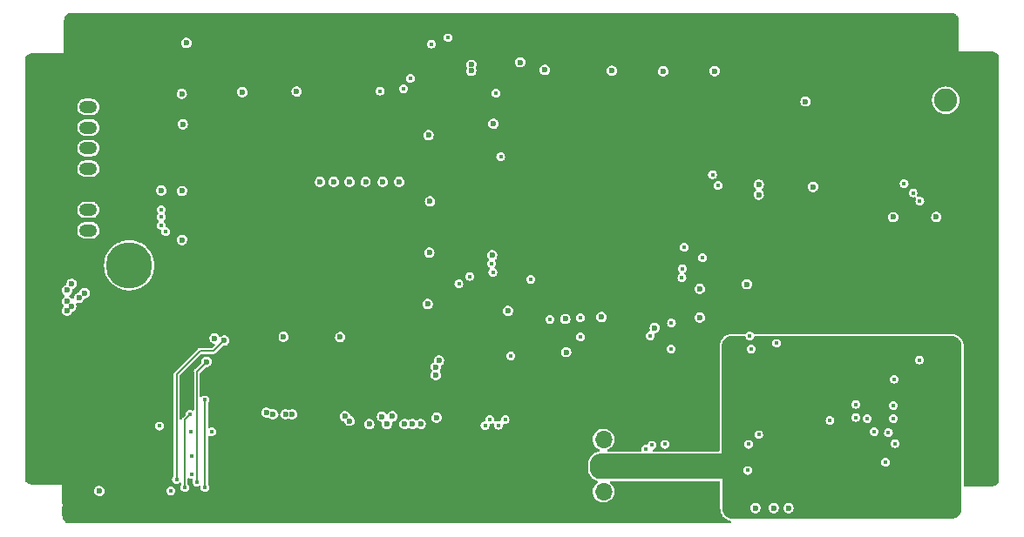
<source format=gbr>
%TF.GenerationSoftware,KiCad,Pcbnew,(6.0.1)*%
%TF.CreationDate,2022-01-18T02:16:12+08:00*%
%TF.ProjectId,project,70726f6a-6563-4742-9e6b-696361645f70,1.2.2*%
%TF.SameCoordinates,Original*%
%TF.FileFunction,Copper,L3,Inr*%
%TF.FilePolarity,Positive*%
%FSLAX46Y46*%
G04 Gerber Fmt 4.6, Leading zero omitted, Abs format (unit mm)*
G04 Created by KiCad (PCBNEW (6.0.1)) date 2022-01-18 02:16:12*
%MOMM*%
%LPD*%
G01*
G04 APERTURE LIST*
G04 Aperture macros list*
%AMRoundRect*
0 Rectangle with rounded corners*
0 $1 Rounding radius*
0 $2 $3 $4 $5 $6 $7 $8 $9 X,Y pos of 4 corners*
0 Add a 4 corners polygon primitive as box body*
4,1,4,$2,$3,$4,$5,$6,$7,$8,$9,$2,$3,0*
0 Add four circle primitives for the rounded corners*
1,1,$1+$1,$2,$3*
1,1,$1+$1,$4,$5*
1,1,$1+$1,$6,$7*
1,1,$1+$1,$8,$9*
0 Add four rect primitives between the rounded corners*
20,1,$1+$1,$2,$3,$4,$5,0*
20,1,$1+$1,$4,$5,$6,$7,0*
20,1,$1+$1,$6,$7,$8,$9,0*
20,1,$1+$1,$8,$9,$2,$3,0*%
G04 Aperture macros list end*
%TA.AperFunction,ComponentPad*%
%ADD10C,4.500000*%
%TD*%
%TA.AperFunction,ComponentPad*%
%ADD11RoundRect,0.250000X-0.625000X0.350000X-0.625000X-0.350000X0.625000X-0.350000X0.625000X0.350000X0*%
%TD*%
%TA.AperFunction,ComponentPad*%
%ADD12O,1.750000X1.200000*%
%TD*%
%TA.AperFunction,ComponentPad*%
%ADD13R,1.700000X1.700000*%
%TD*%
%TA.AperFunction,ComponentPad*%
%ADD14O,1.700000X1.700000*%
%TD*%
%TA.AperFunction,ComponentPad*%
%ADD15C,2.250000*%
%TD*%
%TA.AperFunction,ViaPad*%
%ADD16C,0.450000*%
%TD*%
%TA.AperFunction,ViaPad*%
%ADD17C,0.600000*%
%TD*%
%TA.AperFunction,Conductor*%
%ADD18C,0.180000*%
%TD*%
%TA.AperFunction,Conductor*%
%ADD19C,0.270000*%
%TD*%
%ADD20C,0.200000*%
%ADD21C,0.300000*%
%ADD22C,0.350000*%
G04 APERTURE END LIST*
D10*
%TO.N,unconnected-(M1-Pad9)*%
%TO.C,M1*%
X10297200Y25298400D03*
%TD*%
D11*
%TO.N,GND*%
%TO.C,J2*%
X6314400Y42697400D03*
D12*
%TO.N,/Power/PWR_RX*%
X6314400Y40697400D03*
%TO.N,/Power/PWR_TX*%
X6314400Y38697400D03*
%TO.N,/Control_MCU/UART7_RX*%
X6314400Y36697400D03*
%TO.N,/Control_MCU/UART7_TX*%
X6314400Y34697400D03*
%TO.N,GND*%
X6314400Y32697400D03*
%TO.N,/Control_MCU/TIM3_CH1*%
X6314400Y30697400D03*
%TO.N,+5V*%
X6314400Y28697400D03*
%TD*%
D13*
%TO.N,GND*%
%TO.C,U4*%
X56373600Y10895400D03*
D14*
%TO.N,Net-(C14-Pad1)*%
X56373600Y8355400D03*
%TO.N,GNDA*%
X56373600Y5815400D03*
%TO.N,+5VA*%
X56373600Y3275400D03*
%TD*%
D15*
%TO.N,Net-(J1-Pad1)*%
%TO.C,J1*%
X89614800Y41361600D03*
%TO.N,GND*%
X92154800Y43901600D03*
X87074800Y43901600D03*
X92154800Y38821600D03*
X87074800Y38821600D03*
%TD*%
D16*
%TO.N,/Debugger/DBG_TX*%
X16335800Y6737600D03*
X16355411Y4985000D03*
D17*
%TO.N,+3.3VP*%
X76737000Y32928800D03*
X26559300Y42212500D03*
D16*
X36935200Y42479200D03*
D17*
X39290500Y21524200D03*
X30792700Y18328100D03*
X15417650Y27768850D03*
D16*
X37595600Y43469800D03*
D17*
X39518400Y31524200D03*
X15416300Y32524200D03*
X31708200Y33416800D03*
D16*
X13414800Y29169600D03*
X34674600Y42250600D03*
D17*
X33257600Y33416800D03*
X28838000Y33416800D03*
X36534200Y33416800D03*
X39446000Y26524200D03*
X84509400Y29982400D03*
D16*
X13414800Y30719000D03*
D17*
X30158800Y33416800D03*
X21292700Y42152900D03*
D16*
X13414800Y30007800D03*
D17*
X76000400Y41234600D03*
D16*
X13849350Y28588150D03*
D17*
X88700400Y30007800D03*
X15497000Y39024200D03*
X18589900Y18177900D03*
X15396000Y41977800D03*
X39376050Y37960450D03*
X25292700Y18346800D03*
X34934000Y33416800D03*
X13414800Y32573200D03*
%TO.N,GND*%
X41964400Y31303200D03*
X14202200Y9611600D03*
X31220200Y13523200D03*
X71174400Y42479200D03*
X65002200Y30084000D03*
X49482800Y31379400D03*
X19307600Y16114000D03*
X54842200Y14107400D03*
X43082000Y7097000D03*
X78870600Y42504600D03*
X32795000Y17485600D03*
X40872200Y13675600D03*
X78134000Y37805600D03*
X78134000Y39126400D03*
X9731800Y32649400D03*
X49305000Y38186600D03*
X42751800Y38339000D03*
X36122400Y6919200D03*
X45850600Y31709600D03*
X42294600Y34833800D03*
X64900600Y31557200D03*
X42574000Y26680400D03*
X23651000Y12710400D03*
X6506000Y20863800D03*
X15091200Y37577000D03*
X56112200Y46086000D03*
X64926000Y44993800D03*
X41278600Y9560800D03*
X24209800Y44917600D03*
X40186400Y40142400D03*
X59973000Y44943000D03*
X25784600Y21092400D03*
X36198600Y22057600D03*
X12475000Y47991000D03*
X36681200Y38516800D03*
X66577000Y40980600D03*
X33607800Y44866800D03*
X26318000Y39405800D03*
X41253200Y27417000D03*
X39686940Y24030260D03*
X91215000Y28814000D03*
X43742400Y6563600D03*
X62538400Y9230600D03*
X72393600Y24445200D03*
X43742400Y10094200D03*
X61573200Y14005800D03*
X27664200Y42631600D03*
X70463200Y36053000D03*
X31271000Y21067000D03*
X54918400Y25054800D03*
X56645600Y41006000D03*
X70996600Y27518600D03*
X62538400Y13345400D03*
X39602200Y43342800D03*
X78134000Y40371000D03*
X91291200Y26858200D03*
X46180800Y43596800D03*
X83290200Y40193200D03*
X27384800Y17485600D03*
X32007600Y45324000D03*
X27029200Y8214600D03*
X19028200Y20940000D03*
X66983400Y12837400D03*
X83442600Y42453800D03*
X18266200Y32039800D03*
X45977600Y20152600D03*
X67415200Y24318200D03*
X4042200Y7249400D03*
X4931200Y4353800D03*
X12170200Y7909800D03*
X62411400Y1458200D03*
X36579600Y31709600D03*
X12957600Y2550400D03*
X72774600Y39710600D03*
X18418600Y27391600D03*
X18494800Y38542200D03*
X15218200Y26350200D03*
X41304000Y34173400D03*
X50117800Y41209200D03*
X19841000Y44028600D03*
X33150600Y15758400D03*
X87862200Y26121600D03*
X19739400Y2550400D03*
X14583200Y29169600D03*
X49609800Y46136800D03*
X82579000Y25842200D03*
X32591800Y6995400D03*
X34496800Y6970000D03*
X52708600Y13777200D03*
X61674800Y40955200D03*
X40872200Y8113000D03*
X13186200Y39253400D03*
%TO.N,+3.3VA*%
X38612200Y9866200D03*
X40161000Y10475200D03*
X43526200Y44218800D03*
X56173600Y20264800D03*
X47089000Y20857600D03*
X50673600Y44305000D03*
X61344600Y19212800D03*
X33607800Y9840200D03*
X35309600Y9840200D03*
X31251800Y10608400D03*
X65725800Y23009800D03*
X71453800Y32166800D03*
X31696300Y10163900D03*
X45552300Y26280500D03*
X71453800Y33157400D03*
X70311866Y23455666D03*
X45672800Y39075600D03*
X37037400Y9866200D03*
X34852400Y10576800D03*
X57173600Y44226400D03*
X67173600Y44193400D03*
X35868400Y10602200D03*
X62173600Y44171800D03*
X43526200Y44803000D03*
X37799400Y9866200D03*
X65725800Y20215800D03*
%TO.N,+5V*%
X23638300Y10970500D03*
X40084800Y15402800D03*
X5404343Y22117857D03*
X40389600Y16037800D03*
X4245400Y22870400D03*
X7384400Y3348400D03*
X5963389Y22598889D03*
X40084800Y14615400D03*
X4706220Y23501780D03*
X25479800Y10805400D03*
X4655950Y21291450D03*
X4245400Y20880900D03*
X26140200Y10805400D03*
X24260600Y10805400D03*
X4245400Y21803600D03*
%TO.N,+5VA*%
X72901600Y1686800D03*
X74339200Y1676600D03*
X71123600Y1686800D03*
%TO.N,GNDA*%
X77041800Y12405600D03*
X69548800Y937300D03*
X85246000Y3003800D03*
X80013600Y17460200D03*
X87760600Y5319000D03*
X85246000Y4019800D03*
X86338200Y17434800D03*
X74171600Y6843000D03*
X69320200Y11872200D03*
X88675000Y9078200D03*
X82452000Y15707600D03*
X87125600Y14894800D03*
X88471800Y17536400D03*
X80039000Y6639800D03*
X72063400Y4404600D03*
X85246000Y1987800D03*
X73765200Y4277600D03*
X85246000Y971800D03*
X71911000Y12151600D03*
X88802000Y12202400D03*
X70437800Y9179800D03*
D16*
%TO.N,+3.3VADC*%
X83785500Y6144500D03*
X87074800Y16088600D03*
X82680600Y9129000D03*
X84052200Y9002000D03*
X84598300Y14221700D03*
X78375300Y10208500D03*
%TO.N,/Process_MCU/RST*%
X45926800Y42047400D03*
X46384000Y35849800D03*
D17*
%TO.N,/Process_MCU/LED1*%
X48289000Y45044600D03*
%TO.N,/Control_MCU/LED1*%
X15853200Y46924200D03*
D16*
%TO.N,/Power/PWR_RX*%
X39627600Y46822600D03*
%TO.N,/Power/PWR_TX*%
X41278600Y47432200D03*
D17*
%TO.N,Net-(R1-Pad2)*%
X52734000Y16850600D03*
X52657800Y20076400D03*
D16*
%TO.N,/Debugger/SEL*%
X13211600Y9662400D03*
X14329200Y3363200D03*
%TO.N,/LCD&GPS/GPS_RX*%
X66958000Y34122600D03*
%TO.N,/LCD&GPS/GPS_TX*%
X67491400Y33055800D03*
%TO.N,/LCD&GPS/T_XP*%
X46815800Y10272000D03*
%TO.N,/LCD&GPS/T_YP*%
X46155400Y9738600D03*
%TO.N,/LCD&GPS/T_XM*%
X45342600Y10297400D03*
%TO.N,/LCD&GPS/T_YM*%
X44860000Y9713200D03*
%TO.N,/LCD&GPS/TOUCH_MOSI*%
X54156400Y18323800D03*
X54114100Y20203400D03*
%TO.N,/LCD&GPS/TOUCH_CS*%
X51159200Y20051000D03*
X47374600Y16495000D03*
%TO.N,/IMU/IMU_CS*%
X62335200Y7884400D03*
%TO.N,/IMU/IMU_RST*%
X61090600Y7808200D03*
%TO.N,/IMU/IMU_DR*%
X60455600Y7427200D03*
%TO.N,/IMU/DR*%
X70361600Y5344400D03*
X84712600Y7960600D03*
%TO.N,/IMU/RST*%
X80877200Y11770600D03*
X71453800Y8824200D03*
%TO.N,/IMU/CS*%
X70463200Y7884400D03*
X80902600Y10500600D03*
%TO.N,/IMU/IMU_CLK*%
X62970200Y19695400D03*
%TO.N,/IMU/IMU_MOSI*%
X60912800Y18450800D03*
%TO.N,/IMU/IMU_MISO*%
X62944800Y17180800D03*
%TO.N,/IMU/DOUT*%
X81994800Y10399000D03*
X70717200Y17180800D03*
%TO.N,/IMU/DIN*%
X84534800Y11669000D03*
X70590200Y18450800D03*
%TO.N,/IMU/SCLK*%
X84534800Y10399000D03*
X73206400Y17714200D03*
%TO.N,/LCD&GPS/LCD_CLK*%
X42320000Y23480000D03*
%TO.N,/LCD&GPS/LCD_RST*%
X49305000Y23937200D03*
%TO.N,/LCD&GPS/LCD_A0*%
X45622000Y24597600D03*
%TO.N,/LCD&GPS/LCD_MOSI*%
X45520400Y25461200D03*
%TO.N,/Debugger/DBG_RX1*%
X64214800Y27061400D03*
%TO.N,/Debugger/DBG_TX1*%
X65992800Y26045400D03*
D17*
%TO.N,/Debugger/SWDIO1*%
X17809000Y15910800D03*
D16*
X64011600Y24978600D03*
X16869200Y4226800D03*
%TO.N,/Debugger/SWDCLK1*%
X14888000Y4480800D03*
D17*
X19536200Y17993600D03*
D16*
X63986200Y24089600D03*
%TO.N,/Compass&Storage/IIC_SDA*%
X86439800Y32344600D03*
%TO.N,/LCD&GPS/LCD_CS*%
X43361400Y24216600D03*
%TO.N,/Control_MCU/UART1_TX*%
X18291600Y9103600D03*
%TO.N,/Control_MCU/UART1_RX*%
X16310400Y9103600D03*
%TO.N,/Control_MCU/SWDIO*%
X17656600Y12202400D03*
X17656600Y3693400D03*
%TO.N,/Control_MCU/SWDCLK*%
X16225100Y10805400D03*
X15700800Y3668000D03*
%TO.N,/Compass&Storage/IIC_SCL*%
X85576200Y33259000D03*
%TO.N,/Compass&Storage/COMPASS_RDY*%
X87100200Y31531800D03*
%TD*%
D18*
%TO.N,/Debugger/SWDIO1*%
X16869911Y4227511D02*
X16869911Y14971711D01*
X16869911Y14971711D02*
X17809000Y15910800D01*
D19*
X16869200Y4226800D02*
X16869911Y4227511D01*
D18*
%TO.N,/Debugger/SWDCLK1*%
X14888000Y14666200D02*
X17199400Y16977600D01*
X17199400Y16977600D02*
X18520200Y16977600D01*
X14888000Y4480800D02*
X14888000Y14666200D01*
X18520200Y16977600D02*
X19536200Y17993600D01*
%TO.N,/Control_MCU/SWDIO*%
X17656600Y12202400D02*
X17656600Y3693400D01*
%TO.N,/Control_MCU/SWDCLK*%
X15675400Y10255700D02*
X15675400Y3693400D01*
D19*
X15675400Y3693400D02*
X15700800Y3668000D01*
D18*
X16225100Y10805400D02*
X15675400Y10255700D01*
%TD*%
%TA.AperFunction,Conductor*%
%TO.N,GND*%
G36*
X90527153Y49779998D02*
G01*
X90538965Y49771400D01*
X90607716Y49714978D01*
X90625179Y49697515D01*
X90733801Y49565158D01*
X90747519Y49544628D01*
X90828229Y49393629D01*
X90837682Y49370810D01*
X90887385Y49206957D01*
X90892202Y49182737D01*
X90909593Y49006163D01*
X90910200Y48993813D01*
X90910200Y46111400D01*
X93993413Y46111400D01*
X94005763Y46110793D01*
X94182340Y46093401D01*
X94206557Y46088585D01*
X94370409Y46038882D01*
X94393229Y46029429D01*
X94544231Y45948717D01*
X94564758Y45935001D01*
X94697121Y45826374D01*
X94714574Y45808921D01*
X94771401Y45739677D01*
X94799153Y45674332D01*
X94800000Y45659746D01*
X94800000Y4246654D01*
X94779998Y4178533D01*
X94771405Y4166728D01*
X94714574Y4097479D01*
X94697121Y4080026D01*
X94564758Y3971399D01*
X94544231Y3957683D01*
X94477473Y3922000D01*
X94393229Y3876971D01*
X94370410Y3867518D01*
X94206557Y3817815D01*
X94182340Y3812999D01*
X94016231Y3796638D01*
X94005763Y3795607D01*
X93993413Y3795000D01*
X93187029Y3795000D01*
X93166776Y3796638D01*
X93161932Y3797427D01*
X93161930Y3797427D01*
X93157320Y3798178D01*
X93023562Y3799929D01*
X92894482Y3801619D01*
X92894479Y3801619D01*
X92889805Y3801680D01*
X92864521Y3798239D01*
X92849178Y3796151D01*
X92832187Y3795000D01*
X91364200Y3795000D01*
X91364200Y17419213D01*
X91363959Y17429031D01*
X91363352Y17441381D01*
X91362630Y17451165D01*
X91362083Y17456727D01*
X91358863Y17489414D01*
X91358863Y17489417D01*
X91345391Y17626194D01*
X91345390Y17626203D01*
X91345238Y17627745D01*
X91342360Y17647150D01*
X91337544Y17671367D01*
X91332773Y17690413D01*
X91283070Y17854266D01*
X91276455Y17872754D01*
X91275878Y17874147D01*
X91275871Y17874165D01*
X91267595Y17894142D01*
X91267592Y17894149D01*
X91267002Y17895573D01*
X91258614Y17913306D01*
X91227192Y17972094D01*
X91227191Y17972097D01*
X91177901Y18064311D01*
X91175021Y18069117D01*
X91168606Y18079819D01*
X91168605Y18079820D01*
X91167810Y18081147D01*
X91163353Y18087817D01*
X91154959Y18100380D01*
X91154952Y18100390D01*
X91154094Y18101674D01*
X91142403Y18117436D01*
X91095021Y18175172D01*
X91034759Y18248602D01*
X91034746Y18248617D01*
X91033776Y18249799D01*
X91020595Y18264342D01*
X91003142Y18281795D01*
X90988599Y18294976D01*
X90987417Y18295946D01*
X90987402Y18295959D01*
X90857425Y18402627D01*
X90856236Y18403603D01*
X90840474Y18415294D01*
X90839190Y18416152D01*
X90839180Y18416159D01*
X90821228Y18428154D01*
X90819947Y18429010D01*
X90818652Y18429786D01*
X90818638Y18429795D01*
X90804422Y18438315D01*
X90804412Y18438321D01*
X90803110Y18439101D01*
X90801754Y18439826D01*
X90653482Y18519079D01*
X90653469Y18519086D01*
X90652108Y18519813D01*
X90634370Y18528203D01*
X90632954Y18528790D01*
X90632944Y18528794D01*
X90612958Y18537073D01*
X90612949Y18537076D01*
X90611550Y18537656D01*
X90593065Y18544270D01*
X90429213Y18593973D01*
X90416959Y18597043D01*
X90411661Y18598370D01*
X90411652Y18598372D01*
X90410167Y18598744D01*
X90385950Y18603560D01*
X90384433Y18603785D01*
X90368049Y18606215D01*
X90368041Y18606216D01*
X90366544Y18606438D01*
X90365026Y18606588D01*
X90365022Y18606588D01*
X90190741Y18623754D01*
X90190722Y18623756D01*
X90189967Y18623830D01*
X90180181Y18624552D01*
X90174717Y18624821D01*
X90168652Y18625119D01*
X90168624Y18625120D01*
X90167831Y18625159D01*
X90161566Y18625313D01*
X90158749Y18625382D01*
X90158744Y18625382D01*
X90158013Y18625400D01*
X71124596Y18625400D01*
X71112677Y18624591D01*
X71099705Y18623711D01*
X71099692Y18623710D01*
X71097575Y18623566D01*
X71095454Y18623277D01*
X71095456Y18623277D01*
X71076041Y18620630D01*
X71005843Y18631246D01*
X70952528Y18678128D01*
X70946752Y18688272D01*
X70943228Y18695188D01*
X70938728Y18704020D01*
X70843420Y18799328D01*
X70723326Y18860519D01*
X70713537Y18862069D01*
X70713535Y18862070D01*
X70599993Y18880053D01*
X70590200Y18881604D01*
X70580407Y18880053D01*
X70466865Y18862070D01*
X70466863Y18862069D01*
X70457074Y18860519D01*
X70336980Y18799328D01*
X70241672Y18704020D01*
X70237172Y18695188D01*
X70237170Y18695185D01*
X70232600Y18686216D01*
X70183852Y18634600D01*
X70114937Y18617534D01*
X70102401Y18618701D01*
X70060263Y18624760D01*
X70060248Y18624761D01*
X70055804Y18625400D01*
X68853187Y18625400D01*
X68852456Y18625382D01*
X68852451Y18625382D01*
X68849634Y18625313D01*
X68843369Y18625159D01*
X68842576Y18625120D01*
X68842548Y18625119D01*
X68836483Y18624821D01*
X68831019Y18624552D01*
X68821233Y18623830D01*
X68820478Y18623756D01*
X68820459Y18623754D01*
X68646178Y18606588D01*
X68646174Y18606588D01*
X68644656Y18606438D01*
X68643159Y18606216D01*
X68643151Y18606215D01*
X68626767Y18603785D01*
X68625250Y18603560D01*
X68601033Y18598744D01*
X68599548Y18598372D01*
X68599539Y18598370D01*
X68594241Y18597043D01*
X68581987Y18593973D01*
X68418135Y18544270D01*
X68399650Y18537656D01*
X68398251Y18537076D01*
X68398242Y18537073D01*
X68378256Y18528794D01*
X68378246Y18528790D01*
X68376830Y18528203D01*
X68359092Y18519813D01*
X68357731Y18519086D01*
X68357718Y18519079D01*
X68209446Y18439826D01*
X68208090Y18439101D01*
X68206788Y18438321D01*
X68206778Y18438315D01*
X68192562Y18429795D01*
X68192548Y18429786D01*
X68191253Y18429010D01*
X68189972Y18428154D01*
X68172020Y18416159D01*
X68172010Y18416152D01*
X68170726Y18415294D01*
X68154964Y18403603D01*
X68153775Y18402627D01*
X68023798Y18295959D01*
X68023783Y18295946D01*
X68022601Y18294976D01*
X68008058Y18281795D01*
X67990605Y18264342D01*
X67977424Y18249799D01*
X67976454Y18248617D01*
X67976441Y18248602D01*
X67916179Y18175172D01*
X67868797Y18117436D01*
X67857106Y18101674D01*
X67856248Y18100390D01*
X67856241Y18100380D01*
X67847847Y18087817D01*
X67843390Y18081147D01*
X67842595Y18079820D01*
X67842594Y18079819D01*
X67836180Y18069117D01*
X67833299Y18064311D01*
X67784009Y17972097D01*
X67784008Y17972094D01*
X67752586Y17913306D01*
X67744198Y17895573D01*
X67743608Y17894149D01*
X67743605Y17894142D01*
X67735329Y17874165D01*
X67735322Y17874147D01*
X67734745Y17872754D01*
X67731627Y17864040D01*
X67728656Y17855735D01*
X67728130Y17854266D01*
X67703253Y17772258D01*
X67703252Y17772255D01*
X67703237Y17772205D01*
X67685533Y17713840D01*
X67678426Y17690412D01*
X67678056Y17688934D01*
X67678050Y17688913D01*
X67675507Y17678758D01*
X67673656Y17671367D01*
X67668840Y17647150D01*
X67665962Y17627745D01*
X67665810Y17626203D01*
X67665809Y17626194D01*
X67652337Y17489417D01*
X67652337Y17489414D01*
X67649118Y17456727D01*
X67648570Y17451165D01*
X67647848Y17441381D01*
X67647241Y17429031D01*
X67647000Y17419213D01*
X67647000Y7296000D01*
X67626998Y7227879D01*
X67573342Y7181386D01*
X67521000Y7170000D01*
X61300135Y7170000D01*
X61232014Y7190002D01*
X61185521Y7243658D01*
X61175417Y7313932D01*
X61204911Y7378512D01*
X61242932Y7408267D01*
X61334988Y7455172D01*
X61334987Y7455172D01*
X61343820Y7459672D01*
X61439128Y7554980D01*
X61500319Y7675074D01*
X61521404Y7808200D01*
X61513516Y7858004D01*
X61509335Y7884400D01*
X61904396Y7884400D01*
X61905947Y7874607D01*
X61921129Y7778754D01*
X61925481Y7751274D01*
X61986672Y7631180D01*
X62081980Y7535872D01*
X62202074Y7474681D01*
X62211863Y7473131D01*
X62211865Y7473130D01*
X62325407Y7455147D01*
X62335200Y7453596D01*
X62344993Y7455147D01*
X62458535Y7473130D01*
X62458537Y7473131D01*
X62468326Y7474681D01*
X62588420Y7535872D01*
X62683728Y7631180D01*
X62744919Y7751274D01*
X62749272Y7778754D01*
X62764453Y7874607D01*
X62766004Y7884400D01*
X62744919Y8017526D01*
X62683728Y8137620D01*
X62588420Y8232928D01*
X62468326Y8294119D01*
X62458537Y8295669D01*
X62458535Y8295670D01*
X62344993Y8313653D01*
X62335200Y8315204D01*
X62325407Y8313653D01*
X62211865Y8295670D01*
X62211863Y8295669D01*
X62202074Y8294119D01*
X62081980Y8232928D01*
X61986672Y8137620D01*
X61925481Y8017526D01*
X61904396Y7884400D01*
X61509335Y7884400D01*
X61501870Y7931535D01*
X61501869Y7931537D01*
X61500319Y7941326D01*
X61439128Y8061420D01*
X61343820Y8156728D01*
X61223726Y8217919D01*
X61213937Y8219469D01*
X61213935Y8219470D01*
X61100393Y8237453D01*
X61090600Y8239004D01*
X61080807Y8237453D01*
X60967265Y8219470D01*
X60967263Y8219469D01*
X60957474Y8217919D01*
X60837380Y8156728D01*
X60742072Y8061420D01*
X60737572Y8052588D01*
X60691076Y7961334D01*
X60680881Y7941326D01*
X60679329Y7931528D01*
X60678914Y7930250D01*
X60638841Y7871644D01*
X60573445Y7844006D01*
X60539372Y7844736D01*
X60455600Y7858004D01*
X60445807Y7856453D01*
X60332265Y7838470D01*
X60332263Y7838469D01*
X60322474Y7836919D01*
X60202380Y7775728D01*
X60107072Y7680420D01*
X60045881Y7560326D01*
X60044331Y7550537D01*
X60044330Y7550535D01*
X60031247Y7467931D01*
X60024796Y7427200D01*
X60026347Y7417407D01*
X60042454Y7315711D01*
X60033354Y7245300D01*
X59987632Y7190986D01*
X59918005Y7170000D01*
X56885801Y7170000D01*
X56817680Y7190002D01*
X56771187Y7243658D01*
X56761083Y7313932D01*
X56790577Y7378512D01*
X56828991Y7408466D01*
X56933712Y7461364D01*
X56933718Y7461368D01*
X56939210Y7464142D01*
X56952700Y7474681D01*
X57046504Y7547969D01*
X57101551Y7590976D01*
X57143878Y7640012D01*
X57232140Y7742266D01*
X57232140Y7742267D01*
X57236164Y7746928D01*
X57256987Y7783582D01*
X57299264Y7858004D01*
X57337923Y7926056D01*
X57402951Y8121537D01*
X57428771Y8325926D01*
X57429183Y8355400D01*
X57409080Y8560430D01*
X57349535Y8757651D01*
X57252818Y8939551D01*
X57179459Y9029498D01*
X57126506Y9094425D01*
X57126503Y9094428D01*
X57122611Y9099200D01*
X57117862Y9103129D01*
X56968625Y9226589D01*
X56968621Y9226591D01*
X56963875Y9230518D01*
X56782655Y9328503D01*
X56585854Y9389423D01*
X56579729Y9390067D01*
X56579728Y9390067D01*
X56387098Y9410313D01*
X56387096Y9410313D01*
X56380969Y9410957D01*
X56294129Y9403054D01*
X56181942Y9392845D01*
X56181939Y9392844D01*
X56175803Y9392286D01*
X55978172Y9334120D01*
X55795602Y9238674D01*
X55790801Y9234814D01*
X55790798Y9234812D01*
X55780571Y9226589D01*
X55635047Y9109585D01*
X55502624Y8951770D01*
X55499656Y8946372D01*
X55499653Y8946367D01*
X55444670Y8846352D01*
X55403376Y8771238D01*
X55341084Y8574868D01*
X55340398Y8568751D01*
X55340397Y8568747D01*
X55318807Y8376263D01*
X55318120Y8370138D01*
X55318636Y8363994D01*
X55324882Y8289618D01*
X55335359Y8164847D01*
X55337058Y8158922D01*
X55377603Y8017526D01*
X55392144Y7966814D01*
X55394959Y7961337D01*
X55394960Y7961334D01*
X55461214Y7832418D01*
X55486312Y7783582D01*
X55614277Y7622130D01*
X55618970Y7618136D01*
X55618971Y7618135D01*
X55720918Y7531372D01*
X55771164Y7488609D01*
X55776542Y7485603D01*
X55776544Y7485602D01*
X55948552Y7389470D01*
X55998258Y7338776D01*
X56012666Y7269257D01*
X55987202Y7202984D01*
X55929951Y7160999D01*
X55899432Y7154089D01*
X55868456Y7151038D01*
X55866959Y7150816D01*
X55866951Y7150815D01*
X55853837Y7148870D01*
X55849050Y7148160D01*
X55824833Y7143344D01*
X55823348Y7142972D01*
X55823339Y7142970D01*
X55818041Y7141643D01*
X55805787Y7138573D01*
X55641935Y7088870D01*
X55623450Y7082256D01*
X55622051Y7081676D01*
X55622042Y7081673D01*
X55602056Y7073394D01*
X55602046Y7073390D01*
X55600630Y7072803D01*
X55582892Y7064413D01*
X55581531Y7063686D01*
X55581518Y7063679D01*
X55433246Y6984426D01*
X55431890Y6983701D01*
X55430588Y6982921D01*
X55430578Y6982915D01*
X55416362Y6974395D01*
X55416348Y6974386D01*
X55415053Y6973610D01*
X55413772Y6972754D01*
X55395820Y6960759D01*
X55395810Y6960752D01*
X55394526Y6959894D01*
X55378764Y6948203D01*
X55377575Y6947227D01*
X55247598Y6840559D01*
X55247583Y6840546D01*
X55246401Y6839576D01*
X55231858Y6826395D01*
X55214405Y6808942D01*
X55201224Y6794399D01*
X55200254Y6793217D01*
X55200241Y6793202D01*
X55120250Y6695732D01*
X55092597Y6662036D01*
X55080906Y6646274D01*
X55067188Y6625744D01*
X55057096Y6608907D01*
X54976386Y6457908D01*
X54967998Y6440173D01*
X54967405Y6438741D01*
X54959129Y6418765D01*
X54959122Y6418747D01*
X54958545Y6417354D01*
X54951930Y6398866D01*
X54902227Y6235013D01*
X54897457Y6215970D01*
X54892640Y6191750D01*
X54889760Y6172334D01*
X54888950Y6164104D01*
X54872370Y5995767D01*
X54871648Y5985981D01*
X54871041Y5973631D01*
X54870800Y5963813D01*
X54870800Y5512387D01*
X54871041Y5502569D01*
X54871648Y5490219D01*
X54872370Y5480433D01*
X54883146Y5371027D01*
X54887699Y5324796D01*
X54887703Y5324753D01*
X54888661Y5315028D01*
X54888663Y5315014D01*
X54889760Y5303870D01*
X54892640Y5284450D01*
X54897457Y5260230D01*
X54902227Y5241187D01*
X54931591Y5144385D01*
X54951930Y5077335D01*
X54958544Y5058850D01*
X54967997Y5036030D01*
X54976386Y5018292D01*
X55057096Y4867293D01*
X55067188Y4850456D01*
X55068051Y4849164D01*
X55068057Y4849155D01*
X55071343Y4844238D01*
X55080906Y4829926D01*
X55092597Y4814164D01*
X55110747Y4792048D01*
X55200241Y4682998D01*
X55200254Y4682983D01*
X55201224Y4681801D01*
X55214405Y4667258D01*
X55231858Y4649805D01*
X55246401Y4636624D01*
X55247583Y4635654D01*
X55247598Y4635641D01*
X55344950Y4555747D01*
X55378764Y4527997D01*
X55394526Y4516306D01*
X55395810Y4515448D01*
X55395820Y4515441D01*
X55412149Y4504531D01*
X55415053Y4502590D01*
X55431889Y4492499D01*
X55524103Y4443209D01*
X55524106Y4443208D01*
X55582894Y4411786D01*
X55600627Y4403398D01*
X55602051Y4402808D01*
X55602058Y4402805D01*
X55622035Y4394529D01*
X55622053Y4394522D01*
X55623446Y4393945D01*
X55641934Y4387330D01*
X55643423Y4386878D01*
X55643424Y4386878D01*
X55731665Y4360111D01*
X55791047Y4321196D01*
X55819962Y4256355D01*
X55809232Y4186174D01*
X55774043Y4141340D01*
X55635047Y4029585D01*
X55502624Y3871770D01*
X55499656Y3866372D01*
X55499653Y3866367D01*
X55449133Y3774470D01*
X55403376Y3691238D01*
X55341084Y3494868D01*
X55340398Y3488751D01*
X55340397Y3488747D01*
X55318807Y3296263D01*
X55318120Y3290138D01*
X55319063Y3278906D01*
X55326977Y3184670D01*
X55335359Y3084847D01*
X55337058Y3078922D01*
X55379074Y2932396D01*
X55392144Y2886814D01*
X55394959Y2881337D01*
X55394960Y2881334D01*
X55460444Y2753915D01*
X55486312Y2703582D01*
X55614277Y2542130D01*
X55618970Y2538136D01*
X55618971Y2538135D01*
X55721153Y2451172D01*
X55771164Y2408609D01*
X55950998Y2308103D01*
X56045838Y2277287D01*
X56141071Y2246344D01*
X56141075Y2246343D01*
X56146929Y2244441D01*
X56351494Y2220049D01*
X56357629Y2220521D01*
X56357631Y2220521D01*
X56413639Y2224831D01*
X56556900Y2235854D01*
X56562830Y2237510D01*
X56562832Y2237510D01*
X56749397Y2289600D01*
X56749396Y2289600D01*
X56755325Y2291255D01*
X56760814Y2294028D01*
X56760820Y2294030D01*
X56933716Y2381367D01*
X56939210Y2384142D01*
X57101551Y2510976D01*
X57116026Y2527745D01*
X57232140Y2662266D01*
X57232140Y2662267D01*
X57236164Y2666928D01*
X57256987Y2703582D01*
X57274656Y2734686D01*
X57337923Y2846056D01*
X57402951Y3041537D01*
X57428771Y3245926D01*
X57429183Y3275400D01*
X57409080Y3480430D01*
X57349535Y3677651D01*
X57252818Y3859551D01*
X57165536Y3966569D01*
X57126506Y4014425D01*
X57126503Y4014428D01*
X57122611Y4019200D01*
X57045351Y4083115D01*
X57005612Y4141949D01*
X57003990Y4212927D01*
X57041000Y4273514D01*
X57104890Y4304475D01*
X57125666Y4306200D01*
X67573924Y4306200D01*
X67642045Y4286198D01*
X67688538Y4232542D01*
X67699921Y4181023D01*
X67700908Y4030055D01*
X67704297Y3511444D01*
X67704317Y3508349D01*
X67704317Y3508334D01*
X67716192Y1691671D01*
X67716671Y1618322D01*
X67716974Y1608550D01*
X67717656Y1596256D01*
X67718436Y1586512D01*
X67736832Y1410777D01*
X67738330Y1401074D01*
X67739576Y1392998D01*
X67739580Y1392978D01*
X67739813Y1391466D01*
X67744749Y1367368D01*
X67749604Y1348428D01*
X67799967Y1185523D01*
X67800496Y1184069D01*
X67804648Y1172650D01*
X67806647Y1167151D01*
X67816172Y1144472D01*
X67816833Y1143092D01*
X67816834Y1143089D01*
X67823933Y1128259D01*
X67823942Y1128241D01*
X67824610Y1126846D01*
X67905659Y976839D01*
X67906447Y975537D01*
X67906451Y975530D01*
X67914983Y961433D01*
X67915779Y960118D01*
X67929528Y939722D01*
X67941232Y924068D01*
X67942224Y922868D01*
X67942225Y922867D01*
X68048898Y793854D01*
X68048913Y793837D01*
X68049881Y792666D01*
X68063059Y778228D01*
X68080510Y760891D01*
X68081656Y759858D01*
X68081661Y759854D01*
X68093860Y748865D01*
X68093876Y748851D01*
X68095032Y747810D01*
X68227149Y640016D01*
X68242879Y628415D01*
X68263364Y614800D01*
X68264672Y614020D01*
X68278838Y605572D01*
X68278842Y605570D01*
X68280150Y604790D01*
X68281484Y604081D01*
X68281499Y604072D01*
X68286446Y601441D01*
X68430683Y524723D01*
X68432068Y524071D01*
X68432080Y524065D01*
X68436183Y522134D01*
X68448368Y516398D01*
X68449762Y515823D01*
X68449783Y515814D01*
X68467682Y508435D01*
X68471109Y507022D01*
X68489522Y500464D01*
X68491000Y500018D01*
X68491008Y500015D01*
X68651257Y451619D01*
X68651271Y451615D01*
X68652745Y451170D01*
X68654236Y450798D01*
X68654240Y450797D01*
X68664432Y448255D01*
X68725687Y412361D01*
X68757813Y349049D01*
X68750610Y278419D01*
X68706364Y222895D01*
X68633939Y200000D01*
X4252040Y200000D01*
X4183919Y220002D01*
X4172107Y228601D01*
X4090684Y295423D01*
X4073221Y312885D01*
X3964599Y445242D01*
X3950881Y465772D01*
X3950880Y465775D01*
X3870171Y616771D01*
X3860718Y639591D01*
X3855317Y657396D01*
X3811015Y803443D01*
X3806198Y827663D01*
X3788807Y1004237D01*
X3788200Y1016587D01*
X3788200Y1784565D01*
X3789207Y1800466D01*
X3802175Y1902401D01*
X3802175Y1902405D01*
X3802573Y1905531D01*
X3805047Y2000000D01*
X3788546Y2222047D01*
X3788200Y2231384D01*
X3788200Y3354577D01*
X6878791Y3354577D01*
X6879955Y3345675D01*
X6879955Y3345672D01*
X6883381Y3319472D01*
X6897380Y3212421D01*
X6955120Y3081197D01*
X6960897Y3074324D01*
X6960898Y3074323D01*
X7041590Y2978328D01*
X7047370Y2971452D01*
X7166713Y2892010D01*
X7303557Y2849258D01*
X7312529Y2849094D01*
X7312532Y2849093D01*
X7377863Y2847896D01*
X7446899Y2846630D01*
X7455933Y2849093D01*
X7576558Y2881979D01*
X7576560Y2881980D01*
X7585217Y2884340D01*
X7707391Y2959355D01*
X7803600Y3065646D01*
X7866110Y3194667D01*
X7889896Y3336046D01*
X7890047Y3348400D01*
X7887927Y3363200D01*
X13898396Y3363200D01*
X13899947Y3353407D01*
X13914301Y3262782D01*
X13919481Y3230074D01*
X13980672Y3109980D01*
X14075980Y3014672D01*
X14196074Y2953481D01*
X14205863Y2951931D01*
X14205865Y2951930D01*
X14319407Y2933947D01*
X14329200Y2932396D01*
X14338993Y2933947D01*
X14452535Y2951930D01*
X14452537Y2951931D01*
X14462326Y2953481D01*
X14582420Y3014672D01*
X14677728Y3109980D01*
X14738919Y3230074D01*
X14744100Y3262782D01*
X14758453Y3353407D01*
X14760004Y3363200D01*
X14738919Y3496326D01*
X14677728Y3616420D01*
X14582420Y3711728D01*
X14462326Y3772919D01*
X14452537Y3774469D01*
X14452535Y3774470D01*
X14338993Y3792453D01*
X14329200Y3794004D01*
X14319407Y3792453D01*
X14205865Y3774470D01*
X14205863Y3774469D01*
X14196074Y3772919D01*
X14075980Y3711728D01*
X13980672Y3616420D01*
X13919481Y3496326D01*
X13898396Y3363200D01*
X7887927Y3363200D01*
X7876903Y3440180D01*
X7870996Y3481432D01*
X7870995Y3481435D01*
X7869723Y3490318D01*
X7810384Y3620828D01*
X7761300Y3677793D01*
X7722660Y3722637D01*
X7722657Y3722640D01*
X7716800Y3729437D01*
X7596495Y3807415D01*
X7459139Y3848493D01*
X7450163Y3848548D01*
X7450162Y3848548D01*
X7389955Y3848916D01*
X7315776Y3849369D01*
X7177929Y3809972D01*
X7056680Y3733470D01*
X6961777Y3626012D01*
X6900847Y3496237D01*
X6899305Y3486332D01*
X6889540Y3423612D01*
X6878791Y3354577D01*
X3788200Y3354577D01*
X3788200Y3922000D01*
X1009787Y3922000D01*
X997437Y3922607D01*
X820860Y3939999D01*
X796643Y3944815D01*
X632790Y3994518D01*
X609971Y4003971D01*
X483142Y4071762D01*
X458969Y4084683D01*
X438442Y4098399D01*
X306085Y4207021D01*
X288623Y4224483D01*
X228601Y4297620D01*
X200847Y4362968D01*
X200000Y4377554D01*
X200000Y4480800D01*
X14457196Y4480800D01*
X14458747Y4471007D01*
X14475859Y4362968D01*
X14478281Y4347674D01*
X14539472Y4227580D01*
X14634780Y4132272D01*
X14754874Y4071081D01*
X14764663Y4069531D01*
X14764665Y4069530D01*
X14878207Y4051547D01*
X14888000Y4049996D01*
X14897793Y4051547D01*
X15011335Y4069530D01*
X15011337Y4069531D01*
X15021126Y4071081D01*
X15141220Y4132272D01*
X15169805Y4160857D01*
X15232117Y4194883D01*
X15302932Y4189818D01*
X15359768Y4147271D01*
X15384579Y4080751D01*
X15384900Y4071762D01*
X15384900Y4004428D01*
X15364898Y3936307D01*
X15360834Y3930364D01*
X15359287Y3928235D01*
X15352272Y3921220D01*
X15291081Y3801126D01*
X15289531Y3791337D01*
X15289530Y3791335D01*
X15273597Y3690737D01*
X15269996Y3668000D01*
X15291081Y3534874D01*
X15352272Y3414780D01*
X15447580Y3319472D01*
X15567674Y3258281D01*
X15577463Y3256731D01*
X15577465Y3256730D01*
X15691007Y3238747D01*
X15700800Y3237196D01*
X15710593Y3238747D01*
X15824135Y3256730D01*
X15824137Y3256731D01*
X15833926Y3258281D01*
X15954020Y3319472D01*
X16049328Y3414780D01*
X16110519Y3534874D01*
X16131604Y3668000D01*
X16128003Y3690737D01*
X16112070Y3791335D01*
X16112069Y3791337D01*
X16110519Y3801126D01*
X16049328Y3921220D01*
X16002805Y3967743D01*
X15968779Y4030055D01*
X15965900Y4056838D01*
X15965900Y4500302D01*
X15985902Y4568423D01*
X16039558Y4614916D01*
X16109832Y4625020D01*
X16149104Y4612569D01*
X16222285Y4575281D01*
X16232074Y4573731D01*
X16232076Y4573730D01*
X16345618Y4555747D01*
X16355411Y4554196D01*
X16357694Y4554558D01*
X16421764Y4535745D01*
X16468257Y4482089D01*
X16478361Y4411815D01*
X16465911Y4372546D01*
X16459481Y4359926D01*
X16457931Y4350137D01*
X16457930Y4350135D01*
X16439947Y4236593D01*
X16438396Y4226800D01*
X16439947Y4217007D01*
X16453368Y4132272D01*
X16459481Y4093674D01*
X16520672Y3973580D01*
X16615980Y3878272D01*
X16736074Y3817081D01*
X16745863Y3815531D01*
X16745865Y3815530D01*
X16859407Y3797547D01*
X16869200Y3795996D01*
X16878993Y3797547D01*
X16992535Y3815530D01*
X16992537Y3815531D01*
X17002326Y3817081D01*
X17011160Y3821582D01*
X17046388Y3839531D01*
X17116165Y3852634D01*
X17181949Y3825933D01*
X17222854Y3767905D01*
X17228037Y3707549D01*
X17225796Y3693400D01*
X17246881Y3560274D01*
X17308072Y3440180D01*
X17403380Y3344872D01*
X17523474Y3283681D01*
X17533263Y3282131D01*
X17533265Y3282130D01*
X17646807Y3264147D01*
X17656600Y3262596D01*
X17666393Y3264147D01*
X17779935Y3282130D01*
X17779937Y3282131D01*
X17789726Y3283681D01*
X17909820Y3344872D01*
X18005128Y3440180D01*
X18066319Y3560274D01*
X18087404Y3693400D01*
X18077620Y3755173D01*
X18067870Y3816735D01*
X18067869Y3816737D01*
X18066319Y3826526D01*
X18005128Y3946620D01*
X17984005Y3967743D01*
X17949979Y4030055D01*
X17947100Y4056838D01*
X17947100Y8595968D01*
X17967102Y8664089D01*
X18020758Y8710582D01*
X18091032Y8720686D01*
X18130302Y8708235D01*
X18158474Y8693881D01*
X18168263Y8692331D01*
X18168265Y8692330D01*
X18281807Y8674347D01*
X18291600Y8672796D01*
X18301393Y8674347D01*
X18414935Y8692330D01*
X18414937Y8692331D01*
X18424726Y8693881D01*
X18544820Y8755072D01*
X18640128Y8850380D01*
X18701319Y8970474D01*
X18722404Y9103600D01*
X18701319Y9236726D01*
X18640128Y9356820D01*
X18544820Y9452128D01*
X18424726Y9513319D01*
X18414937Y9514869D01*
X18414935Y9514870D01*
X18301393Y9532853D01*
X18291600Y9534404D01*
X18281807Y9532853D01*
X18168265Y9514870D01*
X18168263Y9514869D01*
X18158474Y9513319D01*
X18130303Y9498965D01*
X18060527Y9485861D01*
X17994742Y9512561D01*
X17953835Y9570588D01*
X17947100Y9611232D01*
X17947100Y10976677D01*
X23132691Y10976677D01*
X23133855Y10967775D01*
X23133855Y10967772D01*
X23138882Y10929329D01*
X23151280Y10834521D01*
X23171639Y10788251D01*
X23202235Y10718718D01*
X23209020Y10703297D01*
X23214797Y10696424D01*
X23214798Y10696423D01*
X23295490Y10600428D01*
X23301270Y10593552D01*
X23326436Y10576800D01*
X23407790Y10522646D01*
X23420613Y10514110D01*
X23557457Y10471358D01*
X23566429Y10471194D01*
X23566432Y10471193D01*
X23631763Y10469996D01*
X23700799Y10468730D01*
X23776747Y10489436D01*
X23847730Y10488056D01*
X23906339Y10448950D01*
X23917414Y10435775D01*
X23923570Y10428452D01*
X23931041Y10423479D01*
X23931042Y10423478D01*
X24028428Y10358652D01*
X24042913Y10349010D01*
X24179757Y10306258D01*
X24188729Y10306094D01*
X24188732Y10306093D01*
X24254063Y10304896D01*
X24323099Y10303630D01*
X24332133Y10306093D01*
X24452758Y10338979D01*
X24452760Y10338980D01*
X24461417Y10341340D01*
X24583591Y10416355D01*
X24590039Y10423478D01*
X24673778Y10515993D01*
X24679800Y10522646D01*
X24717485Y10600428D01*
X24738395Y10643586D01*
X24738395Y10643587D01*
X24742310Y10651667D01*
X24743800Y10660520D01*
X24743801Y10660525D01*
X24745136Y10668458D01*
X24776164Y10732316D01*
X24836790Y10769261D01*
X24907767Y10767564D01*
X24966558Y10727764D01*
X24990748Y10681434D01*
X24991615Y10678327D01*
X24992780Y10669421D01*
X25050520Y10538197D01*
X25056297Y10531324D01*
X25056298Y10531323D01*
X25136614Y10435775D01*
X25142770Y10428452D01*
X25165055Y10413618D01*
X25221698Y10375913D01*
X25262113Y10349010D01*
X25398957Y10306258D01*
X25407929Y10306094D01*
X25407932Y10306093D01*
X25473263Y10304896D01*
X25542299Y10303630D01*
X25551333Y10306093D01*
X25671958Y10338979D01*
X25671960Y10338980D01*
X25680617Y10341340D01*
X25688264Y10346035D01*
X25688268Y10346037D01*
X25743773Y10380117D01*
X25812290Y10398715D01*
X25879518Y10377630D01*
X25922513Y10349010D01*
X26059357Y10306258D01*
X26068329Y10306094D01*
X26068332Y10306093D01*
X26133663Y10304896D01*
X26202699Y10303630D01*
X26211733Y10306093D01*
X26332358Y10338979D01*
X26332360Y10338980D01*
X26341017Y10341340D01*
X26463191Y10416355D01*
X26469639Y10423478D01*
X26553378Y10515993D01*
X26559400Y10522646D01*
X26597085Y10600428D01*
X26603940Y10614577D01*
X30746191Y10614577D01*
X30747355Y10605675D01*
X30747355Y10605672D01*
X30754350Y10552180D01*
X30764780Y10472421D01*
X30775320Y10448467D01*
X30812178Y10364702D01*
X30822520Y10341197D01*
X30828297Y10334324D01*
X30828298Y10334323D01*
X30906291Y10241539D01*
X30914770Y10231452D01*
X30922247Y10226475D01*
X31023551Y10159041D01*
X31034113Y10152010D01*
X31042688Y10149331D01*
X31124141Y10123884D01*
X31183198Y10084479D01*
X31207926Y10037502D01*
X31208116Y10036820D01*
X31209280Y10027921D01*
X31212895Y10019706D01*
X31212895Y10019705D01*
X31219293Y10005165D01*
X31267020Y9896697D01*
X31272797Y9889824D01*
X31272798Y9889823D01*
X31317591Y9836535D01*
X31359270Y9786952D01*
X31478613Y9707510D01*
X31487188Y9704831D01*
X31489141Y9704221D01*
X31615457Y9664758D01*
X31624429Y9664594D01*
X31624432Y9664593D01*
X31689763Y9663396D01*
X31758799Y9662130D01*
X31767833Y9664593D01*
X31888458Y9697479D01*
X31888460Y9697480D01*
X31897117Y9699840D01*
X32019291Y9774855D01*
X32045997Y9804359D01*
X32084029Y9846377D01*
X33102191Y9846377D01*
X33103355Y9837475D01*
X33103355Y9837472D01*
X33110673Y9781509D01*
X33120780Y9704221D01*
X33178520Y9572997D01*
X33184297Y9566124D01*
X33184298Y9566123D01*
X33253098Y9484275D01*
X33270770Y9463252D01*
X33330441Y9423531D01*
X33352001Y9409180D01*
X33390113Y9383810D01*
X33526957Y9341058D01*
X33535929Y9340894D01*
X33535932Y9340893D01*
X33601263Y9339696D01*
X33670299Y9338430D01*
X33679333Y9340893D01*
X33799958Y9373779D01*
X33799960Y9373780D01*
X33808617Y9376140D01*
X33930791Y9451155D01*
X33960770Y9484275D01*
X34020978Y9550793D01*
X34027000Y9557446D01*
X34061889Y9629457D01*
X34085595Y9678386D01*
X34085595Y9678387D01*
X34089510Y9686467D01*
X34113296Y9827846D01*
X34113447Y9840200D01*
X34100518Y9930483D01*
X34094396Y9973232D01*
X34094395Y9973235D01*
X34093123Y9982118D01*
X34033784Y10112628D01*
X33996855Y10155486D01*
X33946060Y10214437D01*
X33946057Y10214440D01*
X33940200Y10221237D01*
X33819895Y10299215D01*
X33682539Y10340293D01*
X33673563Y10340348D01*
X33673562Y10340348D01*
X33613355Y10340716D01*
X33539176Y10341169D01*
X33401329Y10301772D01*
X33280080Y10225270D01*
X33185177Y10117812D01*
X33124247Y9988037D01*
X33115286Y9930483D01*
X33104111Y9858707D01*
X33102191Y9846377D01*
X32084029Y9846377D01*
X32095189Y9858707D01*
X32115500Y9881146D01*
X32160291Y9973595D01*
X32174095Y10002086D01*
X32174095Y10002087D01*
X32178010Y10010167D01*
X32201796Y10151546D01*
X32201947Y10163900D01*
X32190828Y10241539D01*
X32182896Y10296932D01*
X32182895Y10296935D01*
X32181623Y10305818D01*
X32176168Y10317817D01*
X32154102Y10366348D01*
X32122284Y10436328D01*
X32075822Y10490250D01*
X32034560Y10538137D01*
X32034557Y10538140D01*
X32028700Y10544937D01*
X31970012Y10582977D01*
X34346791Y10582977D01*
X34347955Y10574075D01*
X34347955Y10574072D01*
X34354680Y10522646D01*
X34365380Y10440821D01*
X34373598Y10422144D01*
X34410746Y10337720D01*
X34423120Y10309597D01*
X34428897Y10302724D01*
X34428898Y10302723D01*
X34494004Y10225270D01*
X34515370Y10199852D01*
X34561111Y10169404D01*
X34620245Y10130041D01*
X34634713Y10120410D01*
X34683629Y10105128D01*
X34733197Y10089642D01*
X34792253Y10050236D01*
X34820631Y9985157D01*
X34820123Y9949991D01*
X34805911Y9858707D01*
X34803991Y9846377D01*
X34805155Y9837475D01*
X34805155Y9837472D01*
X34812473Y9781509D01*
X34822580Y9704221D01*
X34880320Y9572997D01*
X34886097Y9566124D01*
X34886098Y9566123D01*
X34954898Y9484275D01*
X34972570Y9463252D01*
X35032241Y9423531D01*
X35053801Y9409180D01*
X35091913Y9383810D01*
X35228757Y9341058D01*
X35237729Y9340894D01*
X35237732Y9340893D01*
X35303063Y9339696D01*
X35372099Y9338430D01*
X35381133Y9340893D01*
X35501758Y9373779D01*
X35501760Y9373780D01*
X35510417Y9376140D01*
X35632591Y9451155D01*
X35662570Y9484275D01*
X35722778Y9550793D01*
X35728800Y9557446D01*
X35763689Y9629457D01*
X35787395Y9678386D01*
X35787395Y9678387D01*
X35791310Y9686467D01*
X35815096Y9827846D01*
X35815247Y9840200D01*
X35810639Y9872377D01*
X36531791Y9872377D01*
X36532955Y9863475D01*
X36532955Y9863472D01*
X36536355Y9837472D01*
X36550380Y9730221D01*
X36608120Y9598997D01*
X36613897Y9592124D01*
X36613898Y9592123D01*
X36683923Y9508818D01*
X36700370Y9489252D01*
X36725598Y9472459D01*
X36766673Y9445117D01*
X36819713Y9409810D01*
X36956557Y9367058D01*
X36965529Y9366894D01*
X36965532Y9366893D01*
X37030863Y9365696D01*
X37099899Y9364430D01*
X37108933Y9366893D01*
X37229558Y9399779D01*
X37229560Y9399780D01*
X37238217Y9402140D01*
X37245864Y9406835D01*
X37245868Y9406837D01*
X37354223Y9473367D01*
X37422740Y9491965D01*
X37489970Y9470879D01*
X37541862Y9436337D01*
X37581713Y9409810D01*
X37718557Y9367058D01*
X37727529Y9366894D01*
X37727532Y9366893D01*
X37792863Y9365696D01*
X37861899Y9364430D01*
X37870933Y9366893D01*
X37991558Y9399779D01*
X37991560Y9399780D01*
X38000217Y9402140D01*
X38083000Y9452969D01*
X38114743Y9472459D01*
X38114744Y9472459D01*
X38122391Y9477155D01*
X38126489Y9481683D01*
X38190352Y9509235D01*
X38260397Y9497651D01*
X38275464Y9489056D01*
X38394513Y9409810D01*
X38531357Y9367058D01*
X38540329Y9366894D01*
X38540332Y9366893D01*
X38605663Y9365696D01*
X38674699Y9364430D01*
X38683733Y9366893D01*
X38804358Y9399779D01*
X38804360Y9399780D01*
X38813017Y9402140D01*
X38935191Y9477155D01*
X39031400Y9583446D01*
X39072093Y9667436D01*
X39089995Y9704386D01*
X39089995Y9704387D01*
X39093910Y9712467D01*
X39094033Y9713200D01*
X44429196Y9713200D01*
X44430747Y9703407D01*
X44448468Y9591523D01*
X44450281Y9580074D01*
X44511472Y9459980D01*
X44606780Y9364672D01*
X44726874Y9303481D01*
X44736663Y9301931D01*
X44736665Y9301930D01*
X44850207Y9283947D01*
X44860000Y9282396D01*
X44869793Y9283947D01*
X44983335Y9301930D01*
X44983337Y9301931D01*
X44993126Y9303481D01*
X45113220Y9364672D01*
X45208528Y9459980D01*
X45269719Y9580074D01*
X45271533Y9591523D01*
X45289253Y9703407D01*
X45290804Y9713200D01*
X45289253Y9722993D01*
X45289253Y9722996D01*
X45288082Y9730388D01*
X45297180Y9800799D01*
X45342900Y9855114D01*
X45392820Y9874550D01*
X45465934Y9886130D01*
X45465935Y9886130D01*
X45475726Y9887681D01*
X45551791Y9926438D01*
X45621568Y9939542D01*
X45687353Y9912842D01*
X45728259Y9854814D01*
X45733443Y9794461D01*
X45731392Y9781509D01*
X45724596Y9738600D01*
X45726147Y9728807D01*
X45740320Y9639324D01*
X45745681Y9605474D01*
X45806872Y9485380D01*
X45902180Y9390072D01*
X46022274Y9328881D01*
X46032063Y9327331D01*
X46032065Y9327330D01*
X46145607Y9309347D01*
X46155400Y9307796D01*
X46165193Y9309347D01*
X46278735Y9327330D01*
X46278737Y9327331D01*
X46288526Y9328881D01*
X46408620Y9390072D01*
X46503928Y9485380D01*
X46565119Y9605474D01*
X46570481Y9639324D01*
X46584653Y9728807D01*
X46586204Y9738600D01*
X46587057Y9738465D01*
X46604655Y9798400D01*
X46658311Y9844893D01*
X46730363Y9854728D01*
X46815800Y9841196D01*
X46825593Y9842747D01*
X46939135Y9860730D01*
X46939137Y9860731D01*
X46948926Y9862281D01*
X47069020Y9923472D01*
X47164328Y10018780D01*
X47225519Y10138874D01*
X47227488Y10151302D01*
X47245053Y10262207D01*
X47246604Y10272000D01*
X47243776Y10289853D01*
X47227070Y10395335D01*
X47227069Y10395337D01*
X47225519Y10405126D01*
X47164328Y10525220D01*
X47069020Y10620528D01*
X46948926Y10681719D01*
X46939137Y10683269D01*
X46939135Y10683270D01*
X46825593Y10701253D01*
X46815800Y10702804D01*
X46806007Y10701253D01*
X46692465Y10683270D01*
X46692463Y10683269D01*
X46682674Y10681719D01*
X46562580Y10620528D01*
X46467272Y10525220D01*
X46406081Y10405126D01*
X46404531Y10395337D01*
X46404530Y10395335D01*
X46387824Y10289853D01*
X46384996Y10272000D01*
X46384143Y10272135D01*
X46366545Y10212200D01*
X46312889Y10165707D01*
X46240837Y10155872D01*
X46155400Y10169404D01*
X46145607Y10167853D01*
X46032065Y10149870D01*
X46032063Y10149869D01*
X46022274Y10148319D01*
X45967500Y10120410D01*
X45946209Y10109562D01*
X45876432Y10096458D01*
X45810647Y10123158D01*
X45769741Y10181186D01*
X45764557Y10241539D01*
X45771853Y10287606D01*
X45771853Y10287607D01*
X45773404Y10297400D01*
X45767018Y10337720D01*
X45753870Y10420735D01*
X45753869Y10420737D01*
X45752319Y10430526D01*
X45691128Y10550620D01*
X45595820Y10645928D01*
X45475726Y10707119D01*
X45465937Y10708669D01*
X45465935Y10708670D01*
X45352393Y10726653D01*
X45342600Y10728204D01*
X45332807Y10726653D01*
X45219265Y10708670D01*
X45219263Y10708669D01*
X45209474Y10707119D01*
X45089380Y10645928D01*
X44994072Y10550620D01*
X44932881Y10430526D01*
X44931331Y10420737D01*
X44931330Y10420735D01*
X44918182Y10337720D01*
X44911796Y10297400D01*
X44913347Y10287607D01*
X44913347Y10287604D01*
X44914518Y10280212D01*
X44905420Y10209801D01*
X44859700Y10155486D01*
X44809780Y10136050D01*
X44736666Y10124470D01*
X44736665Y10124470D01*
X44726874Y10122919D01*
X44606780Y10061728D01*
X44511472Y9966420D01*
X44450281Y9846326D01*
X44448731Y9836537D01*
X44448730Y9836535D01*
X44430747Y9722993D01*
X44429196Y9713200D01*
X39094033Y9713200D01*
X39117696Y9853846D01*
X39117847Y9866200D01*
X39104889Y9956686D01*
X39098796Y9999232D01*
X39098795Y9999235D01*
X39097523Y10008118D01*
X39038184Y10138628D01*
X39009191Y10172276D01*
X38950460Y10240437D01*
X38950457Y10240440D01*
X38944600Y10247237D01*
X38824295Y10325215D01*
X38686939Y10366293D01*
X38677963Y10366348D01*
X38677962Y10366348D01*
X38617755Y10366716D01*
X38543576Y10367169D01*
X38405729Y10327772D01*
X38284480Y10251270D01*
X38283841Y10250547D01*
X38222680Y10223273D01*
X38152499Y10234003D01*
X38131913Y10247412D01*
X38131800Y10247237D01*
X38078487Y10281793D01*
X38011495Y10325215D01*
X37874139Y10366293D01*
X37865163Y10366348D01*
X37865162Y10366348D01*
X37804955Y10366716D01*
X37730776Y10367169D01*
X37592929Y10327772D01*
X37520056Y10281793D01*
X37485050Y10259706D01*
X37416765Y10240272D01*
X37349284Y10260535D01*
X37249495Y10325215D01*
X37112139Y10366293D01*
X37103163Y10366348D01*
X37103162Y10366348D01*
X37042955Y10366716D01*
X36968776Y10367169D01*
X36830929Y10327772D01*
X36709680Y10251270D01*
X36614777Y10143812D01*
X36553847Y10014037D01*
X36547550Y9973595D01*
X36534174Y9887681D01*
X36531791Y9872377D01*
X35810639Y9872377D01*
X35798565Y9956686D01*
X35808708Y10026954D01*
X35855230Y10080584D01*
X35913318Y10097046D01*
X35913014Y10099485D01*
X35921922Y10100595D01*
X35930899Y10100430D01*
X35939563Y10102792D01*
X36060558Y10135779D01*
X36060560Y10135780D01*
X36069217Y10138140D01*
X36191391Y10213155D01*
X36198707Y10221237D01*
X36264865Y10294329D01*
X36287600Y10319446D01*
X36338003Y10423478D01*
X36346195Y10440386D01*
X36346195Y10440387D01*
X36350110Y10448467D01*
X36355647Y10481377D01*
X39655391Y10481377D01*
X39656555Y10472475D01*
X39656555Y10472472D01*
X39663016Y10423067D01*
X39673980Y10339221D01*
X39688484Y10306258D01*
X39727081Y10218541D01*
X39731720Y10207997D01*
X39737497Y10201124D01*
X39737498Y10201123D01*
X39815146Y10108749D01*
X39823970Y10098252D01*
X39836905Y10089642D01*
X39931079Y10026954D01*
X39943313Y10018810D01*
X40080157Y9976058D01*
X40089129Y9975894D01*
X40089132Y9975893D01*
X40154463Y9974696D01*
X40223499Y9973430D01*
X40232533Y9975893D01*
X40353158Y10008779D01*
X40353160Y10008780D01*
X40361817Y10011140D01*
X40483991Y10086155D01*
X40490372Y10093204D01*
X40574178Y10185793D01*
X40580200Y10192446D01*
X40617840Y10270136D01*
X40638795Y10313386D01*
X40638795Y10313387D01*
X40642710Y10321467D01*
X40666496Y10462846D01*
X40666647Y10475200D01*
X40652097Y10576800D01*
X40647596Y10608232D01*
X40647595Y10608235D01*
X40646323Y10617118D01*
X40586984Y10747628D01*
X40541391Y10800541D01*
X40499260Y10849437D01*
X40499257Y10849440D01*
X40493400Y10856237D01*
X40373095Y10934215D01*
X40235739Y10975293D01*
X40226763Y10975348D01*
X40226762Y10975348D01*
X40166555Y10975716D01*
X40092376Y10976169D01*
X39954529Y10936772D01*
X39833280Y10860270D01*
X39827338Y10853542D01*
X39827337Y10853541D01*
X39818925Y10844016D01*
X39738377Y10752812D01*
X39677447Y10623037D01*
X39671533Y10585051D01*
X39660485Y10514093D01*
X39655391Y10481377D01*
X36355647Y10481377D01*
X36373896Y10589846D01*
X36374047Y10602200D01*
X36365694Y10660525D01*
X36354996Y10735232D01*
X36354995Y10735235D01*
X36353723Y10744118D01*
X36347436Y10757947D01*
X36312619Y10834521D01*
X36294384Y10874628D01*
X36247762Y10928735D01*
X36206660Y10976437D01*
X36206657Y10976440D01*
X36200800Y10983237D01*
X36080495Y11061215D01*
X35943139Y11102293D01*
X35934163Y11102348D01*
X35934162Y11102348D01*
X35873955Y11102716D01*
X35799776Y11103169D01*
X35661929Y11063772D01*
X35540680Y10987270D01*
X35534738Y10980542D01*
X35534737Y10980541D01*
X35490061Y10929955D01*
X35445777Y10879812D01*
X35443706Y10881641D01*
X35400433Y10844895D01*
X35330061Y10835493D01*
X35265778Y10865629D01*
X35253784Y10877777D01*
X35253691Y10877886D01*
X35184800Y10957837D01*
X35064495Y11035815D01*
X34927139Y11076893D01*
X34918163Y11076948D01*
X34918162Y11076948D01*
X34857955Y11077316D01*
X34783776Y11077769D01*
X34645929Y11038372D01*
X34524680Y10961870D01*
X34518738Y10955142D01*
X34518737Y10955141D01*
X34515113Y10951037D01*
X34429777Y10854412D01*
X34368847Y10724637D01*
X34361464Y10677218D01*
X34350325Y10605672D01*
X34346791Y10582977D01*
X31970012Y10582977D01*
X31908395Y10622915D01*
X31899793Y10625487D01*
X31899790Y10625489D01*
X31825694Y10647648D01*
X31766160Y10686330D01*
X31740860Y10733003D01*
X31738396Y10741431D01*
X31737123Y10750318D01*
X31677784Y10880828D01*
X31659398Y10902166D01*
X31590060Y10982637D01*
X31590057Y10982640D01*
X31584200Y10989437D01*
X31463895Y11067415D01*
X31326539Y11108493D01*
X31317563Y11108548D01*
X31317562Y11108548D01*
X31257355Y11108916D01*
X31183176Y11109369D01*
X31045329Y11069972D01*
X30924080Y10993470D01*
X30918138Y10986742D01*
X30918137Y10986741D01*
X30890535Y10955487D01*
X30829177Y10886012D01*
X30768247Y10756237D01*
X30760004Y10703297D01*
X30747859Y10625287D01*
X30746191Y10614577D01*
X26603940Y10614577D01*
X26617995Y10643586D01*
X26617995Y10643587D01*
X26621910Y10651667D01*
X26645696Y10793046D01*
X26645847Y10805400D01*
X26637222Y10865629D01*
X26626796Y10938432D01*
X26626795Y10938435D01*
X26625523Y10947318D01*
X26620741Y10957837D01*
X26602361Y10998260D01*
X26566184Y11077828D01*
X26546474Y11100702D01*
X26478460Y11179637D01*
X26478457Y11179640D01*
X26472600Y11186437D01*
X26352295Y11264415D01*
X26214939Y11305493D01*
X26205963Y11305548D01*
X26205962Y11305548D01*
X26145755Y11305916D01*
X26071576Y11306369D01*
X25933729Y11266972D01*
X25926141Y11262184D01*
X25926138Y11262183D01*
X25892041Y11240669D01*
X25884965Y11236204D01*
X25877335Y11231390D01*
X25809050Y11211955D01*
X25741569Y11232218D01*
X25691895Y11264415D01*
X25554539Y11305493D01*
X25545563Y11305548D01*
X25545562Y11305548D01*
X25485355Y11305916D01*
X25411176Y11306369D01*
X25273329Y11266972D01*
X25152080Y11190470D01*
X25057177Y11083012D01*
X24996247Y10953237D01*
X24994865Y10944364D01*
X24992242Y10935783D01*
X24990571Y10936294D01*
X24964868Y10881703D01*
X24904700Y10844016D01*
X24833708Y10844842D01*
X24774432Y10883917D01*
X24749674Y10929955D01*
X24747196Y10938431D01*
X24745923Y10947318D01*
X24686584Y11077828D01*
X24666874Y11100702D01*
X24598860Y11179637D01*
X24598857Y11179640D01*
X24593000Y11186437D01*
X24472695Y11264415D01*
X24335339Y11305493D01*
X24326363Y11305548D01*
X24326362Y11305548D01*
X24266155Y11305916D01*
X24191976Y11306369D01*
X24123131Y11286693D01*
X24052137Y11287205D01*
X23993054Y11325594D01*
X23976559Y11344737D01*
X23970700Y11351537D01*
X23850395Y11429515D01*
X23713039Y11470593D01*
X23704063Y11470648D01*
X23704062Y11470648D01*
X23643855Y11471016D01*
X23569676Y11471469D01*
X23431829Y11432072D01*
X23310580Y11355570D01*
X23215677Y11248112D01*
X23154747Y11118337D01*
X23150295Y11089741D01*
X23134258Y10986741D01*
X23132691Y10976677D01*
X17947100Y10976677D01*
X17947100Y11838962D01*
X17967102Y11907083D01*
X17984005Y11928057D01*
X18005128Y11949180D01*
X18066319Y12069274D01*
X18087404Y12202400D01*
X18066319Y12335526D01*
X18005128Y12455620D01*
X17909820Y12550928D01*
X17789726Y12612119D01*
X17779937Y12613669D01*
X17779935Y12613670D01*
X17666393Y12631653D01*
X17656600Y12633204D01*
X17646807Y12631653D01*
X17533265Y12613670D01*
X17533263Y12613669D01*
X17523474Y12612119D01*
X17403380Y12550928D01*
X17375506Y12523054D01*
X17313194Y12489028D01*
X17242379Y12494093D01*
X17185543Y12536640D01*
X17160732Y12603160D01*
X17160411Y12612149D01*
X17160411Y14621577D01*
X39579191Y14621577D01*
X39580355Y14612675D01*
X39580355Y14612672D01*
X39581614Y14603046D01*
X39597780Y14479421D01*
X39655520Y14348197D01*
X39661297Y14341324D01*
X39661298Y14341323D01*
X39668592Y14332646D01*
X39747770Y14238452D01*
X39867113Y14159010D01*
X40003957Y14116258D01*
X40012929Y14116094D01*
X40012932Y14116093D01*
X40078263Y14114896D01*
X40147299Y14113630D01*
X40156333Y14116093D01*
X40276958Y14148979D01*
X40276960Y14148980D01*
X40285617Y14151340D01*
X40407791Y14226355D01*
X40504000Y14332646D01*
X40566510Y14461667D01*
X40590296Y14603046D01*
X40590447Y14615400D01*
X40578281Y14700353D01*
X40571396Y14748432D01*
X40571395Y14748435D01*
X40570123Y14757318D01*
X40510784Y14887828D01*
X40494012Y14907293D01*
X40477606Y14926333D01*
X40448292Y14990996D01*
X40458591Y15061241D01*
X40479643Y15093135D01*
X40497975Y15113389D01*
X40497977Y15113391D01*
X40504000Y15120046D01*
X40566510Y15249067D01*
X40590296Y15390446D01*
X40590447Y15402800D01*
X40579676Y15478010D01*
X40589818Y15548278D01*
X40638474Y15603247D01*
X40645910Y15607813D01*
X40712591Y15648755D01*
X40808800Y15755046D01*
X40871310Y15884067D01*
X40895096Y16025446D01*
X40895247Y16037800D01*
X40874923Y16179718D01*
X40815584Y16310228D01*
X40771083Y16361874D01*
X40727860Y16412037D01*
X40727857Y16412040D01*
X40722000Y16418837D01*
X40604495Y16495000D01*
X46943796Y16495000D01*
X46945347Y16485207D01*
X46963216Y16372388D01*
X46964881Y16361874D01*
X47026072Y16241780D01*
X47121380Y16146472D01*
X47241474Y16085281D01*
X47251263Y16083731D01*
X47251265Y16083730D01*
X47364807Y16065747D01*
X47374600Y16064196D01*
X47384393Y16065747D01*
X47497935Y16083730D01*
X47497937Y16083731D01*
X47507726Y16085281D01*
X47627820Y16146472D01*
X47723128Y16241780D01*
X47784319Y16361874D01*
X47785985Y16372388D01*
X47803853Y16485207D01*
X47805404Y16495000D01*
X47799018Y16535320D01*
X47785870Y16618335D01*
X47785869Y16618337D01*
X47784319Y16628126D01*
X47723128Y16748220D01*
X47627820Y16843528D01*
X47601817Y16856777D01*
X52228391Y16856777D01*
X52229555Y16847875D01*
X52229555Y16847872D01*
X52230814Y16838246D01*
X52246980Y16714621D01*
X52304720Y16583397D01*
X52310497Y16576524D01*
X52310498Y16576523D01*
X52387257Y16485207D01*
X52396970Y16473652D01*
X52516313Y16394210D01*
X52653157Y16351458D01*
X52662129Y16351294D01*
X52662132Y16351293D01*
X52727463Y16350096D01*
X52796499Y16348830D01*
X52805533Y16351293D01*
X52926158Y16384179D01*
X52926160Y16384180D01*
X52934817Y16386540D01*
X53056991Y16461555D01*
X53088907Y16496815D01*
X53147178Y16561193D01*
X53153200Y16567846D01*
X53210978Y16687100D01*
X53211795Y16688786D01*
X53211795Y16688787D01*
X53215710Y16696867D01*
X53239496Y16838246D01*
X53239647Y16850600D01*
X53219323Y16992518D01*
X53159984Y17123028D01*
X53141598Y17144366D01*
X53110205Y17180800D01*
X62513996Y17180800D01*
X62535081Y17047674D01*
X62596272Y16927580D01*
X62691580Y16832272D01*
X62811674Y16771081D01*
X62821463Y16769531D01*
X62821465Y16769530D01*
X62935007Y16751547D01*
X62944800Y16749996D01*
X62954593Y16751547D01*
X63068135Y16769530D01*
X63068137Y16769531D01*
X63077926Y16771081D01*
X63198020Y16832272D01*
X63293328Y16927580D01*
X63354519Y17047674D01*
X63375604Y17180800D01*
X63374053Y17190593D01*
X63356070Y17304135D01*
X63356069Y17304137D01*
X63354519Y17313926D01*
X63293328Y17434020D01*
X63198020Y17529328D01*
X63077926Y17590519D01*
X63068137Y17592069D01*
X63068135Y17592070D01*
X62954593Y17610053D01*
X62944800Y17611604D01*
X62935007Y17610053D01*
X62821465Y17592070D01*
X62821463Y17592069D01*
X62811674Y17590519D01*
X62691580Y17529328D01*
X62596272Y17434020D01*
X62535081Y17313926D01*
X62533531Y17304137D01*
X62533530Y17304135D01*
X62515547Y17190593D01*
X62513996Y17180800D01*
X53110205Y17180800D01*
X53072260Y17224837D01*
X53072257Y17224840D01*
X53066400Y17231637D01*
X52946095Y17309615D01*
X52808739Y17350693D01*
X52799763Y17350748D01*
X52799762Y17350748D01*
X52739555Y17351116D01*
X52665376Y17351569D01*
X52527529Y17312172D01*
X52406280Y17235670D01*
X52400338Y17228942D01*
X52400337Y17228941D01*
X52396713Y17224837D01*
X52311377Y17128212D01*
X52250447Y16998437D01*
X52249066Y16989565D01*
X52235155Y16900218D01*
X52228391Y16856777D01*
X47601817Y16856777D01*
X47507726Y16904719D01*
X47497937Y16906269D01*
X47497935Y16906270D01*
X47384393Y16924253D01*
X47374600Y16925804D01*
X47364807Y16924253D01*
X47251265Y16906270D01*
X47251263Y16906269D01*
X47241474Y16904719D01*
X47121380Y16843528D01*
X47026072Y16748220D01*
X46964881Y16628126D01*
X46963331Y16618337D01*
X46963330Y16618335D01*
X46950182Y16535320D01*
X46943796Y16495000D01*
X40604495Y16495000D01*
X40601695Y16496815D01*
X40464339Y16537893D01*
X40455363Y16537948D01*
X40455362Y16537948D01*
X40395155Y16538316D01*
X40320976Y16538769D01*
X40183129Y16499372D01*
X40061880Y16422870D01*
X40055938Y16416142D01*
X40055937Y16416141D01*
X40019460Y16374838D01*
X39966977Y16315412D01*
X39906047Y16185637D01*
X39903742Y16170832D01*
X39886274Y16058637D01*
X39883991Y16043977D01*
X39885155Y16035075D01*
X39885155Y16035072D01*
X39894807Y15961262D01*
X39883807Y15891123D01*
X39837107Y15838364D01*
X39764674Y15792662D01*
X39764671Y15792660D01*
X39757080Y15787870D01*
X39662177Y15680412D01*
X39601247Y15550637D01*
X39599866Y15541765D01*
X39585071Y15446740D01*
X39579191Y15408977D01*
X39580355Y15400075D01*
X39580355Y15400072D01*
X39581614Y15390446D01*
X39597780Y15266821D01*
X39601397Y15258601D01*
X39639244Y15172588D01*
X39655520Y15135597D01*
X39661299Y15128722D01*
X39693383Y15090553D01*
X39721904Y15025537D01*
X39710748Y14955422D01*
X39691374Y14926072D01*
X39662177Y14893012D01*
X39601247Y14763237D01*
X39593928Y14716227D01*
X39581705Y14637721D01*
X39579191Y14621577D01*
X17160411Y14621577D01*
X17160411Y14799192D01*
X17180413Y14867313D01*
X17197316Y14888287D01*
X17682956Y15373927D01*
X17745268Y15407953D01*
X17774360Y15410811D01*
X17871499Y15409030D01*
X17880163Y15411392D01*
X18001158Y15444379D01*
X18001160Y15444380D01*
X18009817Y15446740D01*
X18131991Y15521755D01*
X18158134Y15550637D01*
X18222178Y15621393D01*
X18228200Y15628046D01*
X18263089Y15700057D01*
X18286795Y15748986D01*
X18286795Y15748987D01*
X18290710Y15757067D01*
X18314496Y15898446D01*
X18314647Y15910800D01*
X18306473Y15967876D01*
X18295596Y16043832D01*
X18295595Y16043835D01*
X18294323Y16052718D01*
X18234984Y16183228D01*
X18176922Y16250612D01*
X18147260Y16285037D01*
X18147257Y16285040D01*
X18141400Y16291837D01*
X18021095Y16369815D01*
X17883739Y16410893D01*
X17874763Y16410948D01*
X17874762Y16410948D01*
X17814555Y16411316D01*
X17740376Y16411769D01*
X17602529Y16372372D01*
X17481280Y16295870D01*
X17386377Y16188412D01*
X17325447Y16058637D01*
X17303391Y15916977D01*
X17307019Y15889235D01*
X17296017Y15819098D01*
X17271177Y15783806D01*
X16700175Y15212804D01*
X16698377Y15211252D01*
X16693707Y15208969D01*
X16662044Y15174836D01*
X16661561Y15174315D01*
X16658281Y15170910D01*
X16645391Y15158020D01*
X16642731Y15154142D01*
X16640662Y15151786D01*
X16620109Y15129629D01*
X16615799Y15118825D01*
X16612669Y15113874D01*
X16608670Y15106385D01*
X16606299Y15101034D01*
X16599719Y15091443D01*
X16594284Y15068542D01*
X16588726Y15050969D01*
X16580007Y15029113D01*
X16579411Y15023034D01*
X16579411Y15019955D01*
X16579261Y15016882D01*
X16578977Y15016896D01*
X16577933Y15007976D01*
X16577419Y14997470D01*
X16574732Y14986147D01*
X16576301Y14974618D01*
X16576301Y14974617D01*
X16578260Y14960223D01*
X16579411Y14943232D01*
X16579411Y11308033D01*
X16559409Y11239912D01*
X16505753Y11193419D01*
X16435479Y11183315D01*
X16396208Y11195766D01*
X16358226Y11215119D01*
X16348437Y11216669D01*
X16348435Y11216670D01*
X16234893Y11234653D01*
X16225100Y11236204D01*
X16215307Y11234653D01*
X16101765Y11216670D01*
X16101763Y11216669D01*
X16091974Y11215119D01*
X15971880Y11153928D01*
X15876572Y11058620D01*
X15815381Y10938526D01*
X15813831Y10928737D01*
X15813830Y10928735D01*
X15796941Y10822100D01*
X15766529Y10757947D01*
X15761587Y10752716D01*
X15505664Y10496793D01*
X15503866Y10495241D01*
X15499196Y10492958D01*
X15474394Y10466221D01*
X15467050Y10458304D01*
X15463770Y10454899D01*
X15450880Y10442009D01*
X15448220Y10438131D01*
X15446151Y10435775D01*
X15445732Y10435323D01*
X15425598Y10413618D01*
X15421289Y10402816D01*
X15418162Y10397870D01*
X15409606Y10381843D01*
X15408410Y10380099D01*
X15353388Y10335235D01*
X15282843Y10327239D01*
X15219174Y10358652D01*
X15182595Y10419501D01*
X15178500Y10451364D01*
X15178500Y14493681D01*
X15198502Y14561802D01*
X15215405Y14582776D01*
X17282824Y16650195D01*
X17345136Y16684221D01*
X17371919Y16687100D01*
X18469748Y16687100D01*
X18472110Y16686926D01*
X18477028Y16685238D01*
X18488650Y16685674D01*
X18488652Y16685674D01*
X18524254Y16687011D01*
X18528981Y16687100D01*
X18547219Y16687100D01*
X18551842Y16687961D01*
X18554978Y16688164D01*
X18585172Y16689298D01*
X18595860Y16693890D01*
X18601566Y16695176D01*
X18609686Y16697643D01*
X18615152Y16699752D01*
X18626591Y16701882D01*
X18636492Y16707985D01*
X18636494Y16707986D01*
X18646616Y16714226D01*
X18662997Y16722735D01*
X18676435Y16728508D01*
X18676437Y16728509D01*
X18684604Y16732018D01*
X18689324Y16735895D01*
X18691515Y16738086D01*
X18693779Y16740139D01*
X18693971Y16739927D01*
X18701023Y16745502D01*
X18708812Y16752565D01*
X18718715Y16758669D01*
X18725755Y16767927D01*
X18725757Y16767929D01*
X18734553Y16779497D01*
X18745754Y16792325D01*
X19410156Y17456727D01*
X19472468Y17490753D01*
X19501560Y17493611D01*
X19598699Y17491830D01*
X19607363Y17494192D01*
X19728358Y17527179D01*
X19728360Y17527180D01*
X19737017Y17529540D01*
X19859191Y17604555D01*
X19865572Y17611604D01*
X19949378Y17704193D01*
X19955400Y17710846D01*
X20002387Y17807828D01*
X20013995Y17831786D01*
X20013995Y17831787D01*
X20017910Y17839867D01*
X20041696Y17981246D01*
X20041847Y17993600D01*
X20031827Y18063569D01*
X20022796Y18126632D01*
X20022795Y18126635D01*
X20021523Y18135518D01*
X19962184Y18266028D01*
X19923476Y18310951D01*
X19887264Y18352977D01*
X24787091Y18352977D01*
X24788255Y18344075D01*
X24788255Y18344072D01*
X24792862Y18308841D01*
X24805680Y18210821D01*
X24863420Y18079597D01*
X24869197Y18072724D01*
X24869198Y18072723D01*
X24935708Y17993600D01*
X24955670Y17969852D01*
X24991239Y17946175D01*
X25065142Y17896981D01*
X25075013Y17890410D01*
X25211857Y17847658D01*
X25220829Y17847494D01*
X25220832Y17847493D01*
X25286163Y17846296D01*
X25355199Y17845030D01*
X25364233Y17847493D01*
X25484858Y17880379D01*
X25484860Y17880380D01*
X25493517Y17882740D01*
X25615691Y17957755D01*
X25631547Y17975272D01*
X25705878Y18057393D01*
X25711900Y18064046D01*
X25769969Y18183901D01*
X25770495Y18184986D01*
X25770495Y18184987D01*
X25774410Y18193067D01*
X25798168Y18334277D01*
X30287091Y18334277D01*
X30288255Y18325375D01*
X30288255Y18325372D01*
X30292230Y18294976D01*
X30305680Y18192121D01*
X30330586Y18135518D01*
X30345215Y18102272D01*
X30363420Y18060897D01*
X30369197Y18054024D01*
X30369198Y18054023D01*
X30419989Y17993600D01*
X30455670Y17951152D01*
X30512525Y17913306D01*
X30546921Y17890410D01*
X30575013Y17871710D01*
X30711857Y17828958D01*
X30720829Y17828794D01*
X30720832Y17828793D01*
X30786163Y17827596D01*
X30855199Y17826330D01*
X30864233Y17828793D01*
X30984858Y17861679D01*
X30984860Y17861680D01*
X30993517Y17864040D01*
X31115691Y17939055D01*
X31211900Y18045346D01*
X31274410Y18174367D01*
X31298196Y18315746D01*
X31298294Y18323800D01*
X53725596Y18323800D01*
X53727147Y18314007D01*
X53742080Y18219726D01*
X53746681Y18190674D01*
X53807872Y18070580D01*
X53903180Y17975272D01*
X54023274Y17914081D01*
X54033063Y17912531D01*
X54033065Y17912530D01*
X54146607Y17894547D01*
X54156400Y17892996D01*
X54166193Y17894547D01*
X54279735Y17912530D01*
X54279737Y17912531D01*
X54289526Y17914081D01*
X54409620Y17975272D01*
X54504928Y18070580D01*
X54566119Y18190674D01*
X54570721Y18219726D01*
X54585653Y18314007D01*
X54587204Y18323800D01*
X54581688Y18358629D01*
X54567670Y18447135D01*
X54567669Y18447137D01*
X54567089Y18450800D01*
X60481996Y18450800D01*
X60483547Y18441007D01*
X60501430Y18328100D01*
X60503081Y18317674D01*
X60564272Y18197580D01*
X60659580Y18102272D01*
X60779674Y18041081D01*
X60789463Y18039531D01*
X60789465Y18039530D01*
X60903007Y18021547D01*
X60912800Y18019996D01*
X60922593Y18021547D01*
X61036135Y18039530D01*
X61036137Y18039531D01*
X61045926Y18041081D01*
X61166020Y18102272D01*
X61261328Y18197580D01*
X61322519Y18317674D01*
X61324171Y18328100D01*
X61342053Y18441007D01*
X61343604Y18450800D01*
X61337218Y18491120D01*
X61324392Y18572101D01*
X61333492Y18642513D01*
X61379214Y18696827D01*
X61415697Y18713374D01*
X61495276Y18735070D01*
X61536758Y18746379D01*
X61536760Y18746380D01*
X61545417Y18748740D01*
X61667591Y18823755D01*
X61689278Y18847714D01*
X61757778Y18923393D01*
X61763800Y18930046D01*
X61826310Y19059067D01*
X61850096Y19200446D01*
X61850247Y19212800D01*
X61829923Y19354718D01*
X61770584Y19485228D01*
X61704197Y19562274D01*
X61682860Y19587037D01*
X61682857Y19587040D01*
X61677000Y19593837D01*
X61556695Y19671815D01*
X61477832Y19695400D01*
X62539396Y19695400D01*
X62540947Y19685607D01*
X62557684Y19579936D01*
X62560481Y19562274D01*
X62621672Y19442180D01*
X62716980Y19346872D01*
X62837074Y19285681D01*
X62846863Y19284131D01*
X62846865Y19284130D01*
X62960407Y19266147D01*
X62970200Y19264596D01*
X62979993Y19266147D01*
X63093535Y19284130D01*
X63093537Y19284131D01*
X63103326Y19285681D01*
X63223420Y19346872D01*
X63318728Y19442180D01*
X63379919Y19562274D01*
X63382717Y19579936D01*
X63399453Y19685607D01*
X63401004Y19695400D01*
X63399273Y19706328D01*
X63381470Y19818735D01*
X63381469Y19818737D01*
X63379919Y19828526D01*
X63318728Y19948620D01*
X63223420Y20043928D01*
X63103326Y20105119D01*
X63093537Y20106669D01*
X63093535Y20106670D01*
X62979993Y20124653D01*
X62970200Y20126204D01*
X62960407Y20124653D01*
X62846865Y20106670D01*
X62846863Y20106669D01*
X62837074Y20105119D01*
X62716980Y20043928D01*
X62621672Y19948620D01*
X62560481Y19828526D01*
X62558931Y19818737D01*
X62558930Y19818735D01*
X62541127Y19706328D01*
X62539396Y19695400D01*
X61477832Y19695400D01*
X61419339Y19712893D01*
X61410363Y19712948D01*
X61410362Y19712948D01*
X61350155Y19713316D01*
X61275976Y19713769D01*
X61138129Y19674372D01*
X61016880Y19597870D01*
X61010938Y19591142D01*
X61010937Y19591141D01*
X60998441Y19576992D01*
X60921977Y19490412D01*
X60861047Y19360637D01*
X60859666Y19351765D01*
X60846094Y19264596D01*
X60838991Y19218977D01*
X60840155Y19210075D01*
X60840155Y19210072D01*
X60841414Y19200446D01*
X60857580Y19076821D01*
X60861197Y19068601D01*
X60875643Y19035770D01*
X60884771Y18965363D01*
X60854384Y18901198D01*
X60798498Y18866369D01*
X60798899Y18865135D01*
X60789466Y18862070D01*
X60779674Y18860519D01*
X60659580Y18799328D01*
X60564272Y18704020D01*
X60503081Y18583926D01*
X60501531Y18574137D01*
X60501530Y18574135D01*
X60487534Y18485765D01*
X60481996Y18450800D01*
X54567089Y18450800D01*
X54566119Y18456926D01*
X54504928Y18577020D01*
X54409620Y18672328D01*
X54289526Y18733519D01*
X54279737Y18735069D01*
X54279735Y18735070D01*
X54166193Y18753053D01*
X54156400Y18754604D01*
X54146607Y18753053D01*
X54033065Y18735070D01*
X54033063Y18735069D01*
X54023274Y18733519D01*
X53903180Y18672328D01*
X53807872Y18577020D01*
X53746681Y18456926D01*
X53745131Y18447137D01*
X53745130Y18447135D01*
X53731112Y18358629D01*
X53725596Y18323800D01*
X31298294Y18323800D01*
X31298347Y18328100D01*
X31285736Y18416159D01*
X31279296Y18461132D01*
X31279295Y18461135D01*
X31278023Y18470018D01*
X31266886Y18494514D01*
X31247037Y18538169D01*
X31218684Y18600528D01*
X31198035Y18624492D01*
X31130960Y18702337D01*
X31130957Y18702340D01*
X31125100Y18709137D01*
X31004795Y18787115D01*
X30867439Y18828193D01*
X30858463Y18828248D01*
X30858462Y18828248D01*
X30798255Y18828616D01*
X30724076Y18829069D01*
X30586229Y18789672D01*
X30464980Y18713170D01*
X30459038Y18706442D01*
X30459037Y18706441D01*
X30433913Y18677993D01*
X30370077Y18605712D01*
X30309147Y18475937D01*
X30302205Y18431351D01*
X30289041Y18346800D01*
X30287091Y18334277D01*
X25798168Y18334277D01*
X25798196Y18334446D01*
X25798347Y18346800D01*
X25786461Y18429795D01*
X25779296Y18479832D01*
X25779295Y18479835D01*
X25778023Y18488718D01*
X25718684Y18619228D01*
X25670266Y18675420D01*
X25630960Y18721037D01*
X25630957Y18721040D01*
X25625100Y18727837D01*
X25504795Y18805815D01*
X25367439Y18846893D01*
X25358463Y18846948D01*
X25358462Y18846948D01*
X25298255Y18847316D01*
X25224076Y18847769D01*
X25086229Y18808372D01*
X24964980Y18731870D01*
X24959038Y18725142D01*
X24959037Y18725141D01*
X24934031Y18696827D01*
X24870077Y18624412D01*
X24809147Y18494637D01*
X24802604Y18452615D01*
X24789405Y18367837D01*
X24787091Y18352977D01*
X19887264Y18352977D01*
X19874460Y18367837D01*
X19874457Y18367840D01*
X19868600Y18374637D01*
X19748295Y18452615D01*
X19610939Y18493693D01*
X19601963Y18493748D01*
X19601962Y18493748D01*
X19541755Y18494116D01*
X19467576Y18494569D01*
X19329729Y18455172D01*
X19208480Y18378670D01*
X19206831Y18381283D01*
X19156023Y18358629D01*
X19085842Y18369365D01*
X19032607Y18416338D01*
X19024513Y18431351D01*
X19019603Y18442151D01*
X19019599Y18442157D01*
X19015884Y18450328D01*
X18977811Y18494514D01*
X18928160Y18552137D01*
X18928157Y18552140D01*
X18922300Y18558937D01*
X18801995Y18636915D01*
X18664639Y18677993D01*
X18655663Y18678048D01*
X18655662Y18678048D01*
X18595455Y18678416D01*
X18521276Y18678869D01*
X18383429Y18639472D01*
X18262180Y18562970D01*
X18256238Y18556242D01*
X18256237Y18556241D01*
X18239309Y18537073D01*
X18167277Y18455512D01*
X18106347Y18325737D01*
X18101711Y18295959D01*
X18085691Y18193067D01*
X18084291Y18184077D01*
X18085455Y18175175D01*
X18085455Y18175172D01*
X18090641Y18135518D01*
X18102880Y18041921D01*
X18160620Y17910697D01*
X18166397Y17903824D01*
X18166398Y17903823D01*
X18247090Y17807828D01*
X18252870Y17800952D01*
X18372213Y17721510D01*
X18509057Y17678758D01*
X18518033Y17678593D01*
X18526561Y17677212D01*
X18590607Y17646575D01*
X18627922Y17586175D01*
X18626660Y17515190D01*
X18595509Y17463738D01*
X18436776Y17305005D01*
X18374464Y17270979D01*
X18347681Y17268100D01*
X17249851Y17268100D01*
X17247490Y17268273D01*
X17242572Y17269962D01*
X17195550Y17268196D01*
X17195357Y17268189D01*
X17190629Y17268100D01*
X17172381Y17268100D01*
X17167758Y17267239D01*
X17164603Y17267034D01*
X17160049Y17266863D01*
X17146052Y17266338D01*
X17146050Y17266337D01*
X17134428Y17265901D01*
X17123742Y17261310D01*
X17118027Y17260022D01*
X17109892Y17257550D01*
X17104444Y17255448D01*
X17093009Y17253318D01*
X17083109Y17247215D01*
X17083106Y17247214D01*
X17072985Y17240975D01*
X17056605Y17232466D01*
X17048401Y17228941D01*
X17034996Y17223182D01*
X17030276Y17219305D01*
X17028089Y17217118D01*
X17025821Y17215061D01*
X17025629Y17215273D01*
X17018577Y17209698D01*
X17010788Y17202635D01*
X17000885Y17196531D01*
X16993845Y17187273D01*
X16993843Y17187271D01*
X16985047Y17175703D01*
X16973846Y17162875D01*
X14718264Y14907293D01*
X14716466Y14905741D01*
X14711796Y14903458D01*
X14694568Y14884886D01*
X14679650Y14868804D01*
X14676370Y14865399D01*
X14663480Y14852509D01*
X14660820Y14848631D01*
X14658751Y14846275D01*
X14638198Y14824118D01*
X14633888Y14813314D01*
X14630758Y14808363D01*
X14626759Y14800874D01*
X14624388Y14795523D01*
X14617808Y14785932D01*
X14612373Y14763031D01*
X14606815Y14745458D01*
X14598096Y14723602D01*
X14597500Y14717523D01*
X14597500Y14714444D01*
X14597350Y14711371D01*
X14597066Y14711385D01*
X14596022Y14702465D01*
X14595508Y14691959D01*
X14592821Y14680636D01*
X14594390Y14669107D01*
X14594390Y14669106D01*
X14596349Y14654712D01*
X14597500Y14637721D01*
X14597500Y4844238D01*
X14577498Y4776117D01*
X14560595Y4755143D01*
X14539472Y4734020D01*
X14478281Y4613926D01*
X14476731Y4604137D01*
X14476730Y4604135D01*
X14460783Y4503450D01*
X14457196Y4480800D01*
X200000Y4480800D01*
X200000Y9662400D01*
X12780796Y9662400D01*
X12782347Y9652607D01*
X12798473Y9550793D01*
X12801881Y9529274D01*
X12863072Y9409180D01*
X12958380Y9313872D01*
X13078474Y9252681D01*
X13088263Y9251131D01*
X13088265Y9251130D01*
X13201807Y9233147D01*
X13211600Y9231596D01*
X13221393Y9233147D01*
X13334935Y9251130D01*
X13334937Y9251131D01*
X13344726Y9252681D01*
X13464820Y9313872D01*
X13560128Y9409180D01*
X13621319Y9529274D01*
X13624728Y9550793D01*
X13640853Y9652607D01*
X13642404Y9662400D01*
X13623539Y9781509D01*
X13622870Y9785735D01*
X13622869Y9785737D01*
X13621319Y9795526D01*
X13560128Y9915620D01*
X13464820Y10010928D01*
X13344726Y10072119D01*
X13334937Y10073669D01*
X13334935Y10073670D01*
X13221393Y10091653D01*
X13211600Y10093204D01*
X13201807Y10091653D01*
X13088265Y10073670D01*
X13088263Y10073669D01*
X13078474Y10072119D01*
X12958380Y10010928D01*
X12863072Y9915620D01*
X12801881Y9795526D01*
X12800331Y9785737D01*
X12800330Y9785735D01*
X12799661Y9781509D01*
X12780796Y9662400D01*
X200000Y9662400D01*
X200000Y20051000D01*
X50728396Y20051000D01*
X50729947Y20041207D01*
X50745799Y19941123D01*
X50749481Y19917874D01*
X50810672Y19797780D01*
X50905980Y19702472D01*
X51026074Y19641281D01*
X51035863Y19639731D01*
X51035865Y19639730D01*
X51149407Y19621747D01*
X51159200Y19620196D01*
X51168993Y19621747D01*
X51282535Y19639730D01*
X51282537Y19639731D01*
X51292326Y19641281D01*
X51412420Y19702472D01*
X51507728Y19797780D01*
X51568919Y19917874D01*
X51572602Y19941123D01*
X51588453Y20041207D01*
X51590004Y20051000D01*
X51585003Y20082577D01*
X52152191Y20082577D01*
X52153355Y20073675D01*
X52153355Y20073672D01*
X52156320Y20051000D01*
X52170780Y19940421D01*
X52178592Y19922667D01*
X52222861Y19822059D01*
X52228520Y19809197D01*
X52234297Y19802324D01*
X52234298Y19802323D01*
X52312338Y19709483D01*
X52320770Y19699452D01*
X52440113Y19620010D01*
X52576957Y19577258D01*
X52585929Y19577094D01*
X52585932Y19577093D01*
X52651263Y19575896D01*
X52720299Y19574630D01*
X52729333Y19577093D01*
X52849958Y19609979D01*
X52849960Y19609980D01*
X52858617Y19612340D01*
X52980791Y19687355D01*
X53003957Y19712948D01*
X53070978Y19786993D01*
X53077000Y19793646D01*
X53139510Y19922667D01*
X53163296Y20064046D01*
X53163447Y20076400D01*
X53145940Y20198651D01*
X53145260Y20203400D01*
X53683296Y20203400D01*
X53684847Y20193607D01*
X53701459Y20088726D01*
X53704381Y20070274D01*
X53765572Y19950180D01*
X53860880Y19854872D01*
X53980974Y19793681D01*
X53990763Y19792131D01*
X53990765Y19792130D01*
X54104307Y19774147D01*
X54114100Y19772596D01*
X54123893Y19774147D01*
X54237435Y19792130D01*
X54237437Y19792131D01*
X54247226Y19793681D01*
X54367320Y19854872D01*
X54462628Y19950180D01*
X54523819Y20070274D01*
X54526742Y20088726D01*
X54543353Y20193607D01*
X54544904Y20203400D01*
X54535179Y20264800D01*
X54534201Y20270977D01*
X55667991Y20270977D01*
X55669155Y20262075D01*
X55669155Y20262072D01*
X55670414Y20252446D01*
X55686580Y20128821D01*
X55744320Y19997597D01*
X55750097Y19990724D01*
X55750098Y19990723D01*
X55799291Y19932201D01*
X55836570Y19887852D01*
X55844047Y19882875D01*
X55935409Y19822059D01*
X55955913Y19808410D01*
X56092757Y19765658D01*
X56101729Y19765494D01*
X56101732Y19765493D01*
X56167063Y19764296D01*
X56236099Y19763030D01*
X56245133Y19765493D01*
X56365758Y19798379D01*
X56365760Y19798380D01*
X56374417Y19800740D01*
X56496591Y19875755D01*
X56592800Y19982046D01*
X56638514Y20076400D01*
X56651395Y20102986D01*
X56651395Y20102987D01*
X56655310Y20111067D01*
X56673970Y20221977D01*
X65220191Y20221977D01*
X65221355Y20213075D01*
X65221355Y20213072D01*
X65226421Y20174335D01*
X65238780Y20079821D01*
X65296520Y19948597D01*
X65302297Y19941724D01*
X65302298Y19941723D01*
X65357750Y19875755D01*
X65388770Y19838852D01*
X65508113Y19759410D01*
X65644957Y19716658D01*
X65653929Y19716494D01*
X65653932Y19716493D01*
X65719263Y19715296D01*
X65788299Y19714030D01*
X65797333Y19716493D01*
X65917958Y19749379D01*
X65917960Y19749380D01*
X65926617Y19751740D01*
X66048791Y19826755D01*
X66145000Y19933046D01*
X66195325Y20036917D01*
X66203595Y20053986D01*
X66203595Y20053987D01*
X66207510Y20062067D01*
X66231296Y20203446D01*
X66231447Y20215800D01*
X66220049Y20295388D01*
X66212396Y20348832D01*
X66212395Y20348835D01*
X66211123Y20357718D01*
X66151784Y20488228D01*
X66133398Y20509566D01*
X66064060Y20590037D01*
X66064057Y20590040D01*
X66058200Y20596837D01*
X65937895Y20674815D01*
X65800539Y20715893D01*
X65791563Y20715948D01*
X65791562Y20715948D01*
X65731355Y20716316D01*
X65657176Y20716769D01*
X65519329Y20677372D01*
X65398080Y20600870D01*
X65392138Y20594142D01*
X65392137Y20594141D01*
X65374279Y20573920D01*
X65303177Y20493412D01*
X65242247Y20363637D01*
X65234088Y20311231D01*
X65225692Y20257307D01*
X65220191Y20221977D01*
X56673970Y20221977D01*
X56679096Y20252446D01*
X56679247Y20264800D01*
X56667635Y20345886D01*
X56660196Y20397832D01*
X56660195Y20397835D01*
X56658923Y20406718D01*
X56599584Y20537228D01*
X56564996Y20577369D01*
X56511860Y20639037D01*
X56511857Y20639040D01*
X56506000Y20645837D01*
X56385695Y20723815D01*
X56248339Y20764893D01*
X56239363Y20764948D01*
X56239362Y20764948D01*
X56179155Y20765316D01*
X56104976Y20765769D01*
X55967129Y20726372D01*
X55845880Y20649870D01*
X55839938Y20643142D01*
X55839937Y20643141D01*
X55821193Y20621917D01*
X55750977Y20542412D01*
X55690047Y20412637D01*
X55681967Y20360741D01*
X55671792Y20295388D01*
X55667991Y20270977D01*
X54534201Y20270977D01*
X54525370Y20326735D01*
X54525369Y20326737D01*
X54523819Y20336526D01*
X54462628Y20456620D01*
X54367320Y20551928D01*
X54247226Y20613119D01*
X54237437Y20614669D01*
X54237435Y20614670D01*
X54123893Y20632653D01*
X54114100Y20634204D01*
X54104307Y20632653D01*
X53990765Y20614670D01*
X53990763Y20614669D01*
X53980974Y20613119D01*
X53860880Y20551928D01*
X53765572Y20456620D01*
X53704381Y20336526D01*
X53702831Y20326737D01*
X53702830Y20326735D01*
X53693021Y20264800D01*
X53683296Y20203400D01*
X53145260Y20203400D01*
X53144396Y20209432D01*
X53144395Y20209435D01*
X53143123Y20218318D01*
X53083784Y20348828D01*
X53046139Y20392517D01*
X52996060Y20450637D01*
X52996057Y20450640D01*
X52990200Y20457437D01*
X52869895Y20535415D01*
X52732539Y20576493D01*
X52723563Y20576548D01*
X52723562Y20576548D01*
X52663355Y20576916D01*
X52589176Y20577369D01*
X52451329Y20537972D01*
X52330080Y20461470D01*
X52324138Y20454742D01*
X52324137Y20454741D01*
X52301834Y20429487D01*
X52235177Y20354012D01*
X52174247Y20224237D01*
X52169478Y20193607D01*
X52155000Y20100618D01*
X52152191Y20082577D01*
X51585003Y20082577D01*
X51581770Y20102986D01*
X51570470Y20174335D01*
X51570469Y20174337D01*
X51568919Y20184126D01*
X51507728Y20304220D01*
X51412420Y20399528D01*
X51292326Y20460719D01*
X51282537Y20462269D01*
X51282535Y20462270D01*
X51168993Y20480253D01*
X51159200Y20481804D01*
X51149407Y20480253D01*
X51035865Y20462270D01*
X51035863Y20462269D01*
X51026074Y20460719D01*
X50905980Y20399528D01*
X50810672Y20304220D01*
X50749481Y20184126D01*
X50747931Y20174337D01*
X50747930Y20174335D01*
X50736630Y20102986D01*
X50728396Y20051000D01*
X200000Y20051000D01*
X200000Y20887077D01*
X3739791Y20887077D01*
X3740955Y20878175D01*
X3740955Y20878172D01*
X3749086Y20815999D01*
X3758380Y20744921D01*
X3816120Y20613697D01*
X3821897Y20606824D01*
X3821898Y20606823D01*
X3902590Y20510828D01*
X3908370Y20503952D01*
X4027713Y20424510D01*
X4164557Y20381758D01*
X4173529Y20381594D01*
X4173532Y20381593D01*
X4238863Y20380396D01*
X4307899Y20379130D01*
X4316933Y20381593D01*
X4437558Y20414479D01*
X4437560Y20414480D01*
X4446217Y20416840D01*
X4568391Y20491855D01*
X4664600Y20598146D01*
X4697559Y20666173D01*
X4723196Y20719088D01*
X4723196Y20719089D01*
X4727110Y20727167D01*
X4728193Y20733605D01*
X4767270Y20791399D01*
X4814395Y20815838D01*
X4817189Y20816600D01*
X4856767Y20827390D01*
X4916029Y20863777D01*
X46583391Y20863777D01*
X46584555Y20854875D01*
X46584555Y20854872D01*
X46585814Y20845246D01*
X46601980Y20721621D01*
X46605597Y20713401D01*
X46651703Y20608618D01*
X46659720Y20590397D01*
X46665497Y20583524D01*
X46665498Y20583523D01*
X46732384Y20503952D01*
X46751970Y20480652D01*
X46811642Y20440931D01*
X46863039Y20406718D01*
X46871313Y20401210D01*
X46879888Y20398531D01*
X46895864Y20393540D01*
X47008157Y20358458D01*
X47017129Y20358294D01*
X47017132Y20358293D01*
X47082463Y20357096D01*
X47151499Y20355830D01*
X47160533Y20358293D01*
X47281158Y20391179D01*
X47281160Y20391180D01*
X47289817Y20393540D01*
X47411991Y20468555D01*
X47422580Y20480253D01*
X47502178Y20568193D01*
X47508200Y20574846D01*
X47555553Y20672583D01*
X47566795Y20695786D01*
X47566795Y20695787D01*
X47570710Y20703867D01*
X47594496Y20845246D01*
X47594647Y20857600D01*
X47574323Y20999518D01*
X47514984Y21130028D01*
X47494218Y21154128D01*
X47427260Y21231837D01*
X47427257Y21231840D01*
X47421400Y21238637D01*
X47301095Y21316615D01*
X47163739Y21357693D01*
X47154763Y21357748D01*
X47154762Y21357748D01*
X47094555Y21358116D01*
X47020376Y21358569D01*
X46882529Y21319172D01*
X46761280Y21242670D01*
X46666377Y21135212D01*
X46605447Y21005437D01*
X46604066Y20996565D01*
X46587019Y20887077D01*
X46583391Y20863777D01*
X4916029Y20863777D01*
X4978941Y20902405D01*
X5075150Y21008696D01*
X5110039Y21080707D01*
X5133745Y21129636D01*
X5133745Y21129637D01*
X5137660Y21137717D01*
X5161446Y21279096D01*
X5161597Y21291450D01*
X5152110Y21357693D01*
X5142546Y21424482D01*
X5142545Y21424485D01*
X5141273Y21433368D01*
X5129462Y21459345D01*
X5119476Y21529636D01*
X5119816Y21530377D01*
X38784891Y21530377D01*
X38786055Y21521475D01*
X38786055Y21521472D01*
X38787314Y21511846D01*
X38803480Y21388221D01*
X38861220Y21256997D01*
X38866997Y21250124D01*
X38866998Y21250123D01*
X38873263Y21242670D01*
X38953470Y21147252D01*
X39072813Y21067810D01*
X39209657Y21025058D01*
X39218629Y21024894D01*
X39218632Y21024893D01*
X39283963Y21023696D01*
X39352999Y21022430D01*
X39362033Y21024893D01*
X39482658Y21057779D01*
X39482660Y21057780D01*
X39491317Y21060140D01*
X39613491Y21135155D01*
X39709700Y21241446D01*
X39758647Y21342472D01*
X39768295Y21362386D01*
X39768295Y21362387D01*
X39772210Y21370467D01*
X39795996Y21511846D01*
X39796147Y21524200D01*
X39780743Y21631763D01*
X39777096Y21657232D01*
X39777095Y21657235D01*
X39775823Y21666118D01*
X39716484Y21796628D01*
X39669932Y21850654D01*
X39628760Y21898437D01*
X39628757Y21898440D01*
X39622900Y21905237D01*
X39502595Y21983215D01*
X39365239Y22024293D01*
X39356263Y22024348D01*
X39356262Y22024348D01*
X39296055Y22024716D01*
X39221876Y22025169D01*
X39084029Y21985772D01*
X38962780Y21909270D01*
X38867877Y21801812D01*
X38806947Y21672037D01*
X38784891Y21530377D01*
X5119816Y21530377D01*
X5149076Y21594167D01*
X5208866Y21632451D01*
X5281735Y21631763D01*
X5323500Y21618715D01*
X5332472Y21618551D01*
X5332475Y21618550D01*
X5397806Y21617353D01*
X5466842Y21616087D01*
X5475876Y21618550D01*
X5596501Y21651436D01*
X5596503Y21651437D01*
X5605160Y21653797D01*
X5727334Y21728812D01*
X5823543Y21835103D01*
X5875608Y21942565D01*
X5882138Y21956043D01*
X5882138Y21956044D01*
X5886053Y21964124D01*
X5890777Y21992202D01*
X5921804Y22056060D01*
X5982430Y22093006D01*
X6008008Y22096134D01*
X6008003Y22096174D01*
X6016911Y22097284D01*
X6025888Y22097119D01*
X6124611Y22124034D01*
X6155547Y22132468D01*
X6155549Y22132469D01*
X6164206Y22134829D01*
X6286380Y22209844D01*
X6336933Y22265694D01*
X6376567Y22309482D01*
X6382589Y22316135D01*
X6430009Y22414010D01*
X6441184Y22437075D01*
X6441184Y22437076D01*
X6445099Y22445156D01*
X6468885Y22586535D01*
X6469036Y22598889D01*
X6460125Y22661113D01*
X6449985Y22731921D01*
X6449984Y22731924D01*
X6448712Y22740807D01*
X6389373Y22871317D01*
X6321048Y22950612D01*
X6301649Y22973126D01*
X6301646Y22973129D01*
X6295789Y22979926D01*
X6175484Y23057904D01*
X6038128Y23098982D01*
X6029152Y23099037D01*
X6029151Y23099037D01*
X5968944Y23099405D01*
X5894765Y23099858D01*
X5756918Y23060461D01*
X5635669Y22983959D01*
X5629727Y22977231D01*
X5629726Y22977230D01*
X5611439Y22956524D01*
X5540766Y22876501D01*
X5479836Y22746726D01*
X5478456Y22737862D01*
X5478455Y22737859D01*
X5476507Y22725345D01*
X5446264Y22661113D01*
X5386094Y22623427D01*
X5351237Y22618731D01*
X5335719Y22618826D01*
X5197872Y22579429D01*
X5076623Y22502927D01*
X5070681Y22496199D01*
X5070680Y22496198D01*
X5029171Y22449198D01*
X4981720Y22395469D01*
X4920790Y22265694D01*
X4908930Y22189518D01*
X4899146Y22126681D01*
X4868902Y22062448D01*
X4808733Y22024763D01*
X4737741Y22025591D01*
X4678466Y22064668D01*
X4673471Y22071438D01*
X4671384Y22076028D01*
X4656755Y22093006D01*
X4583660Y22177837D01*
X4583657Y22177840D01*
X4577800Y22184637D01*
X4505712Y22231363D01*
X4459428Y22285198D01*
X4449598Y22355511D01*
X4479342Y22419976D01*
X4508317Y22444469D01*
X4560740Y22476656D01*
X4560746Y22476661D01*
X4568391Y22481355D01*
X4574838Y22488477D01*
X4658578Y22580993D01*
X4664600Y22587646D01*
X4727110Y22716667D01*
X4750896Y22858046D01*
X4751047Y22870400D01*
X4749622Y22880347D01*
X4759763Y22950612D01*
X4806284Y23004244D01*
X4841208Y23019773D01*
X4859831Y23024850D01*
X4907037Y23037720D01*
X5029211Y23112735D01*
X5061824Y23148765D01*
X5119398Y23212373D01*
X5125420Y23219026D01*
X5187930Y23348047D01*
X5211716Y23489426D01*
X5211867Y23501780D01*
X5198147Y23597584D01*
X5192816Y23634812D01*
X5192815Y23634815D01*
X5191543Y23643698D01*
X5184679Y23658796D01*
X5156887Y23719920D01*
X5132204Y23774208D01*
X5106470Y23804074D01*
X5044480Y23876017D01*
X5044477Y23876020D01*
X5038620Y23882817D01*
X4918315Y23960795D01*
X4780959Y24001873D01*
X4771983Y24001928D01*
X4771982Y24001928D01*
X4711775Y24002296D01*
X4637596Y24002749D01*
X4499749Y23963352D01*
X4378500Y23886850D01*
X4283597Y23779392D01*
X4222667Y23649617D01*
X4216753Y23611630D01*
X4203651Y23527481D01*
X4200611Y23507957D01*
X4202893Y23490508D01*
X4191894Y23420371D01*
X4144720Y23367313D01*
X4112581Y23353022D01*
X4047559Y23334439D01*
X4047556Y23334438D01*
X4038929Y23331972D01*
X3917680Y23255470D01*
X3822777Y23148012D01*
X3761847Y23018237D01*
X3756510Y22983959D01*
X3741266Y22886049D01*
X3739791Y22876577D01*
X3740955Y22867675D01*
X3740955Y22867672D01*
X3743541Y22847900D01*
X3758380Y22734421D01*
X3766192Y22716667D01*
X3810461Y22616059D01*
X3816120Y22603197D01*
X3821897Y22596324D01*
X3821898Y22596323D01*
X3894130Y22510392D01*
X3908370Y22493452D01*
X3986141Y22441683D01*
X4031763Y22387285D01*
X4040733Y22316857D01*
X4010204Y22252760D01*
X3983558Y22230236D01*
X3917680Y22188670D01*
X3822777Y22081212D01*
X3761847Y21951437D01*
X3760466Y21942565D01*
X3744992Y21843180D01*
X3739791Y21809777D01*
X3740955Y21800875D01*
X3740955Y21800872D01*
X3749086Y21738699D01*
X3758380Y21667621D01*
X3816120Y21536397D01*
X3821897Y21529524D01*
X3821898Y21529523D01*
X3908370Y21426652D01*
X3906723Y21425268D01*
X3937802Y21375211D01*
X3936697Y21304223D01*
X3910810Y21258192D01*
X3845381Y21184106D01*
X3822777Y21158512D01*
X3761847Y21028737D01*
X3757691Y21002043D01*
X3742178Y20902405D01*
X3739791Y20887077D01*
X200000Y20887077D01*
X200000Y25298400D01*
X7841855Y25298400D01*
X7861216Y24990664D01*
X7918994Y24687781D01*
X7920221Y24684005D01*
X7992684Y24460988D01*
X8014278Y24394527D01*
X8015965Y24390941D01*
X8015967Y24390937D01*
X8143877Y24119115D01*
X8143881Y24119108D01*
X8145565Y24115529D01*
X8147689Y24112183D01*
X8147689Y24112182D01*
X8308658Y23858533D01*
X8308663Y23858526D01*
X8310784Y23855184D01*
X8313311Y23852130D01*
X8313312Y23852128D01*
X8326073Y23836703D01*
X8507331Y23617601D01*
X8732104Y23406524D01*
X8735306Y23404197D01*
X8735308Y23404196D01*
X8746974Y23395720D01*
X8981560Y23225284D01*
X9005045Y23212373D01*
X9248162Y23078718D01*
X9251765Y23076737D01*
X9350311Y23037720D01*
X9503092Y22977230D01*
X9538457Y22963228D01*
X9542291Y22962244D01*
X9542299Y22962241D01*
X9726807Y22914868D01*
X9837114Y22886546D01*
X9841042Y22886050D01*
X9841046Y22886049D01*
X9957664Y22871317D01*
X10143028Y22847900D01*
X10451372Y22847900D01*
X10636736Y22871317D01*
X10753354Y22886049D01*
X10753358Y22886050D01*
X10757286Y22886546D01*
X10867593Y22914868D01*
X11052101Y22962241D01*
X11052109Y22962244D01*
X11055943Y22963228D01*
X11091309Y22977230D01*
X11189173Y23015977D01*
X65220191Y23015977D01*
X65221355Y23007075D01*
X65221355Y23007072D01*
X65224378Y22983959D01*
X65238780Y22873821D01*
X65296520Y22742597D01*
X65302297Y22735724D01*
X65302298Y22735723D01*
X65311022Y22725345D01*
X65388770Y22632852D01*
X65413547Y22616359D01*
X65469026Y22579429D01*
X65508113Y22553410D01*
X65644957Y22510658D01*
X65653929Y22510494D01*
X65653932Y22510493D01*
X65719263Y22509296D01*
X65788299Y22508030D01*
X65797333Y22510493D01*
X65917958Y22543379D01*
X65917960Y22543380D01*
X65926617Y22545740D01*
X66048791Y22620755D01*
X66145000Y22727046D01*
X66207510Y22856067D01*
X66231296Y22997446D01*
X66231447Y23009800D01*
X66221861Y23076737D01*
X66212396Y23142832D01*
X66212395Y23142835D01*
X66211123Y23151718D01*
X66151784Y23282228D01*
X66103692Y23338041D01*
X66064060Y23384037D01*
X66064057Y23384040D01*
X66058200Y23390837D01*
X65948651Y23461843D01*
X69806257Y23461843D01*
X69807421Y23452941D01*
X69807421Y23452938D01*
X69808680Y23443312D01*
X69824846Y23319687D01*
X69882586Y23188463D01*
X69888363Y23181590D01*
X69888364Y23181589D01*
X69946242Y23112735D01*
X69974836Y23078718D01*
X69982313Y23073741D01*
X70085669Y23004941D01*
X70094179Y22999276D01*
X70231023Y22956524D01*
X70239995Y22956360D01*
X70239998Y22956359D01*
X70305329Y22955162D01*
X70374365Y22953896D01*
X70383399Y22956359D01*
X70504024Y22989245D01*
X70504026Y22989246D01*
X70512683Y22991606D01*
X70634857Y23066621D01*
X70642698Y23075283D01*
X70725044Y23166259D01*
X70731066Y23172912D01*
X70793576Y23301933D01*
X70817362Y23443312D01*
X70817513Y23455666D01*
X70799110Y23584172D01*
X70798462Y23588698D01*
X70798461Y23588701D01*
X70797189Y23597584D01*
X70789321Y23614890D01*
X70769358Y23658796D01*
X70737850Y23728094D01*
X70705159Y23766034D01*
X70650126Y23829903D01*
X70650123Y23829906D01*
X70644266Y23836703D01*
X70523961Y23914681D01*
X70386605Y23955759D01*
X70377629Y23955814D01*
X70377628Y23955814D01*
X70317421Y23956182D01*
X70243242Y23956635D01*
X70105395Y23917238D01*
X69984146Y23840736D01*
X69978204Y23834008D01*
X69978203Y23834007D01*
X69958222Y23811382D01*
X69889243Y23733278D01*
X69828313Y23603503D01*
X69826932Y23594631D01*
X69807741Y23471372D01*
X69806257Y23461843D01*
X65948651Y23461843D01*
X65937895Y23468815D01*
X65800539Y23509893D01*
X65791563Y23509948D01*
X65791562Y23509948D01*
X65731355Y23510316D01*
X65657176Y23510769D01*
X65519329Y23471372D01*
X65398080Y23394870D01*
X65392138Y23388142D01*
X65392137Y23388141D01*
X65373743Y23367313D01*
X65303177Y23287412D01*
X65242247Y23157637D01*
X65239265Y23138483D01*
X65223209Y23035359D01*
X65220191Y23015977D01*
X11189173Y23015977D01*
X11244089Y23037720D01*
X11342635Y23076737D01*
X11346239Y23078718D01*
X11589355Y23212373D01*
X11612840Y23225284D01*
X11847426Y23395720D01*
X11859092Y23404196D01*
X11859094Y23404197D01*
X11862296Y23406524D01*
X11940540Y23480000D01*
X41889196Y23480000D01*
X41890747Y23470207D01*
X41902545Y23395720D01*
X41910281Y23346874D01*
X41971472Y23226780D01*
X42066780Y23131472D01*
X42186874Y23070281D01*
X42196663Y23068731D01*
X42196665Y23068730D01*
X42310207Y23050747D01*
X42320000Y23049196D01*
X42329793Y23050747D01*
X42443335Y23068730D01*
X42443337Y23068731D01*
X42453126Y23070281D01*
X42573220Y23131472D01*
X42668528Y23226780D01*
X42729719Y23346874D01*
X42737456Y23395720D01*
X42749253Y23470207D01*
X42750804Y23480000D01*
X42746376Y23507957D01*
X42731270Y23603335D01*
X42731269Y23603337D01*
X42729719Y23613126D01*
X42668528Y23733220D01*
X42573220Y23828528D01*
X42453126Y23889719D01*
X42443337Y23891269D01*
X42443335Y23891270D01*
X42329793Y23909253D01*
X42320000Y23910804D01*
X42310207Y23909253D01*
X42196665Y23891270D01*
X42196663Y23891269D01*
X42186874Y23889719D01*
X42066780Y23828528D01*
X41971472Y23733220D01*
X41910281Y23613126D01*
X41908731Y23603337D01*
X41908730Y23603335D01*
X41893624Y23507957D01*
X41889196Y23480000D01*
X11940540Y23480000D01*
X12087069Y23617601D01*
X12268327Y23836703D01*
X12281088Y23852128D01*
X12281089Y23852130D01*
X12283616Y23855184D01*
X12285737Y23858526D01*
X12285742Y23858533D01*
X12446711Y24112182D01*
X12446711Y24112183D01*
X12448835Y24115529D01*
X12450519Y24119108D01*
X12450523Y24119115D01*
X12496396Y24216600D01*
X42930596Y24216600D01*
X42932147Y24206807D01*
X42949160Y24099393D01*
X42951681Y24083474D01*
X43012872Y23963380D01*
X43108180Y23868072D01*
X43228274Y23806881D01*
X43238063Y23805331D01*
X43238065Y23805330D01*
X43351607Y23787347D01*
X43361400Y23785796D01*
X43371193Y23787347D01*
X43484735Y23805330D01*
X43484737Y23805331D01*
X43494526Y23806881D01*
X43614620Y23868072D01*
X43683748Y23937200D01*
X48874196Y23937200D01*
X48875747Y23927407D01*
X48891275Y23829369D01*
X48895281Y23804074D01*
X48956472Y23683980D01*
X49051780Y23588672D01*
X49171874Y23527481D01*
X49181663Y23525931D01*
X49181665Y23525930D01*
X49295207Y23507947D01*
X49305000Y23506396D01*
X49314793Y23507947D01*
X49428335Y23525930D01*
X49428337Y23525931D01*
X49438126Y23527481D01*
X49558220Y23588672D01*
X49653528Y23683980D01*
X49714719Y23804074D01*
X49718726Y23829369D01*
X49734253Y23927407D01*
X49735804Y23937200D01*
X49732726Y23956635D01*
X49716270Y24060535D01*
X49716269Y24060537D01*
X49714719Y24070326D01*
X49704898Y24089600D01*
X63555396Y24089600D01*
X63556947Y24079807D01*
X63569543Y24000282D01*
X63576481Y23956474D01*
X63637672Y23836380D01*
X63732980Y23741072D01*
X63853074Y23679881D01*
X63862863Y23678331D01*
X63862865Y23678330D01*
X63976407Y23660347D01*
X63986200Y23658796D01*
X63995993Y23660347D01*
X64109535Y23678330D01*
X64109537Y23678331D01*
X64119326Y23679881D01*
X64239420Y23741072D01*
X64334728Y23836380D01*
X64395919Y23956474D01*
X64402858Y24000282D01*
X64415453Y24079807D01*
X64417004Y24089600D01*
X64412329Y24119115D01*
X64397470Y24212935D01*
X64397469Y24212937D01*
X64395919Y24222726D01*
X64334728Y24342820D01*
X64242143Y24435405D01*
X64208117Y24497717D01*
X64213182Y24568532D01*
X64256854Y24626013D01*
X64264820Y24630072D01*
X64360128Y24725380D01*
X64421319Y24845474D01*
X64442404Y24978600D01*
X64421319Y25111726D01*
X64360128Y25231820D01*
X64264820Y25327128D01*
X64144726Y25388319D01*
X64134937Y25389869D01*
X64134935Y25389870D01*
X64021393Y25407853D01*
X64011600Y25409404D01*
X64001807Y25407853D01*
X63888265Y25389870D01*
X63888263Y25389869D01*
X63878474Y25388319D01*
X63758380Y25327128D01*
X63663072Y25231820D01*
X63601881Y25111726D01*
X63580796Y24978600D01*
X63601881Y24845474D01*
X63663072Y24725380D01*
X63755657Y24632795D01*
X63789683Y24570483D01*
X63784618Y24499668D01*
X63740946Y24442187D01*
X63732980Y24438128D01*
X63637672Y24342820D01*
X63576481Y24222726D01*
X63574931Y24212937D01*
X63574930Y24212935D01*
X63560071Y24119115D01*
X63555396Y24089600D01*
X49704898Y24089600D01*
X49653528Y24190420D01*
X49558220Y24285728D01*
X49438126Y24346919D01*
X49428337Y24348469D01*
X49428335Y24348470D01*
X49314793Y24366453D01*
X49305000Y24368004D01*
X49295207Y24366453D01*
X49181665Y24348470D01*
X49181663Y24348469D01*
X49171874Y24346919D01*
X49051780Y24285728D01*
X48956472Y24190420D01*
X48895281Y24070326D01*
X48893731Y24060537D01*
X48893730Y24060535D01*
X48877274Y23956635D01*
X48874196Y23937200D01*
X43683748Y23937200D01*
X43709928Y23963380D01*
X43771119Y24083474D01*
X43773641Y24099393D01*
X43790653Y24206807D01*
X43792204Y24216600D01*
X43771119Y24349726D01*
X43709928Y24469820D01*
X43614620Y24565128D01*
X43494526Y24626319D01*
X43484737Y24627869D01*
X43484735Y24627870D01*
X43371193Y24645853D01*
X43361400Y24647404D01*
X43351607Y24645853D01*
X43238065Y24627870D01*
X43238063Y24627869D01*
X43228274Y24626319D01*
X43108180Y24565128D01*
X43012872Y24469820D01*
X42951681Y24349726D01*
X42930596Y24216600D01*
X12496396Y24216600D01*
X12578433Y24390937D01*
X12578435Y24390941D01*
X12580122Y24394527D01*
X12601717Y24460988D01*
X12674179Y24684005D01*
X12675406Y24687781D01*
X12733184Y24990664D01*
X12752545Y25298400D01*
X12733184Y25606136D01*
X12675406Y25909019D01*
X12580122Y26202273D01*
X12578433Y26205863D01*
X12450523Y26477685D01*
X12450519Y26477692D01*
X12448835Y26481271D01*
X12417672Y26530377D01*
X38940391Y26530377D01*
X38941555Y26521475D01*
X38941555Y26521472D01*
X38946812Y26481271D01*
X38958980Y26388221D01*
X38962597Y26380001D01*
X38995321Y26305631D01*
X39016720Y26256997D01*
X39022497Y26250124D01*
X39022498Y26250123D01*
X39090912Y26168735D01*
X39108970Y26147252D01*
X39228313Y26067810D01*
X39365157Y26025058D01*
X39374129Y26024894D01*
X39374132Y26024893D01*
X39439463Y26023696D01*
X39508499Y26022430D01*
X39517533Y26024893D01*
X39638158Y26057779D01*
X39638160Y26057780D01*
X39646817Y26060140D01*
X39768991Y26135155D01*
X39865200Y26241446D01*
X39887114Y26286677D01*
X45046691Y26286677D01*
X45047855Y26277775D01*
X45047855Y26277772D01*
X45055985Y26215599D01*
X45065280Y26144521D01*
X45123020Y26013297D01*
X45207472Y25912829D01*
X45235991Y25847817D01*
X45224835Y25777702D01*
X45200114Y25742662D01*
X45171872Y25714420D01*
X45110681Y25594326D01*
X45089596Y25461200D01*
X45091147Y25451407D01*
X45100894Y25389870D01*
X45110681Y25328074D01*
X45171872Y25207980D01*
X45267180Y25112672D01*
X45276013Y25108171D01*
X45276015Y25108170D01*
X45290294Y25100894D01*
X45341909Y25052145D01*
X45358974Y24983230D01*
X45336072Y24916029D01*
X45322185Y24899533D01*
X45273472Y24850820D01*
X45212281Y24730726D01*
X45191196Y24597600D01*
X45192747Y24587807D01*
X45203423Y24520404D01*
X45212281Y24464474D01*
X45273472Y24344380D01*
X45368780Y24249072D01*
X45488874Y24187881D01*
X45498663Y24186331D01*
X45498665Y24186330D01*
X45612207Y24168347D01*
X45622000Y24166796D01*
X45631793Y24168347D01*
X45745335Y24186330D01*
X45745337Y24186331D01*
X45755126Y24187881D01*
X45875220Y24249072D01*
X45970528Y24344380D01*
X46031719Y24464474D01*
X46040578Y24520404D01*
X46051253Y24587807D01*
X46052804Y24597600D01*
X46031719Y24730726D01*
X45970528Y24850820D01*
X45875220Y24946128D01*
X45866387Y24950629D01*
X45866385Y24950630D01*
X45852106Y24957906D01*
X45800491Y25006655D01*
X45783426Y25075570D01*
X45806328Y25142771D01*
X45820215Y25159267D01*
X45868928Y25207980D01*
X45930119Y25328074D01*
X45939907Y25389870D01*
X45949653Y25451407D01*
X45951204Y25461200D01*
X45930119Y25594326D01*
X45868928Y25714420D01*
X45861917Y25721431D01*
X45858574Y25726032D01*
X45834715Y25792899D01*
X45850794Y25862051D01*
X45875330Y25891420D01*
X45875291Y25891455D01*
X45876185Y25892442D01*
X45876192Y25892451D01*
X45971500Y25997746D01*
X45994588Y26045400D01*
X65561996Y26045400D01*
X65563547Y26035607D01*
X65569544Y25997746D01*
X65583081Y25912274D01*
X65644272Y25792180D01*
X65739580Y25696872D01*
X65859674Y25635681D01*
X65869463Y25634131D01*
X65869465Y25634130D01*
X65983007Y25616147D01*
X65992800Y25614596D01*
X66002593Y25616147D01*
X66116135Y25634130D01*
X66116137Y25634131D01*
X66125926Y25635681D01*
X66246020Y25696872D01*
X66341328Y25792180D01*
X66402519Y25912274D01*
X66416057Y25997746D01*
X66422053Y26035607D01*
X66423604Y26045400D01*
X66409207Y26136301D01*
X66404070Y26168735D01*
X66404069Y26168737D01*
X66402519Y26178526D01*
X66341328Y26298620D01*
X66246020Y26393928D01*
X66125926Y26455119D01*
X66116137Y26456669D01*
X66116135Y26456670D01*
X66002593Y26474653D01*
X65992800Y26476204D01*
X65983007Y26474653D01*
X65869465Y26456670D01*
X65869463Y26456669D01*
X65859674Y26455119D01*
X65739580Y26393928D01*
X65644272Y26298620D01*
X65583081Y26178526D01*
X65581531Y26168737D01*
X65581530Y26168735D01*
X65576393Y26136301D01*
X65561996Y26045400D01*
X45994588Y26045400D01*
X46034010Y26126767D01*
X46057796Y26268146D01*
X46057947Y26280500D01*
X46042707Y26386917D01*
X46038896Y26413532D01*
X46038895Y26413535D01*
X46037623Y26422418D01*
X45978284Y26552928D01*
X45911361Y26630596D01*
X45890560Y26654737D01*
X45890557Y26654740D01*
X45884700Y26661537D01*
X45764395Y26739515D01*
X45627039Y26780593D01*
X45618063Y26780648D01*
X45618062Y26780648D01*
X45557855Y26781016D01*
X45483676Y26781469D01*
X45345829Y26742072D01*
X45224580Y26665570D01*
X45129677Y26558112D01*
X45068747Y26428337D01*
X45046691Y26286677D01*
X39887114Y26286677D01*
X39927710Y26370467D01*
X39951496Y26511846D01*
X39951647Y26524200D01*
X39931323Y26666118D01*
X39871984Y26796628D01*
X39853598Y26817966D01*
X39784260Y26898437D01*
X39784257Y26898440D01*
X39778400Y26905237D01*
X39658095Y26983215D01*
X39520739Y27024293D01*
X39511763Y27024348D01*
X39511762Y27024348D01*
X39451555Y27024716D01*
X39377376Y27025169D01*
X39239529Y26985772D01*
X39118280Y26909270D01*
X39023377Y26801812D01*
X38962447Y26672037D01*
X38940391Y26530377D01*
X12417672Y26530377D01*
X12408548Y26544754D01*
X12285742Y26738267D01*
X12285737Y26738274D01*
X12283616Y26741616D01*
X12087069Y26979199D01*
X11999534Y27061400D01*
X63783996Y27061400D01*
X63805081Y26928274D01*
X63866272Y26808180D01*
X63961580Y26712872D01*
X64081674Y26651681D01*
X64091463Y26650131D01*
X64091465Y26650130D01*
X64205007Y26632147D01*
X64214800Y26630596D01*
X64224593Y26632147D01*
X64338135Y26650130D01*
X64338137Y26650131D01*
X64347926Y26651681D01*
X64468020Y26712872D01*
X64563328Y26808180D01*
X64624519Y26928274D01*
X64645604Y27061400D01*
X64624519Y27194526D01*
X64563328Y27314620D01*
X64468020Y27409928D01*
X64347926Y27471119D01*
X64338137Y27472669D01*
X64338135Y27472670D01*
X64224593Y27490653D01*
X64214800Y27492204D01*
X64205007Y27490653D01*
X64091465Y27472670D01*
X64091463Y27472669D01*
X64081674Y27471119D01*
X63961580Y27409928D01*
X63866272Y27314620D01*
X63805081Y27194526D01*
X63783996Y27061400D01*
X11999534Y27061400D01*
X11862296Y27190276D01*
X11856447Y27194526D01*
X11691151Y27314620D01*
X11612840Y27371516D01*
X11439851Y27466618D01*
X11346097Y27518160D01*
X11346094Y27518162D01*
X11342635Y27520063D01*
X11122966Y27607036D01*
X11059626Y27632114D01*
X11059623Y27632115D01*
X11055943Y27633572D01*
X11052109Y27634556D01*
X11052101Y27634559D01*
X10867593Y27681932D01*
X10757286Y27710254D01*
X10753358Y27710750D01*
X10753354Y27710751D01*
X10632420Y27726028D01*
X10451372Y27748900D01*
X10143028Y27748900D01*
X9961980Y27726028D01*
X9841046Y27710751D01*
X9841042Y27710750D01*
X9837114Y27710254D01*
X9726807Y27681932D01*
X9542299Y27634559D01*
X9542291Y27634556D01*
X9538457Y27633572D01*
X9534777Y27632115D01*
X9534774Y27632114D01*
X9471434Y27607036D01*
X9251765Y27520063D01*
X9248306Y27518162D01*
X9248303Y27518160D01*
X9154549Y27466618D01*
X8981560Y27371516D01*
X8903249Y27314620D01*
X8737954Y27194526D01*
X8732104Y27190276D01*
X8507331Y26979199D01*
X8310784Y26741616D01*
X8308663Y26738274D01*
X8308658Y26738267D01*
X8185852Y26544754D01*
X8145565Y26481271D01*
X8143881Y26477692D01*
X8143877Y26477685D01*
X8015967Y26205863D01*
X8014278Y26202273D01*
X7918994Y25909019D01*
X7861216Y25606136D01*
X7841855Y25298400D01*
X200000Y25298400D01*
X200000Y27775027D01*
X14912041Y27775027D01*
X14913205Y27766125D01*
X14913205Y27766122D01*
X14914464Y27756496D01*
X14930630Y27632871D01*
X14988370Y27501647D01*
X14994147Y27494774D01*
X14994148Y27494773D01*
X15071361Y27402917D01*
X15080620Y27391902D01*
X15199963Y27312460D01*
X15336807Y27269708D01*
X15345779Y27269544D01*
X15345782Y27269543D01*
X15411113Y27268346D01*
X15480149Y27267080D01*
X15489183Y27269543D01*
X15609808Y27302429D01*
X15609810Y27302430D01*
X15618467Y27304790D01*
X15740641Y27379805D01*
X15836850Y27486096D01*
X15899360Y27615117D01*
X15923146Y27756496D01*
X15923297Y27768850D01*
X15902973Y27910768D01*
X15843634Y28041278D01*
X15811847Y28078169D01*
X15755910Y28143087D01*
X15755907Y28143090D01*
X15750050Y28149887D01*
X15629745Y28227865D01*
X15492389Y28268943D01*
X15483413Y28268998D01*
X15483412Y28268998D01*
X15423205Y28269366D01*
X15349026Y28269819D01*
X15211179Y28230422D01*
X15089930Y28153920D01*
X14995027Y28046462D01*
X14934097Y27916687D01*
X14912041Y27775027D01*
X200000Y27775027D01*
X200000Y28703024D01*
X5233855Y28703024D01*
X5234591Y28696021D01*
X5234591Y28696020D01*
X5246958Y28578357D01*
X5252627Y28524417D01*
X5310503Y28354407D01*
X5314193Y28348409D01*
X5314194Y28348407D01*
X5357555Y28277926D01*
X5404606Y28201445D01*
X5409532Y28196414D01*
X5409535Y28196411D01*
X5446272Y28158897D01*
X5530259Y28073132D01*
X5536184Y28069313D01*
X5536186Y28069312D01*
X5592370Y28033104D01*
X5681217Y27975846D01*
X5687837Y27973437D01*
X5687840Y27973435D01*
X5843361Y27916830D01*
X5843364Y27916829D01*
X5849978Y27914422D01*
X5902279Y27907815D01*
X5984755Y27897396D01*
X5984758Y27897396D01*
X5988683Y27896900D01*
X6634555Y27896900D01*
X6767872Y27911854D01*
X6775247Y27914422D01*
X6842851Y27937964D01*
X6937473Y27970915D01*
X6945365Y27975846D01*
X7083801Y28062351D01*
X7089775Y28066084D01*
X7202909Y28178431D01*
X7212210Y28187667D01*
X7212213Y28187671D01*
X7217207Y28192630D01*
X7238152Y28225633D01*
X7309658Y28338310D01*
X7313437Y28344264D01*
X7352877Y28455024D01*
X7371319Y28506814D01*
X7371320Y28506819D01*
X7373681Y28513449D01*
X7374514Y28520435D01*
X7374515Y28520439D01*
X7394111Y28684783D01*
X7394945Y28691776D01*
X7392874Y28711485D01*
X7376910Y28863375D01*
X7376909Y28863379D01*
X7376173Y28870383D01*
X7355991Y28929667D01*
X7320568Y29033723D01*
X7320567Y29033726D01*
X7318297Y29040393D01*
X7238808Y29169600D01*
X12983996Y29169600D01*
X12985547Y29159807D01*
X12985548Y29159804D01*
X13005081Y29036474D01*
X13066272Y28916380D01*
X13161580Y28821072D01*
X13281674Y28759881D01*
X13291463Y28758331D01*
X13291465Y28758330D01*
X13317283Y28754241D01*
X13381435Y28723828D01*
X13418962Y28663560D01*
X13422019Y28610079D01*
X13420097Y28597946D01*
X13420097Y28597943D01*
X13418546Y28588150D01*
X13439631Y28455024D01*
X13500822Y28334930D01*
X13596130Y28239622D01*
X13716224Y28178431D01*
X13726013Y28176881D01*
X13726015Y28176880D01*
X13839557Y28158897D01*
X13849350Y28157346D01*
X13859143Y28158897D01*
X13972685Y28176880D01*
X13972687Y28176881D01*
X13982476Y28178431D01*
X14102570Y28239622D01*
X14197878Y28334930D01*
X14259069Y28455024D01*
X14280154Y28588150D01*
X14278603Y28597943D01*
X14260620Y28711485D01*
X14260619Y28711487D01*
X14259069Y28721276D01*
X14197878Y28841370D01*
X14102570Y28936678D01*
X13982476Y28997869D01*
X13972687Y28999419D01*
X13972685Y28999420D01*
X13946867Y29003509D01*
X13882715Y29033922D01*
X13845188Y29094190D01*
X13842131Y29147671D01*
X13844053Y29159804D01*
X13844053Y29159807D01*
X13845604Y29169600D01*
X13841044Y29198389D01*
X13826070Y29292935D01*
X13826069Y29292937D01*
X13824519Y29302726D01*
X13763328Y29422820D01*
X13686543Y29499605D01*
X13652517Y29561917D01*
X13657582Y29632732D01*
X13686543Y29677795D01*
X13763328Y29754580D01*
X13824519Y29874674D01*
X13828102Y29897293D01*
X13842559Y29988577D01*
X84003791Y29988577D01*
X84004955Y29979675D01*
X84004955Y29979672D01*
X84006841Y29965251D01*
X84022380Y29846421D01*
X84080120Y29715197D01*
X84085897Y29708324D01*
X84085898Y29708323D01*
X84127130Y29659272D01*
X84172370Y29605452D01*
X84291713Y29526010D01*
X84428557Y29483258D01*
X84437529Y29483094D01*
X84437532Y29483093D01*
X84502863Y29481896D01*
X84571899Y29480630D01*
X84580933Y29483093D01*
X84701558Y29515979D01*
X84701560Y29515980D01*
X84710217Y29518340D01*
X84832391Y29593355D01*
X84928600Y29699646D01*
X84991110Y29828667D01*
X85014896Y29970046D01*
X85015047Y29982400D01*
X85010525Y30013977D01*
X88194791Y30013977D01*
X88195955Y30005075D01*
X88195955Y30005072D01*
X88204085Y29942899D01*
X88213380Y29871821D01*
X88271120Y29740597D01*
X88276897Y29733724D01*
X88276898Y29733723D01*
X88357590Y29637728D01*
X88363370Y29630852D01*
X88370847Y29625875D01*
X88426694Y29588700D01*
X88482713Y29551410D01*
X88619557Y29508658D01*
X88628529Y29508494D01*
X88628532Y29508493D01*
X88693863Y29507296D01*
X88762899Y29506030D01*
X88771933Y29508493D01*
X88892558Y29541379D01*
X88892560Y29541380D01*
X88901217Y29543740D01*
X89023391Y29618755D01*
X89119600Y29725046D01*
X89182110Y29854067D01*
X89205896Y29995446D01*
X89206047Y30007800D01*
X89196691Y30073132D01*
X89186996Y30140832D01*
X89186995Y30140835D01*
X89185723Y30149718D01*
X89126384Y30280228D01*
X89060812Y30356328D01*
X89038660Y30382037D01*
X89038657Y30382040D01*
X89032800Y30388837D01*
X88912495Y30466815D01*
X88775139Y30507893D01*
X88766163Y30507948D01*
X88766162Y30507948D01*
X88705955Y30508316D01*
X88631776Y30508769D01*
X88493929Y30469372D01*
X88372680Y30392870D01*
X88366738Y30386142D01*
X88366737Y30386141D01*
X88344305Y30360741D01*
X88277777Y30285412D01*
X88216847Y30155637D01*
X88211971Y30124318D01*
X88202323Y30062351D01*
X88194791Y30013977D01*
X85010525Y30013977D01*
X85003063Y30066084D01*
X84995996Y30115432D01*
X84995995Y30115435D01*
X84994723Y30124318D01*
X84935384Y30254828D01*
X84903233Y30292141D01*
X84847660Y30356637D01*
X84847657Y30356640D01*
X84841800Y30363437D01*
X84721495Y30441415D01*
X84584139Y30482493D01*
X84575163Y30482548D01*
X84575162Y30482548D01*
X84514955Y30482916D01*
X84440776Y30483369D01*
X84302929Y30443972D01*
X84181680Y30367470D01*
X84086777Y30260012D01*
X84025847Y30130237D01*
X84024466Y30121365D01*
X84007534Y30012616D01*
X84003791Y29988577D01*
X13842559Y29988577D01*
X13844053Y29998007D01*
X13845604Y30007800D01*
X13836373Y30066084D01*
X13826070Y30131135D01*
X13826069Y30131137D01*
X13824519Y30140926D01*
X13763328Y30261020D01*
X13750043Y30274305D01*
X13716017Y30336617D01*
X13721082Y30407432D01*
X13750043Y30452495D01*
X13763328Y30465780D01*
X13824519Y30585874D01*
X13842402Y30698780D01*
X13844053Y30709207D01*
X13845604Y30719000D01*
X13824519Y30852126D01*
X13763328Y30972220D01*
X13668020Y31067528D01*
X13547926Y31128719D01*
X13538137Y31130269D01*
X13538135Y31130270D01*
X13424593Y31148253D01*
X13414800Y31149804D01*
X13405007Y31148253D01*
X13291465Y31130270D01*
X13291463Y31130269D01*
X13281674Y31128719D01*
X13161580Y31067528D01*
X13066272Y30972220D01*
X13005081Y30852126D01*
X12983996Y30719000D01*
X12985547Y30709207D01*
X12987199Y30698780D01*
X13005081Y30585874D01*
X13066272Y30465780D01*
X13079557Y30452495D01*
X13113583Y30390183D01*
X13108518Y30319368D01*
X13079557Y30274305D01*
X13066272Y30261020D01*
X13005081Y30140926D01*
X13003531Y30131137D01*
X13003530Y30131135D01*
X12993227Y30066084D01*
X12983996Y30007800D01*
X12985547Y29998007D01*
X13001499Y29897293D01*
X13005081Y29874674D01*
X13066272Y29754580D01*
X13143057Y29677795D01*
X13177083Y29615483D01*
X13172018Y29544668D01*
X13143057Y29499605D01*
X13066272Y29422820D01*
X13005081Y29302726D01*
X13003531Y29292937D01*
X13003530Y29292935D01*
X12988556Y29198389D01*
X12983996Y29169600D01*
X7238808Y29169600D01*
X7224194Y29193355D01*
X7219268Y29198386D01*
X7219265Y29198389D01*
X7108440Y29311559D01*
X7098541Y29321668D01*
X7081813Y29332449D01*
X6953509Y29415135D01*
X6947583Y29418954D01*
X6940963Y29421363D01*
X6940960Y29421365D01*
X6785439Y29477970D01*
X6785436Y29477971D01*
X6778822Y29480378D01*
X6722092Y29487544D01*
X6644045Y29497404D01*
X6644042Y29497404D01*
X6640117Y29497900D01*
X5994245Y29497900D01*
X5860928Y29482946D01*
X5854275Y29480629D01*
X5854274Y29480629D01*
X5785949Y29456836D01*
X5691327Y29423885D01*
X5685353Y29420152D01*
X5685351Y29420151D01*
X5544999Y29332449D01*
X5539025Y29328716D01*
X5475035Y29265171D01*
X5416590Y29207133D01*
X5416587Y29207129D01*
X5411593Y29202170D01*
X5315363Y29050536D01*
X5312998Y29043894D01*
X5257481Y28887986D01*
X5257480Y28887981D01*
X5255119Y28881351D01*
X5254286Y28874365D01*
X5254285Y28874361D01*
X5241171Y28764382D01*
X5233855Y28703024D01*
X200000Y28703024D01*
X200000Y30703024D01*
X5233855Y30703024D01*
X5234591Y30696021D01*
X5234591Y30696020D01*
X5246168Y30585874D01*
X5252627Y30524417D01*
X5254898Y30517746D01*
X5307442Y30363400D01*
X5310503Y30354407D01*
X5404606Y30201445D01*
X5409532Y30196414D01*
X5409535Y30196411D01*
X5455261Y30149718D01*
X5530259Y30073132D01*
X5536184Y30069313D01*
X5536186Y30069312D01*
X5608281Y30022850D01*
X5681217Y29975846D01*
X5687837Y29973437D01*
X5687840Y29973435D01*
X5843361Y29916830D01*
X5843364Y29916829D01*
X5849978Y29914422D01*
X5876521Y29911069D01*
X5984755Y29897396D01*
X5984758Y29897396D01*
X5988683Y29896900D01*
X6634555Y29896900D01*
X6767872Y29911854D01*
X6775247Y29914422D01*
X6921208Y29965251D01*
X6937473Y29970915D01*
X6945365Y29975846D01*
X7083801Y30062351D01*
X7089775Y30066084D01*
X7188139Y30163764D01*
X7212210Y30187667D01*
X7212213Y30187671D01*
X7217207Y30192630D01*
X7313437Y30344264D01*
X7330745Y30392870D01*
X7371319Y30506814D01*
X7371320Y30506819D01*
X7373681Y30513449D01*
X7374514Y30520435D01*
X7374515Y30520439D01*
X7394111Y30684783D01*
X7394945Y30691776D01*
X7392084Y30719000D01*
X7376910Y30863375D01*
X7376909Y30863379D01*
X7376173Y30870383D01*
X7323574Y31024893D01*
X7320568Y31033723D01*
X7320567Y31033726D01*
X7318297Y31040393D01*
X7301604Y31067528D01*
X7248327Y31154128D01*
X7224194Y31193355D01*
X7219268Y31198386D01*
X7219265Y31198389D01*
X7132087Y31287412D01*
X7098541Y31321668D01*
X7081813Y31332449D01*
X6953509Y31415135D01*
X6947583Y31418954D01*
X6940963Y31421363D01*
X6940960Y31421365D01*
X6785439Y31477970D01*
X6785436Y31477971D01*
X6778822Y31480378D01*
X6722092Y31487544D01*
X6644045Y31497404D01*
X6644042Y31497404D01*
X6640117Y31497900D01*
X5994245Y31497900D01*
X5860928Y31482946D01*
X5854275Y31480629D01*
X5854274Y31480629D01*
X5785949Y31456836D01*
X5691327Y31423885D01*
X5685353Y31420152D01*
X5685351Y31420151D01*
X5605840Y31370467D01*
X5539025Y31328716D01*
X5497432Y31287412D01*
X5416590Y31207133D01*
X5416587Y31207129D01*
X5411593Y31202170D01*
X5315363Y31050536D01*
X5312998Y31043894D01*
X5257481Y30887986D01*
X5257480Y30887981D01*
X5255119Y30881351D01*
X5254286Y30874365D01*
X5254285Y30874361D01*
X5239048Y30746577D01*
X5233855Y30703024D01*
X200000Y30703024D01*
X200000Y31530377D01*
X39012791Y31530377D01*
X39013955Y31521475D01*
X39013955Y31521472D01*
X39018993Y31482946D01*
X39031380Y31388221D01*
X39089120Y31256997D01*
X39094897Y31250124D01*
X39094898Y31250123D01*
X39145199Y31190283D01*
X39181370Y31147252D01*
X39300713Y31067810D01*
X39437557Y31025058D01*
X39446529Y31024894D01*
X39446532Y31024893D01*
X39511863Y31023696D01*
X39580899Y31022430D01*
X39589933Y31024893D01*
X39710558Y31057779D01*
X39710560Y31057780D01*
X39719217Y31060140D01*
X39841391Y31135155D01*
X39937600Y31241446D01*
X39979882Y31328716D01*
X39996195Y31362386D01*
X39996195Y31362387D01*
X40000110Y31370467D01*
X40023896Y31511846D01*
X40024047Y31524200D01*
X40003723Y31666118D01*
X39944384Y31796628D01*
X39925998Y31817966D01*
X39856660Y31898437D01*
X39856657Y31898440D01*
X39850800Y31905237D01*
X39730495Y31983215D01*
X39593139Y32024293D01*
X39584163Y32024348D01*
X39584162Y32024348D01*
X39523955Y32024716D01*
X39449776Y32025169D01*
X39311929Y31985772D01*
X39190680Y31909270D01*
X39095777Y31801812D01*
X39034847Y31672037D01*
X39012791Y31530377D01*
X200000Y31530377D01*
X200000Y32579377D01*
X12909191Y32579377D01*
X12910355Y32570475D01*
X12910355Y32570472D01*
X12914372Y32539755D01*
X12927780Y32437221D01*
X12985520Y32305997D01*
X12991297Y32299124D01*
X12991298Y32299123D01*
X13071990Y32203128D01*
X13077770Y32196252D01*
X13085247Y32191275D01*
X13176609Y32130459D01*
X13197113Y32116810D01*
X13333957Y32074058D01*
X13342929Y32073894D01*
X13342932Y32073893D01*
X13408263Y32072696D01*
X13477299Y32071430D01*
X13486333Y32073893D01*
X13606958Y32106779D01*
X13606960Y32106780D01*
X13615617Y32109140D01*
X13737791Y32184155D01*
X13834000Y32290446D01*
X13877389Y32380001D01*
X13892595Y32411386D01*
X13892595Y32411387D01*
X13896510Y32419467D01*
X13915170Y32530377D01*
X14910691Y32530377D01*
X14911855Y32521475D01*
X14911855Y32521472D01*
X14913114Y32511846D01*
X14929280Y32388221D01*
X14987020Y32256997D01*
X14992797Y32250124D01*
X14992798Y32250123D01*
X15048250Y32184155D01*
X15079270Y32147252D01*
X15086747Y32142275D01*
X15163205Y32091380D01*
X15198613Y32067810D01*
X15335457Y32025058D01*
X15344429Y32024894D01*
X15344432Y32024893D01*
X15409763Y32023696D01*
X15478799Y32022430D01*
X15487833Y32024893D01*
X15608458Y32057779D01*
X15608460Y32057780D01*
X15617117Y32060140D01*
X15739291Y32135155D01*
X15773526Y32172977D01*
X70948191Y32172977D01*
X70949355Y32164075D01*
X70949355Y32164072D01*
X70956260Y32111268D01*
X70966780Y32030821D01*
X71024520Y31899597D01*
X71030297Y31892724D01*
X71030298Y31892723D01*
X71110990Y31796728D01*
X71116770Y31789852D01*
X71236113Y31710410D01*
X71372957Y31667658D01*
X71381929Y31667494D01*
X71381932Y31667493D01*
X71447263Y31666296D01*
X71516299Y31665030D01*
X71525333Y31667493D01*
X71645958Y31700379D01*
X71645960Y31700380D01*
X71654617Y31702740D01*
X71776791Y31777755D01*
X71873000Y31884046D01*
X71907889Y31956057D01*
X71931595Y32004986D01*
X71931595Y32004987D01*
X71935510Y32013067D01*
X71959296Y32154446D01*
X71959447Y32166800D01*
X71947600Y32249523D01*
X71940396Y32299832D01*
X71940395Y32299835D01*
X71939123Y32308718D01*
X71922809Y32344600D01*
X86008996Y32344600D01*
X86010547Y32334807D01*
X86026388Y32234793D01*
X86030081Y32211474D01*
X86091272Y32091380D01*
X86186580Y31996072D01*
X86306674Y31934881D01*
X86316463Y31933331D01*
X86316465Y31933330D01*
X86430007Y31915347D01*
X86439800Y31913796D01*
X86572926Y31934881D01*
X86581761Y31939383D01*
X86590337Y31942169D01*
X86661305Y31944195D01*
X86722102Y31907532D01*
X86753427Y31843819D01*
X86745333Y31773286D01*
X86741544Y31765142D01*
X86690481Y31664926D01*
X86669396Y31531800D01*
X86690481Y31398674D01*
X86751672Y31278580D01*
X86846980Y31183272D01*
X86967074Y31122081D01*
X86976863Y31120531D01*
X86976865Y31120530D01*
X87090407Y31102547D01*
X87100200Y31100996D01*
X87109993Y31102547D01*
X87223535Y31120530D01*
X87223537Y31120531D01*
X87233326Y31122081D01*
X87353420Y31183272D01*
X87448728Y31278580D01*
X87509919Y31398674D01*
X87531004Y31531800D01*
X87509919Y31664926D01*
X87448728Y31785020D01*
X87353420Y31880328D01*
X87233326Y31941519D01*
X87223537Y31943069D01*
X87223535Y31943070D01*
X87109993Y31961053D01*
X87100200Y31962604D01*
X86967074Y31941519D01*
X86958239Y31937017D01*
X86949663Y31934231D01*
X86878695Y31932205D01*
X86817898Y31968868D01*
X86786573Y32032581D01*
X86794667Y32103114D01*
X86798461Y32111268D01*
X86799770Y32113836D01*
X86849519Y32211474D01*
X86853213Y32234793D01*
X86869053Y32334807D01*
X86870604Y32344600D01*
X86858746Y32419467D01*
X86851070Y32467935D01*
X86851069Y32467937D01*
X86849519Y32477726D01*
X86788328Y32597820D01*
X86693020Y32693128D01*
X86572926Y32754319D01*
X86563137Y32755869D01*
X86563135Y32755870D01*
X86449593Y32773853D01*
X86439800Y32775404D01*
X86430007Y32773853D01*
X86316465Y32755870D01*
X86316463Y32755869D01*
X86306674Y32754319D01*
X86186580Y32693128D01*
X86091272Y32597820D01*
X86030081Y32477726D01*
X86028531Y32467937D01*
X86028530Y32467935D01*
X86020854Y32419467D01*
X86008996Y32344600D01*
X71922809Y32344600D01*
X71879784Y32439228D01*
X71853501Y32469731D01*
X71792060Y32541037D01*
X71792057Y32541040D01*
X71786200Y32547837D01*
X71774442Y32555458D01*
X71728158Y32609293D01*
X71718327Y32679605D01*
X71748070Y32744071D01*
X71762488Y32758133D01*
X71769147Y32763661D01*
X71776791Y32768355D01*
X71873000Y32874646D01*
X71902230Y32934977D01*
X76231391Y32934977D01*
X76232555Y32926075D01*
X76232555Y32926072D01*
X76238224Y32882723D01*
X76249980Y32792821D01*
X76257613Y32775474D01*
X76285470Y32712165D01*
X76307720Y32661597D01*
X76313497Y32654724D01*
X76313498Y32654723D01*
X76388324Y32565707D01*
X76399970Y32551852D01*
X76519313Y32472410D01*
X76656157Y32429658D01*
X76665129Y32429494D01*
X76665132Y32429493D01*
X76730463Y32428296D01*
X76799499Y32427030D01*
X76808533Y32429493D01*
X76929158Y32462379D01*
X76929160Y32462380D01*
X76937817Y32464740D01*
X77059991Y32539755D01*
X77067307Y32547837D01*
X77150178Y32639393D01*
X77156200Y32646046D01*
X77218710Y32775067D01*
X77242496Y32916446D01*
X77242647Y32928800D01*
X77229340Y33021720D01*
X77223596Y33061832D01*
X77223595Y33061835D01*
X77222323Y33070718D01*
X77162984Y33201228D01*
X77144598Y33222566D01*
X77113205Y33259000D01*
X85145396Y33259000D01*
X85146947Y33249207D01*
X85162724Y33149597D01*
X85166481Y33125874D01*
X85227672Y33005780D01*
X85322980Y32910472D01*
X85443074Y32849281D01*
X85452863Y32847731D01*
X85452865Y32847730D01*
X85566407Y32829747D01*
X85576200Y32828196D01*
X85585993Y32829747D01*
X85699535Y32847730D01*
X85699537Y32847731D01*
X85709326Y32849281D01*
X85829420Y32910472D01*
X85924728Y33005780D01*
X85985919Y33125874D01*
X85989677Y33149597D01*
X86005453Y33249207D01*
X86007004Y33259000D01*
X86003548Y33280821D01*
X85987470Y33382335D01*
X85987469Y33382337D01*
X85985919Y33392126D01*
X85924728Y33512220D01*
X85829420Y33607528D01*
X85709326Y33668719D01*
X85699537Y33670269D01*
X85699535Y33670270D01*
X85585993Y33688253D01*
X85576200Y33689804D01*
X85566407Y33688253D01*
X85452865Y33670270D01*
X85452863Y33670269D01*
X85443074Y33668719D01*
X85322980Y33607528D01*
X85227672Y33512220D01*
X85166481Y33392126D01*
X85164931Y33382337D01*
X85164930Y33382335D01*
X85148852Y33280821D01*
X85145396Y33259000D01*
X77113205Y33259000D01*
X77075260Y33303037D01*
X77075257Y33303040D01*
X77069400Y33309837D01*
X76949095Y33387815D01*
X76811739Y33428893D01*
X76802763Y33428948D01*
X76802762Y33428948D01*
X76742555Y33429316D01*
X76668376Y33429769D01*
X76530529Y33390372D01*
X76409280Y33313870D01*
X76403338Y33307142D01*
X76403337Y33307141D01*
X76396428Y33299318D01*
X76314377Y33206412D01*
X76253447Y33076637D01*
X76244897Y33021720D01*
X76234157Y32952740D01*
X76231391Y32934977D01*
X71902230Y32934977D01*
X71935510Y33003667D01*
X71959296Y33145046D01*
X71959447Y33157400D01*
X71951273Y33214476D01*
X71940396Y33290432D01*
X71940395Y33290435D01*
X71939123Y33299318D01*
X71934341Y33309837D01*
X71919979Y33341423D01*
X71879784Y33429828D01*
X71832199Y33485053D01*
X71792060Y33531637D01*
X71792057Y33531640D01*
X71786200Y33538437D01*
X71665895Y33616415D01*
X71528539Y33657493D01*
X71519563Y33657548D01*
X71519562Y33657548D01*
X71459355Y33657916D01*
X71385176Y33658369D01*
X71247329Y33618972D01*
X71126080Y33542470D01*
X71031177Y33435012D01*
X70970247Y33305237D01*
X70964573Y33268793D01*
X70952138Y33188926D01*
X70948191Y33163577D01*
X70949355Y33154675D01*
X70949355Y33154672D01*
X70953121Y33125874D01*
X70966780Y33021421D01*
X70970397Y33013201D01*
X71019089Y32902541D01*
X71024520Y32890197D01*
X71030297Y32883324D01*
X71030298Y32883323D01*
X71098815Y32801812D01*
X71116770Y32780452D01*
X71124247Y32775475D01*
X71124248Y32775474D01*
X71135774Y32767801D01*
X71181395Y32713402D01*
X71190364Y32642974D01*
X71159833Y32578878D01*
X71140476Y32562516D01*
X71140508Y32562478D01*
X71133672Y32556660D01*
X71126080Y32551870D01*
X71120138Y32545142D01*
X71120137Y32545141D01*
X71095025Y32516707D01*
X71031177Y32444412D01*
X70970247Y32314637D01*
X70961273Y32256997D01*
X70951815Y32196252D01*
X70948191Y32172977D01*
X15773526Y32172977D01*
X15829478Y32234793D01*
X15835500Y32241446D01*
X15898010Y32370467D01*
X15921796Y32511846D01*
X15921947Y32524200D01*
X15907029Y32628372D01*
X15902896Y32657232D01*
X15902895Y32657235D01*
X15901623Y32666118D01*
X15842284Y32796628D01*
X15800063Y32845628D01*
X15754560Y32898437D01*
X15754557Y32898440D01*
X15748700Y32905237D01*
X15628395Y32983215D01*
X15491039Y33024293D01*
X15482063Y33024348D01*
X15482062Y33024348D01*
X15421855Y33024716D01*
X15347676Y33025169D01*
X15209829Y32985772D01*
X15088580Y32909270D01*
X15082638Y32902542D01*
X15082637Y32902541D01*
X15065135Y32882723D01*
X14993677Y32801812D01*
X14932747Y32672037D01*
X14925949Y32628372D01*
X14912351Y32541037D01*
X14910691Y32530377D01*
X13915170Y32530377D01*
X13920296Y32560846D01*
X13920447Y32573200D01*
X13906293Y32672037D01*
X13901396Y32706232D01*
X13901395Y32706235D01*
X13900123Y32715118D01*
X13840784Y32845628D01*
X13795281Y32898437D01*
X13753060Y32947437D01*
X13753057Y32947440D01*
X13747200Y32954237D01*
X13626895Y33032215D01*
X13489539Y33073293D01*
X13480563Y33073348D01*
X13480562Y33073348D01*
X13420355Y33073716D01*
X13346176Y33074169D01*
X13208329Y33034772D01*
X13087080Y32958270D01*
X12992177Y32850812D01*
X12931247Y32721037D01*
X12926935Y32693340D01*
X12912063Y32597820D01*
X12909191Y32579377D01*
X200000Y32579377D01*
X200000Y33422977D01*
X28332391Y33422977D01*
X28333555Y33414075D01*
X28333555Y33414072D01*
X28341685Y33351899D01*
X28350980Y33280821D01*
X28362348Y33254986D01*
X28403168Y33162216D01*
X28408720Y33149597D01*
X28414497Y33142724D01*
X28414498Y33142723D01*
X28482494Y33061832D01*
X28500970Y33039852D01*
X28560641Y33000131D01*
X28582213Y32985772D01*
X28620313Y32960410D01*
X28757157Y32917658D01*
X28766129Y32917494D01*
X28766132Y32917493D01*
X28831463Y32916296D01*
X28900499Y32915030D01*
X28909163Y32917392D01*
X29030158Y32950379D01*
X29030160Y32950380D01*
X29038817Y32952740D01*
X29160991Y33027755D01*
X29167343Y33034772D01*
X29251178Y33127393D01*
X29257200Y33134046D01*
X29319710Y33263067D01*
X29343496Y33404446D01*
X29343647Y33416800D01*
X29342762Y33422977D01*
X29653191Y33422977D01*
X29654355Y33414075D01*
X29654355Y33414072D01*
X29662485Y33351899D01*
X29671780Y33280821D01*
X29683148Y33254986D01*
X29723968Y33162216D01*
X29729520Y33149597D01*
X29735297Y33142724D01*
X29735298Y33142723D01*
X29803294Y33061832D01*
X29821770Y33039852D01*
X29881441Y33000131D01*
X29903013Y32985772D01*
X29941113Y32960410D01*
X30077957Y32917658D01*
X30086929Y32917494D01*
X30086932Y32917493D01*
X30152263Y32916296D01*
X30221299Y32915030D01*
X30229963Y32917392D01*
X30350958Y32950379D01*
X30350960Y32950380D01*
X30359617Y32952740D01*
X30481791Y33027755D01*
X30488143Y33034772D01*
X30571978Y33127393D01*
X30578000Y33134046D01*
X30640510Y33263067D01*
X30664296Y33404446D01*
X30664447Y33416800D01*
X30663562Y33422977D01*
X31202591Y33422977D01*
X31203755Y33414075D01*
X31203755Y33414072D01*
X31211885Y33351899D01*
X31221180Y33280821D01*
X31232548Y33254986D01*
X31273368Y33162216D01*
X31278920Y33149597D01*
X31284697Y33142724D01*
X31284698Y33142723D01*
X31352694Y33061832D01*
X31371170Y33039852D01*
X31430841Y33000131D01*
X31452413Y32985772D01*
X31490513Y32960410D01*
X31627357Y32917658D01*
X31636329Y32917494D01*
X31636332Y32917493D01*
X31701663Y32916296D01*
X31770699Y32915030D01*
X31779363Y32917392D01*
X31900358Y32950379D01*
X31900360Y32950380D01*
X31909017Y32952740D01*
X32031191Y33027755D01*
X32037543Y33034772D01*
X32121378Y33127393D01*
X32127400Y33134046D01*
X32189910Y33263067D01*
X32213696Y33404446D01*
X32213847Y33416800D01*
X32212962Y33422977D01*
X32751991Y33422977D01*
X32753155Y33414075D01*
X32753155Y33414072D01*
X32761285Y33351899D01*
X32770580Y33280821D01*
X32781948Y33254986D01*
X32822768Y33162216D01*
X32828320Y33149597D01*
X32834097Y33142724D01*
X32834098Y33142723D01*
X32902094Y33061832D01*
X32920570Y33039852D01*
X32980241Y33000131D01*
X33001813Y32985772D01*
X33039913Y32960410D01*
X33176757Y32917658D01*
X33185729Y32917494D01*
X33185732Y32917493D01*
X33251063Y32916296D01*
X33320099Y32915030D01*
X33328763Y32917392D01*
X33449758Y32950379D01*
X33449760Y32950380D01*
X33458417Y32952740D01*
X33580591Y33027755D01*
X33586943Y33034772D01*
X33670778Y33127393D01*
X33676800Y33134046D01*
X33739310Y33263067D01*
X33763096Y33404446D01*
X33763247Y33416800D01*
X33762362Y33422977D01*
X34428391Y33422977D01*
X34429555Y33414075D01*
X34429555Y33414072D01*
X34437685Y33351899D01*
X34446980Y33280821D01*
X34458348Y33254986D01*
X34499168Y33162216D01*
X34504720Y33149597D01*
X34510497Y33142724D01*
X34510498Y33142723D01*
X34578494Y33061832D01*
X34596970Y33039852D01*
X34656641Y33000131D01*
X34678213Y32985772D01*
X34716313Y32960410D01*
X34853157Y32917658D01*
X34862129Y32917494D01*
X34862132Y32917493D01*
X34927463Y32916296D01*
X34996499Y32915030D01*
X35005163Y32917392D01*
X35126158Y32950379D01*
X35126160Y32950380D01*
X35134817Y32952740D01*
X35256991Y33027755D01*
X35263343Y33034772D01*
X35347178Y33127393D01*
X35353200Y33134046D01*
X35415710Y33263067D01*
X35439496Y33404446D01*
X35439647Y33416800D01*
X35438762Y33422977D01*
X36028591Y33422977D01*
X36029755Y33414075D01*
X36029755Y33414072D01*
X36037885Y33351899D01*
X36047180Y33280821D01*
X36058548Y33254986D01*
X36099368Y33162216D01*
X36104920Y33149597D01*
X36110697Y33142724D01*
X36110698Y33142723D01*
X36178694Y33061832D01*
X36197170Y33039852D01*
X36256841Y33000131D01*
X36278413Y32985772D01*
X36316513Y32960410D01*
X36453357Y32917658D01*
X36462329Y32917494D01*
X36462332Y32917493D01*
X36527663Y32916296D01*
X36596699Y32915030D01*
X36605363Y32917392D01*
X36726358Y32950379D01*
X36726360Y32950380D01*
X36735017Y32952740D01*
X36857191Y33027755D01*
X36863543Y33034772D01*
X36882576Y33055800D01*
X67060596Y33055800D01*
X67062147Y33046007D01*
X67076129Y32957731D01*
X67081681Y32922674D01*
X67142872Y32802580D01*
X67238180Y32707272D01*
X67358274Y32646081D01*
X67368063Y32644531D01*
X67368065Y32644530D01*
X67481607Y32626547D01*
X67491400Y32624996D01*
X67501193Y32626547D01*
X67614735Y32644530D01*
X67614737Y32644531D01*
X67624526Y32646081D01*
X67744620Y32707272D01*
X67839928Y32802580D01*
X67901119Y32922674D01*
X67906672Y32957731D01*
X67920653Y33046007D01*
X67922204Y33055800D01*
X67917617Y33084764D01*
X67902670Y33179135D01*
X67902669Y33179137D01*
X67901119Y33188926D01*
X67839928Y33309020D01*
X67744620Y33404328D01*
X67624526Y33465519D01*
X67614737Y33467069D01*
X67614735Y33467070D01*
X67501193Y33485053D01*
X67491400Y33486604D01*
X67481607Y33485053D01*
X67368065Y33467070D01*
X67368063Y33467069D01*
X67358274Y33465519D01*
X67238180Y33404328D01*
X67142872Y33309020D01*
X67081681Y33188926D01*
X67080131Y33179137D01*
X67080130Y33179135D01*
X67065183Y33084764D01*
X67060596Y33055800D01*
X36882576Y33055800D01*
X36947378Y33127393D01*
X36953400Y33134046D01*
X37015910Y33263067D01*
X37039696Y33404446D01*
X37039847Y33416800D01*
X37025178Y33519231D01*
X37020796Y33549832D01*
X37020795Y33549835D01*
X37019523Y33558718D01*
X36960184Y33689228D01*
X36890955Y33769572D01*
X36872460Y33791037D01*
X36872457Y33791040D01*
X36866600Y33797837D01*
X36746295Y33875815D01*
X36608939Y33916893D01*
X36599963Y33916948D01*
X36599962Y33916948D01*
X36539755Y33917316D01*
X36465576Y33917769D01*
X36327729Y33878372D01*
X36206480Y33801870D01*
X36200538Y33795142D01*
X36200537Y33795141D01*
X36159028Y33748141D01*
X36111577Y33694412D01*
X36050647Y33564637D01*
X36049266Y33555767D01*
X36030465Y33435012D01*
X36028591Y33422977D01*
X35438762Y33422977D01*
X35424978Y33519231D01*
X35420596Y33549832D01*
X35420595Y33549835D01*
X35419323Y33558718D01*
X35359984Y33689228D01*
X35290755Y33769572D01*
X35272260Y33791037D01*
X35272257Y33791040D01*
X35266400Y33797837D01*
X35146095Y33875815D01*
X35008739Y33916893D01*
X34999763Y33916948D01*
X34999762Y33916948D01*
X34939555Y33917316D01*
X34865376Y33917769D01*
X34727529Y33878372D01*
X34606280Y33801870D01*
X34600338Y33795142D01*
X34600337Y33795141D01*
X34558828Y33748141D01*
X34511377Y33694412D01*
X34450447Y33564637D01*
X34449066Y33555767D01*
X34430265Y33435012D01*
X34428391Y33422977D01*
X33762362Y33422977D01*
X33748578Y33519231D01*
X33744196Y33549832D01*
X33744195Y33549835D01*
X33742923Y33558718D01*
X33683584Y33689228D01*
X33614355Y33769572D01*
X33595860Y33791037D01*
X33595857Y33791040D01*
X33590000Y33797837D01*
X33469695Y33875815D01*
X33332339Y33916893D01*
X33323363Y33916948D01*
X33323362Y33916948D01*
X33263155Y33917316D01*
X33188976Y33917769D01*
X33051129Y33878372D01*
X32929880Y33801870D01*
X32923938Y33795142D01*
X32923937Y33795141D01*
X32882428Y33748141D01*
X32834977Y33694412D01*
X32774047Y33564637D01*
X32772666Y33555767D01*
X32753865Y33435012D01*
X32751991Y33422977D01*
X32212962Y33422977D01*
X32199178Y33519231D01*
X32194796Y33549832D01*
X32194795Y33549835D01*
X32193523Y33558718D01*
X32134184Y33689228D01*
X32064955Y33769572D01*
X32046460Y33791037D01*
X32046457Y33791040D01*
X32040600Y33797837D01*
X31920295Y33875815D01*
X31782939Y33916893D01*
X31773963Y33916948D01*
X31773962Y33916948D01*
X31713755Y33917316D01*
X31639576Y33917769D01*
X31501729Y33878372D01*
X31380480Y33801870D01*
X31374538Y33795142D01*
X31374537Y33795141D01*
X31333028Y33748141D01*
X31285577Y33694412D01*
X31224647Y33564637D01*
X31223266Y33555767D01*
X31204465Y33435012D01*
X31202591Y33422977D01*
X30663562Y33422977D01*
X30649778Y33519231D01*
X30645396Y33549832D01*
X30645395Y33549835D01*
X30644123Y33558718D01*
X30584784Y33689228D01*
X30515555Y33769572D01*
X30497060Y33791037D01*
X30497057Y33791040D01*
X30491200Y33797837D01*
X30370895Y33875815D01*
X30233539Y33916893D01*
X30224563Y33916948D01*
X30224562Y33916948D01*
X30164355Y33917316D01*
X30090176Y33917769D01*
X29952329Y33878372D01*
X29831080Y33801870D01*
X29825138Y33795142D01*
X29825137Y33795141D01*
X29783628Y33748141D01*
X29736177Y33694412D01*
X29675247Y33564637D01*
X29673866Y33555767D01*
X29655065Y33435012D01*
X29653191Y33422977D01*
X29342762Y33422977D01*
X29328978Y33519231D01*
X29324596Y33549832D01*
X29324595Y33549835D01*
X29323323Y33558718D01*
X29263984Y33689228D01*
X29194755Y33769572D01*
X29176260Y33791037D01*
X29176257Y33791040D01*
X29170400Y33797837D01*
X29050095Y33875815D01*
X28912739Y33916893D01*
X28903763Y33916948D01*
X28903762Y33916948D01*
X28843555Y33917316D01*
X28769376Y33917769D01*
X28631529Y33878372D01*
X28510280Y33801870D01*
X28504338Y33795142D01*
X28504337Y33795141D01*
X28462828Y33748141D01*
X28415377Y33694412D01*
X28354447Y33564637D01*
X28353066Y33555767D01*
X28334265Y33435012D01*
X28332391Y33422977D01*
X200000Y33422977D01*
X200000Y34703024D01*
X5233855Y34703024D01*
X5252627Y34524417D01*
X5254898Y34517746D01*
X5300827Y34382831D01*
X5310503Y34354407D01*
X5404606Y34201445D01*
X5409532Y34196414D01*
X5409535Y34196411D01*
X5413238Y34192630D01*
X5530259Y34073132D01*
X5536184Y34069313D01*
X5536186Y34069312D01*
X5673777Y33980641D01*
X5681217Y33975846D01*
X5687837Y33973437D01*
X5687840Y33973435D01*
X5843361Y33916830D01*
X5843364Y33916829D01*
X5849978Y33914422D01*
X5876521Y33911069D01*
X5984755Y33897396D01*
X5984758Y33897396D01*
X5988683Y33896900D01*
X6634555Y33896900D01*
X6767872Y33911854D01*
X6774954Y33914320D01*
X6842851Y33937964D01*
X6937473Y33970915D01*
X6945365Y33975846D01*
X7083801Y34062351D01*
X7089775Y34066084D01*
X7146686Y34122600D01*
X66527196Y34122600D01*
X66548281Y33989474D01*
X66609472Y33869380D01*
X66704780Y33774072D01*
X66824874Y33712881D01*
X66834663Y33711331D01*
X66834665Y33711330D01*
X66948207Y33693347D01*
X66958000Y33691796D01*
X66967793Y33693347D01*
X67081335Y33711330D01*
X67081337Y33711331D01*
X67091126Y33712881D01*
X67211220Y33774072D01*
X67306528Y33869380D01*
X67367719Y33989474D01*
X67388804Y34122600D01*
X67387253Y34132393D01*
X67369270Y34245935D01*
X67369269Y34245937D01*
X67367719Y34255726D01*
X67306528Y34375820D01*
X67211220Y34471128D01*
X67091126Y34532319D01*
X67081337Y34533869D01*
X67081335Y34533870D01*
X66967793Y34551853D01*
X66958000Y34553404D01*
X66948207Y34551853D01*
X66834665Y34533870D01*
X66834663Y34533869D01*
X66824874Y34532319D01*
X66704780Y34471128D01*
X66609472Y34375820D01*
X66548281Y34255726D01*
X66546731Y34245937D01*
X66546730Y34245935D01*
X66528747Y34132393D01*
X66527196Y34122600D01*
X7146686Y34122600D01*
X7156548Y34132393D01*
X7212210Y34187667D01*
X7212213Y34187671D01*
X7217207Y34192630D01*
X7313437Y34344264D01*
X7356115Y34464117D01*
X7371319Y34506814D01*
X7371320Y34506819D01*
X7373681Y34513449D01*
X7374514Y34520435D01*
X7374515Y34520439D01*
X7394111Y34684783D01*
X7394945Y34691776D01*
X7376173Y34870383D01*
X7318297Y35040393D01*
X7224194Y35193355D01*
X7219268Y35198386D01*
X7219265Y35198389D01*
X7158424Y35260517D01*
X7098541Y35321668D01*
X7081813Y35332449D01*
X6953509Y35415135D01*
X6947583Y35418954D01*
X6940963Y35421363D01*
X6940960Y35421365D01*
X6785439Y35477970D01*
X6785436Y35477971D01*
X6778822Y35480378D01*
X6722092Y35487544D01*
X6644045Y35497404D01*
X6644042Y35497404D01*
X6640117Y35497900D01*
X5994245Y35497900D01*
X5860928Y35482946D01*
X5854275Y35480629D01*
X5854274Y35480629D01*
X5785949Y35456836D01*
X5691327Y35423885D01*
X5685353Y35420152D01*
X5685351Y35420151D01*
X5677324Y35415135D01*
X5539025Y35328716D01*
X5475035Y35265171D01*
X5416590Y35207133D01*
X5416587Y35207129D01*
X5411593Y35202170D01*
X5315363Y35050536D01*
X5312998Y35043894D01*
X5257481Y34887986D01*
X5257480Y34887981D01*
X5255119Y34881351D01*
X5254286Y34874365D01*
X5254285Y34874361D01*
X5239048Y34746577D01*
X5233855Y34703024D01*
X200000Y34703024D01*
X200000Y35849800D01*
X45953196Y35849800D01*
X45974281Y35716674D01*
X46035472Y35596580D01*
X46130780Y35501272D01*
X46250874Y35440081D01*
X46260663Y35438531D01*
X46260665Y35438530D01*
X46374207Y35420547D01*
X46384000Y35418996D01*
X46393793Y35420547D01*
X46507335Y35438530D01*
X46507337Y35438531D01*
X46517126Y35440081D01*
X46637220Y35501272D01*
X46732528Y35596580D01*
X46793719Y35716674D01*
X46814804Y35849800D01*
X46804188Y35916830D01*
X46795270Y35973135D01*
X46795269Y35973137D01*
X46793719Y35982926D01*
X46732528Y36103020D01*
X46637220Y36198328D01*
X46517126Y36259519D01*
X46507337Y36261069D01*
X46507335Y36261070D01*
X46393793Y36279053D01*
X46384000Y36280604D01*
X46374207Y36279053D01*
X46260665Y36261070D01*
X46260663Y36261069D01*
X46250874Y36259519D01*
X46130780Y36198328D01*
X46035472Y36103020D01*
X45974281Y35982926D01*
X45972731Y35973137D01*
X45972730Y35973135D01*
X45963812Y35916830D01*
X45953196Y35849800D01*
X200000Y35849800D01*
X200000Y36703024D01*
X5233855Y36703024D01*
X5252627Y36524417D01*
X5310503Y36354407D01*
X5404606Y36201445D01*
X5409532Y36196414D01*
X5409535Y36196411D01*
X5418098Y36187667D01*
X5530259Y36073132D01*
X5536184Y36069313D01*
X5536186Y36069312D01*
X5656525Y35991759D01*
X5681217Y35975846D01*
X5687837Y35973437D01*
X5687840Y35973435D01*
X5843361Y35916830D01*
X5843364Y35916829D01*
X5849978Y35914422D01*
X5876521Y35911069D01*
X5984755Y35897396D01*
X5984758Y35897396D01*
X5988683Y35896900D01*
X6634555Y35896900D01*
X6767872Y35911854D01*
X6775247Y35914422D01*
X6842851Y35937964D01*
X6937473Y35970915D01*
X6945365Y35975846D01*
X7083801Y36062351D01*
X7089775Y36066084D01*
X7153765Y36129629D01*
X7212210Y36187667D01*
X7212213Y36187671D01*
X7217207Y36192630D01*
X7313437Y36344264D01*
X7324043Y36374048D01*
X7371319Y36506814D01*
X7371320Y36506819D01*
X7373681Y36513449D01*
X7374514Y36520435D01*
X7374515Y36520439D01*
X7394111Y36684783D01*
X7394945Y36691776D01*
X7376173Y36870383D01*
X7318297Y37040393D01*
X7224194Y37193355D01*
X7219268Y37198386D01*
X7219265Y37198389D01*
X7158424Y37260517D01*
X7098541Y37321668D01*
X7081813Y37332449D01*
X6953509Y37415135D01*
X6947583Y37418954D01*
X6940963Y37421363D01*
X6940960Y37421365D01*
X6785439Y37477970D01*
X6785436Y37477971D01*
X6778822Y37480378D01*
X6722092Y37487544D01*
X6644045Y37497404D01*
X6644042Y37497404D01*
X6640117Y37497900D01*
X5994245Y37497900D01*
X5860928Y37482946D01*
X5854275Y37480629D01*
X5854274Y37480629D01*
X5806482Y37463986D01*
X5691327Y37423885D01*
X5685353Y37420152D01*
X5685351Y37420151D01*
X5677324Y37415135D01*
X5539025Y37328716D01*
X5475035Y37265171D01*
X5416590Y37207133D01*
X5416587Y37207129D01*
X5411593Y37202170D01*
X5315363Y37050536D01*
X5312998Y37043894D01*
X5257481Y36887986D01*
X5257480Y36887981D01*
X5255119Y36881351D01*
X5254286Y36874365D01*
X5254285Y36874361D01*
X5239048Y36746577D01*
X5233855Y36703024D01*
X200000Y36703024D01*
X200000Y38703024D01*
X5233855Y38703024D01*
X5234591Y38696021D01*
X5234591Y38696020D01*
X5249121Y38557779D01*
X5252627Y38524417D01*
X5254898Y38517746D01*
X5287480Y38422038D01*
X5310503Y38354407D01*
X5404606Y38201445D01*
X5409532Y38196414D01*
X5409535Y38196411D01*
X5413238Y38192630D01*
X5530259Y38073132D01*
X5536184Y38069313D01*
X5536186Y38069312D01*
X5675291Y37979665D01*
X5681217Y37975846D01*
X5687837Y37973437D01*
X5687840Y37973435D01*
X5843361Y37916830D01*
X5843364Y37916829D01*
X5849978Y37914422D01*
X5876521Y37911069D01*
X5984755Y37897396D01*
X5984758Y37897396D01*
X5988683Y37896900D01*
X6634555Y37896900D01*
X6767872Y37911854D01*
X6775247Y37914422D01*
X6893468Y37955591D01*
X6925159Y37966627D01*
X38870441Y37966627D01*
X38871605Y37957725D01*
X38871605Y37957722D01*
X38877300Y37914171D01*
X38889030Y37824471D01*
X38946770Y37693247D01*
X38952547Y37686374D01*
X38952548Y37686373D01*
X38959842Y37677696D01*
X39039020Y37583502D01*
X39158363Y37504060D01*
X39295207Y37461308D01*
X39304179Y37461144D01*
X39304182Y37461143D01*
X39369513Y37459946D01*
X39438549Y37458680D01*
X39447583Y37461143D01*
X39568208Y37494029D01*
X39568210Y37494030D01*
X39576867Y37496390D01*
X39699041Y37571405D01*
X39795250Y37677696D01*
X39857760Y37806717D01*
X39881546Y37948096D01*
X39881697Y37960450D01*
X39866107Y38069312D01*
X39862646Y38093482D01*
X39862645Y38093485D01*
X39861373Y38102368D01*
X39802034Y38232878D01*
X39783648Y38254216D01*
X39714310Y38334687D01*
X39714307Y38334690D01*
X39708450Y38341487D01*
X39588145Y38419465D01*
X39450789Y38460543D01*
X39441813Y38460598D01*
X39441812Y38460598D01*
X39381605Y38460966D01*
X39307426Y38461419D01*
X39169579Y38422022D01*
X39048330Y38345520D01*
X38953427Y38238062D01*
X38892497Y38108287D01*
X38870441Y37966627D01*
X6925159Y37966627D01*
X6937473Y37970915D01*
X6945365Y37975846D01*
X7083801Y38062351D01*
X7089775Y38066084D01*
X7153765Y38129629D01*
X7212210Y38187667D01*
X7212213Y38187671D01*
X7217207Y38192630D01*
X7313437Y38344264D01*
X7340215Y38419465D01*
X7371319Y38506814D01*
X7371320Y38506819D01*
X7373681Y38513449D01*
X7374514Y38520435D01*
X7374515Y38520439D01*
X7394111Y38684783D01*
X7394945Y38691776D01*
X7385022Y38786193D01*
X7376910Y38863375D01*
X7376909Y38863379D01*
X7376173Y38870383D01*
X7367069Y38897126D01*
X7321707Y39030377D01*
X14991391Y39030377D01*
X14992555Y39021475D01*
X14992555Y39021472D01*
X14993814Y39011846D01*
X15009980Y38888221D01*
X15067720Y38756997D01*
X15073497Y38750124D01*
X15073498Y38750123D01*
X15121339Y38693209D01*
X15159970Y38647252D01*
X15279313Y38567810D01*
X15416157Y38525058D01*
X15425129Y38524894D01*
X15425132Y38524893D01*
X15490463Y38523696D01*
X15559499Y38522430D01*
X15568533Y38524893D01*
X15689158Y38557779D01*
X15689160Y38557780D01*
X15697817Y38560140D01*
X15819991Y38635155D01*
X15916200Y38741446D01*
X15978710Y38870467D01*
X16002496Y39011846D01*
X16002647Y39024200D01*
X15994401Y39081777D01*
X45167191Y39081777D01*
X45168355Y39072875D01*
X45168355Y39072872D01*
X45172752Y39039250D01*
X45185780Y38939621D01*
X45243520Y38808397D01*
X45249297Y38801524D01*
X45249298Y38801523D01*
X45299798Y38741446D01*
X45335770Y38698652D01*
X45455113Y38619210D01*
X45591957Y38576458D01*
X45600929Y38576294D01*
X45600932Y38576293D01*
X45666263Y38575096D01*
X45735299Y38573830D01*
X45744333Y38576293D01*
X45864958Y38609179D01*
X45864960Y38609180D01*
X45873617Y38611540D01*
X45995791Y38686555D01*
X46006857Y38698780D01*
X46085978Y38786193D01*
X46092000Y38792846D01*
X46154510Y38921867D01*
X46178296Y39063246D01*
X46178447Y39075600D01*
X46165484Y39166118D01*
X46159396Y39208632D01*
X46159395Y39208635D01*
X46158123Y39217518D01*
X46098784Y39348028D01*
X46055349Y39398437D01*
X46011060Y39449837D01*
X46011057Y39449840D01*
X46005200Y39456637D01*
X45884895Y39534615D01*
X45747539Y39575693D01*
X45738563Y39575748D01*
X45738562Y39575748D01*
X45678355Y39576116D01*
X45604176Y39576569D01*
X45466329Y39537172D01*
X45345080Y39460670D01*
X45250177Y39353212D01*
X45189247Y39223437D01*
X45167191Y39081777D01*
X15994401Y39081777D01*
X15982323Y39166118D01*
X15922984Y39296628D01*
X15895335Y39328716D01*
X15835260Y39398437D01*
X15835257Y39398440D01*
X15829400Y39405237D01*
X15709095Y39483215D01*
X15571739Y39524293D01*
X15562763Y39524348D01*
X15562762Y39524348D01*
X15502555Y39524716D01*
X15428376Y39525169D01*
X15290529Y39485772D01*
X15169280Y39409270D01*
X15074377Y39301812D01*
X15013447Y39172037D01*
X15012066Y39163165D01*
X14993496Y39043894D01*
X14991391Y39030377D01*
X7321707Y39030377D01*
X7320568Y39033723D01*
X7320567Y39033726D01*
X7318297Y39040393D01*
X7296638Y39075600D01*
X7227885Y39187355D01*
X7224194Y39193355D01*
X7219268Y39198386D01*
X7219265Y39198389D01*
X7117985Y39301812D01*
X7098541Y39321668D01*
X7081813Y39332449D01*
X6953509Y39415135D01*
X6947583Y39418954D01*
X6940963Y39421363D01*
X6940960Y39421365D01*
X6785439Y39477970D01*
X6785436Y39477971D01*
X6778822Y39480378D01*
X6716602Y39488238D01*
X6644045Y39497404D01*
X6644042Y39497404D01*
X6640117Y39497900D01*
X5994245Y39497900D01*
X5860928Y39482946D01*
X5854275Y39480629D01*
X5854274Y39480629D01*
X5796960Y39460670D01*
X5691327Y39423885D01*
X5685353Y39420152D01*
X5685351Y39420151D01*
X5588995Y39359941D01*
X5539025Y39328716D01*
X5503750Y39293686D01*
X5416590Y39207133D01*
X5416587Y39207129D01*
X5411593Y39202170D01*
X5407819Y39196224D01*
X5407818Y39196222D01*
X5393898Y39174287D01*
X5315363Y39050536D01*
X5312998Y39043894D01*
X5257481Y38887986D01*
X5257480Y38887981D01*
X5255119Y38881351D01*
X5254286Y38874365D01*
X5254285Y38874361D01*
X5243772Y38786193D01*
X5233855Y38703024D01*
X200000Y38703024D01*
X200000Y40703024D01*
X5233855Y40703024D01*
X5234591Y40696021D01*
X5234591Y40696020D01*
X5235034Y40691810D01*
X5252627Y40524417D01*
X5310503Y40354407D01*
X5404606Y40201445D01*
X5409532Y40196414D01*
X5409535Y40196411D01*
X5413238Y40192630D01*
X5530259Y40073132D01*
X5536184Y40069313D01*
X5536186Y40069312D01*
X5675291Y39979665D01*
X5681217Y39975846D01*
X5687837Y39973437D01*
X5687840Y39973435D01*
X5843361Y39916830D01*
X5843364Y39916829D01*
X5849978Y39914422D01*
X5876521Y39911069D01*
X5984755Y39897396D01*
X5984758Y39897396D01*
X5988683Y39896900D01*
X6634555Y39896900D01*
X6767872Y39911854D01*
X6775247Y39914422D01*
X6842851Y39937964D01*
X6937473Y39970915D01*
X6945365Y39975846D01*
X7083801Y40062351D01*
X7089775Y40066084D01*
X7153765Y40129629D01*
X7212210Y40187667D01*
X7212213Y40187671D01*
X7217207Y40192630D01*
X7226310Y40206973D01*
X7309658Y40338310D01*
X7313437Y40344264D01*
X7369759Y40502434D01*
X7371319Y40506814D01*
X7371320Y40506819D01*
X7373681Y40513449D01*
X7374514Y40520435D01*
X7374515Y40520439D01*
X7394111Y40684783D01*
X7394945Y40691776D01*
X7394209Y40698780D01*
X7376910Y40863375D01*
X7376909Y40863379D01*
X7376173Y40870383D01*
X7318297Y41040393D01*
X7224194Y41193355D01*
X7219268Y41198386D01*
X7219265Y41198389D01*
X7177755Y41240777D01*
X75494791Y41240777D01*
X75495955Y41231875D01*
X75495955Y41231872D01*
X75497214Y41222246D01*
X75513380Y41098621D01*
X75571120Y40967397D01*
X75576897Y40960524D01*
X75576898Y40960523D01*
X75657590Y40864528D01*
X75663370Y40857652D01*
X75782713Y40778210D01*
X75919557Y40735458D01*
X75928529Y40735294D01*
X75928532Y40735293D01*
X75993863Y40734096D01*
X76062899Y40732830D01*
X76071933Y40735293D01*
X76192558Y40768179D01*
X76192560Y40768180D01*
X76201217Y40770540D01*
X76323391Y40845555D01*
X76419600Y40951846D01*
X76467415Y41050536D01*
X76478195Y41072786D01*
X76478195Y41072787D01*
X76482110Y41080867D01*
X76505896Y41222246D01*
X76506047Y41234600D01*
X76497873Y41291676D01*
X76487860Y41361600D01*
X88284237Y41361600D01*
X88304451Y41130550D01*
X88364480Y40906521D01*
X88387268Y40857652D01*
X88460173Y40701306D01*
X88460176Y40701301D01*
X88462499Y40696319D01*
X88465655Y40691812D01*
X88465656Y40691810D01*
X88470577Y40684783D01*
X88595530Y40506331D01*
X88759531Y40342330D01*
X88949518Y40209299D01*
X88954500Y40206976D01*
X88954505Y40206973D01*
X89061416Y40157120D01*
X89159721Y40111280D01*
X89383750Y40051251D01*
X89614800Y40031037D01*
X89845850Y40051251D01*
X90069879Y40111280D01*
X90168184Y40157120D01*
X90275095Y40206973D01*
X90275100Y40206976D01*
X90280082Y40209299D01*
X90470069Y40342330D01*
X90634070Y40506331D01*
X90759024Y40684783D01*
X90763944Y40691810D01*
X90763945Y40691812D01*
X90767101Y40696319D01*
X90769424Y40701301D01*
X90769427Y40701306D01*
X90842332Y40857652D01*
X90865120Y40906521D01*
X90925149Y41130550D01*
X90945363Y41361600D01*
X90925149Y41592650D01*
X90865120Y41816679D01*
X90780858Y41997380D01*
X90769427Y42021894D01*
X90769424Y42021899D01*
X90767101Y42026881D01*
X90759591Y42037607D01*
X90637229Y42212358D01*
X90637227Y42212361D01*
X90634070Y42216869D01*
X90470069Y42380870D01*
X90453376Y42392559D01*
X90361175Y42457119D01*
X90280082Y42513901D01*
X90275100Y42516224D01*
X90275095Y42516227D01*
X90115083Y42590841D01*
X90069879Y42611920D01*
X89845850Y42671949D01*
X89614800Y42692163D01*
X89383750Y42671949D01*
X89159721Y42611920D01*
X89105716Y42586737D01*
X88954506Y42516227D01*
X88954501Y42516224D01*
X88949519Y42513901D01*
X88945012Y42510745D01*
X88945010Y42510744D01*
X88764042Y42384029D01*
X88764039Y42384027D01*
X88759531Y42380870D01*
X88595530Y42216869D01*
X88592373Y42212361D01*
X88592371Y42212358D01*
X88470009Y42037607D01*
X88462499Y42026881D01*
X88460176Y42021899D01*
X88460173Y42021894D01*
X88448742Y41997380D01*
X88364480Y41816679D01*
X88304451Y41592650D01*
X88284237Y41361600D01*
X76487860Y41361600D01*
X76486996Y41367632D01*
X76486995Y41367635D01*
X76485723Y41376518D01*
X76426384Y41507028D01*
X76407998Y41528366D01*
X76338660Y41608837D01*
X76338657Y41608840D01*
X76332800Y41615637D01*
X76212495Y41693615D01*
X76075139Y41734693D01*
X76066163Y41734748D01*
X76066162Y41734748D01*
X76005955Y41735116D01*
X75931776Y41735569D01*
X75793929Y41696172D01*
X75672680Y41619670D01*
X75666738Y41612942D01*
X75666737Y41612941D01*
X75648817Y41592650D01*
X75577777Y41512212D01*
X75516847Y41382437D01*
X75494791Y41240777D01*
X7177755Y41240777D01*
X7158424Y41260517D01*
X7098541Y41321668D01*
X7081813Y41332449D01*
X6953509Y41415135D01*
X6947583Y41418954D01*
X6940963Y41421363D01*
X6940960Y41421365D01*
X6785439Y41477970D01*
X6785436Y41477971D01*
X6778822Y41480378D01*
X6722092Y41487544D01*
X6644045Y41497404D01*
X6644042Y41497404D01*
X6640117Y41497900D01*
X5994245Y41497900D01*
X5860928Y41482946D01*
X5854275Y41480629D01*
X5854274Y41480629D01*
X5785949Y41456836D01*
X5691327Y41423885D01*
X5685353Y41420152D01*
X5685351Y41420151D01*
X5544999Y41332449D01*
X5539025Y41328716D01*
X5475035Y41265171D01*
X5416590Y41207133D01*
X5416587Y41207129D01*
X5411593Y41202170D01*
X5315363Y41050536D01*
X5312998Y41043894D01*
X5257481Y40887986D01*
X5257480Y40887981D01*
X5255119Y40881351D01*
X5254286Y40874365D01*
X5254285Y40874361D01*
X5243414Y40783187D01*
X5233855Y40703024D01*
X200000Y40703024D01*
X200000Y41983977D01*
X14890391Y41983977D01*
X14891555Y41975075D01*
X14891555Y41975072D01*
X14898225Y41924065D01*
X14908980Y41841821D01*
X14934938Y41782828D01*
X14956818Y41733102D01*
X14966720Y41710597D01*
X14972497Y41703724D01*
X14972498Y41703723D01*
X15028012Y41637681D01*
X15058970Y41600852D01*
X15178313Y41521410D01*
X15315157Y41478658D01*
X15324129Y41478494D01*
X15324132Y41478493D01*
X15389463Y41477296D01*
X15458499Y41476030D01*
X15467533Y41478493D01*
X15588158Y41511379D01*
X15588160Y41511380D01*
X15596817Y41513740D01*
X15718991Y41588755D01*
X15815200Y41695046D01*
X15867509Y41803012D01*
X15873795Y41815986D01*
X15873795Y41815987D01*
X15877710Y41824067D01*
X15901496Y41965446D01*
X15901647Y41977800D01*
X15888740Y42067930D01*
X15882596Y42110832D01*
X15882595Y42110835D01*
X15881323Y42119718D01*
X15867477Y42150172D01*
X15863428Y42159077D01*
X20787091Y42159077D01*
X20788255Y42150175D01*
X20788255Y42150172D01*
X20792238Y42119718D01*
X20805680Y42016921D01*
X20863420Y41885697D01*
X20869197Y41878824D01*
X20869198Y41878823D01*
X20918815Y41819796D01*
X20955670Y41775952D01*
X20963147Y41770975D01*
X21065079Y41703123D01*
X21075013Y41696510D01*
X21083588Y41693831D01*
X21084532Y41693536D01*
X21211857Y41653758D01*
X21220829Y41653594D01*
X21220832Y41653593D01*
X21286163Y41652396D01*
X21355199Y41651130D01*
X21364233Y41653593D01*
X21484858Y41686479D01*
X21484860Y41686480D01*
X21493517Y41688840D01*
X21615691Y41763855D01*
X21663505Y41816679D01*
X21705878Y41863493D01*
X21711900Y41870146D01*
X21758072Y41965446D01*
X21770495Y41991086D01*
X21770495Y41991087D01*
X21774410Y41999167D01*
X21798196Y42140546D01*
X21798347Y42152900D01*
X21788927Y42218677D01*
X26053691Y42218677D01*
X26054855Y42209775D01*
X26054855Y42209772D01*
X26062292Y42152900D01*
X26072280Y42076521D01*
X26130020Y41945297D01*
X26135797Y41938424D01*
X26135798Y41938423D01*
X26143092Y41929746D01*
X26222270Y41835552D01*
X26341613Y41756110D01*
X26478457Y41713358D01*
X26487429Y41713194D01*
X26487432Y41713193D01*
X26552763Y41711996D01*
X26621799Y41710730D01*
X26630833Y41713193D01*
X26751458Y41746079D01*
X26751460Y41746080D01*
X26760117Y41748440D01*
X26882291Y41823455D01*
X26978500Y41929746D01*
X27025050Y42025826D01*
X27037095Y42050686D01*
X27037095Y42050687D01*
X27041010Y42058767D01*
X27064796Y42200146D01*
X27064947Y42212500D01*
X27059491Y42250600D01*
X34243796Y42250600D01*
X34245347Y42240807D01*
X34263232Y42127887D01*
X34264881Y42117474D01*
X34326072Y41997380D01*
X34421380Y41902072D01*
X34541474Y41840881D01*
X34551263Y41839331D01*
X34551265Y41839330D01*
X34664807Y41821347D01*
X34674600Y41819796D01*
X34684393Y41821347D01*
X34797935Y41839330D01*
X34797937Y41839331D01*
X34807726Y41840881D01*
X34927820Y41902072D01*
X35023128Y41997380D01*
X35048614Y42047400D01*
X45495996Y42047400D01*
X45497547Y42037607D01*
X45510866Y41953517D01*
X45517081Y41914274D01*
X45578272Y41794180D01*
X45673580Y41698872D01*
X45793674Y41637681D01*
X45803463Y41636131D01*
X45803465Y41636130D01*
X45917007Y41618147D01*
X45926800Y41616596D01*
X45936593Y41618147D01*
X46050135Y41636130D01*
X46050137Y41636131D01*
X46059926Y41637681D01*
X46180020Y41698872D01*
X46275328Y41794180D01*
X46336519Y41914274D01*
X46342735Y41953517D01*
X46356053Y42037607D01*
X46357604Y42047400D01*
X46351581Y42085426D01*
X46338070Y42170735D01*
X46338069Y42170737D01*
X46336519Y42180526D01*
X46275328Y42300620D01*
X46180020Y42395928D01*
X46059926Y42457119D01*
X46050137Y42458669D01*
X46050135Y42458670D01*
X45936593Y42476653D01*
X45926800Y42478204D01*
X45917007Y42476653D01*
X45803465Y42458670D01*
X45803463Y42458669D01*
X45793674Y42457119D01*
X45673580Y42395928D01*
X45578272Y42300620D01*
X45517081Y42180526D01*
X45515531Y42170737D01*
X45515530Y42170735D01*
X45502019Y42085426D01*
X45495996Y42047400D01*
X35048614Y42047400D01*
X35084319Y42117474D01*
X35085969Y42127887D01*
X35103853Y42240807D01*
X35105404Y42250600D01*
X35099808Y42285932D01*
X35085870Y42373935D01*
X35085869Y42373937D01*
X35084319Y42383726D01*
X35035673Y42479200D01*
X36504396Y42479200D01*
X36505947Y42469407D01*
X36523887Y42356141D01*
X36525481Y42346074D01*
X36586672Y42225980D01*
X36681980Y42130672D01*
X36802074Y42069481D01*
X36811863Y42067931D01*
X36811865Y42067930D01*
X36925407Y42049947D01*
X36935200Y42048396D01*
X36944993Y42049947D01*
X37058535Y42067930D01*
X37058537Y42067931D01*
X37068326Y42069481D01*
X37188420Y42130672D01*
X37283728Y42225980D01*
X37344919Y42346074D01*
X37346514Y42356141D01*
X37364453Y42469407D01*
X37366004Y42479200D01*
X37364019Y42491731D01*
X37346470Y42602535D01*
X37346469Y42602537D01*
X37344919Y42612326D01*
X37283728Y42732420D01*
X37188420Y42827728D01*
X37068326Y42888919D01*
X37058537Y42890469D01*
X37058535Y42890470D01*
X36944993Y42908453D01*
X36935200Y42910004D01*
X36925407Y42908453D01*
X36811865Y42890470D01*
X36811863Y42890469D01*
X36802074Y42888919D01*
X36681980Y42827728D01*
X36586672Y42732420D01*
X36525481Y42612326D01*
X36523931Y42602537D01*
X36523930Y42602535D01*
X36506381Y42491731D01*
X36504396Y42479200D01*
X35035673Y42479200D01*
X35023128Y42503820D01*
X34927820Y42599128D01*
X34807726Y42660319D01*
X34797937Y42661869D01*
X34797935Y42661870D01*
X34684393Y42679853D01*
X34674600Y42681404D01*
X34664807Y42679853D01*
X34551265Y42661870D01*
X34551263Y42661869D01*
X34541474Y42660319D01*
X34421380Y42599128D01*
X34326072Y42503820D01*
X34264881Y42383726D01*
X34263331Y42373937D01*
X34263330Y42373935D01*
X34249392Y42285932D01*
X34243796Y42250600D01*
X27059491Y42250600D01*
X27053158Y42294818D01*
X27045896Y42345532D01*
X27045895Y42345535D01*
X27044623Y42354418D01*
X26985284Y42484928D01*
X26939580Y42537970D01*
X26897560Y42586737D01*
X26897557Y42586740D01*
X26891700Y42593537D01*
X26771395Y42671515D01*
X26634039Y42712593D01*
X26625063Y42712648D01*
X26625062Y42712648D01*
X26564855Y42713016D01*
X26490676Y42713469D01*
X26352829Y42674072D01*
X26231580Y42597570D01*
X26136677Y42490112D01*
X26075747Y42360337D01*
X26073442Y42345532D01*
X26057137Y42240807D01*
X26053691Y42218677D01*
X21788927Y42218677D01*
X21787881Y42225980D01*
X21779296Y42285932D01*
X21779295Y42285935D01*
X21778023Y42294818D01*
X21718684Y42425328D01*
X21674762Y42476302D01*
X21630960Y42527137D01*
X21630957Y42527140D01*
X21625100Y42533937D01*
X21504795Y42611915D01*
X21367439Y42652993D01*
X21358463Y42653048D01*
X21358462Y42653048D01*
X21298255Y42653416D01*
X21224076Y42653869D01*
X21086229Y42614472D01*
X20964980Y42537970D01*
X20870077Y42430512D01*
X20809147Y42300737D01*
X20807766Y42291865D01*
X20790431Y42180526D01*
X20787091Y42159077D01*
X15863428Y42159077D01*
X15844755Y42200146D01*
X15821984Y42250228D01*
X15791219Y42285932D01*
X15734260Y42352037D01*
X15734257Y42352040D01*
X15728400Y42358837D01*
X15608095Y42436815D01*
X15470739Y42477893D01*
X15461763Y42477948D01*
X15461762Y42477948D01*
X15401555Y42478316D01*
X15327376Y42478769D01*
X15189529Y42439372D01*
X15068280Y42362870D01*
X15062338Y42356142D01*
X15062337Y42356141D01*
X15053446Y42346074D01*
X14973377Y42255412D01*
X14912447Y42125637D01*
X14903704Y42069481D01*
X14892478Y41997380D01*
X14890391Y41983977D01*
X200000Y41983977D01*
X200000Y43469800D01*
X37164796Y43469800D01*
X37185881Y43336674D01*
X37247072Y43216580D01*
X37342380Y43121272D01*
X37462474Y43060081D01*
X37472263Y43058531D01*
X37472265Y43058530D01*
X37585807Y43040547D01*
X37595600Y43038996D01*
X37605393Y43040547D01*
X37718935Y43058530D01*
X37718937Y43058531D01*
X37728726Y43060081D01*
X37848820Y43121272D01*
X37944128Y43216580D01*
X38005319Y43336674D01*
X38026404Y43469800D01*
X38005319Y43602926D01*
X37944128Y43723020D01*
X37848820Y43818328D01*
X37728726Y43879519D01*
X37718937Y43881069D01*
X37718935Y43881070D01*
X37605393Y43899053D01*
X37595600Y43900604D01*
X37585807Y43899053D01*
X37472265Y43881070D01*
X37472263Y43881069D01*
X37462474Y43879519D01*
X37342380Y43818328D01*
X37247072Y43723020D01*
X37185881Y43602926D01*
X37164796Y43469800D01*
X200000Y43469800D01*
X200000Y44224977D01*
X43020591Y44224977D01*
X43021755Y44216075D01*
X43021755Y44216072D01*
X43028983Y44160801D01*
X43039180Y44082821D01*
X43096920Y43951597D01*
X43102697Y43944724D01*
X43102698Y43944723D01*
X43183390Y43848728D01*
X43189170Y43841852D01*
X43308513Y43762410D01*
X43445357Y43719658D01*
X43454329Y43719494D01*
X43454332Y43719493D01*
X43519663Y43718296D01*
X43588699Y43717030D01*
X43597733Y43719493D01*
X43718358Y43752379D01*
X43718360Y43752380D01*
X43727017Y43754740D01*
X43849191Y43829755D01*
X43870763Y43853587D01*
X43930263Y43919323D01*
X43945400Y43936046D01*
X43985139Y44018067D01*
X44003995Y44056986D01*
X44003995Y44056987D01*
X44007910Y44065067D01*
X44031696Y44206446D01*
X44031847Y44218800D01*
X44021272Y44292646D01*
X44018618Y44311177D01*
X50167991Y44311177D01*
X50169155Y44302275D01*
X50169155Y44302272D01*
X50170414Y44292646D01*
X50186580Y44169021D01*
X50190197Y44160801D01*
X50232533Y44064586D01*
X50244320Y44037797D01*
X50250097Y44030924D01*
X50250098Y44030923D01*
X50323061Y43944123D01*
X50336570Y43928052D01*
X50371806Y43904597D01*
X50444319Y43856328D01*
X50455913Y43848610D01*
X50592757Y43805858D01*
X50601729Y43805694D01*
X50601732Y43805693D01*
X50667063Y43804496D01*
X50736099Y43803230D01*
X50745133Y43805693D01*
X50865758Y43838579D01*
X50865760Y43838580D01*
X50874417Y43840940D01*
X50996591Y43915955D01*
X51008755Y43929393D01*
X51086778Y44015593D01*
X51092800Y44022246D01*
X51155310Y44151267D01*
X51168990Y44232577D01*
X56667991Y44232577D01*
X56669155Y44223675D01*
X56669155Y44223672D01*
X56673749Y44188541D01*
X56686580Y44090421D01*
X56744320Y43959197D01*
X56750097Y43952324D01*
X56750098Y43952323D01*
X56830790Y43856328D01*
X56836570Y43849452D01*
X56844047Y43844475D01*
X56936767Y43782755D01*
X56955913Y43770010D01*
X57092757Y43727258D01*
X57101729Y43727094D01*
X57101732Y43727093D01*
X57167063Y43725896D01*
X57236099Y43724630D01*
X57245133Y43727093D01*
X57365758Y43759979D01*
X57365760Y43759980D01*
X57374417Y43762340D01*
X57496591Y43837355D01*
X57506779Y43848610D01*
X57586778Y43936993D01*
X57592800Y43943646D01*
X57635085Y44030923D01*
X57651395Y44064586D01*
X57651395Y44064587D01*
X57655310Y44072667D01*
X57673028Y44177977D01*
X61667991Y44177977D01*
X61669155Y44169075D01*
X61669155Y44169072D01*
X61672540Y44143186D01*
X61686580Y44035821D01*
X61690197Y44027601D01*
X61736395Y43922609D01*
X61744320Y43904597D01*
X61750097Y43897724D01*
X61750098Y43897723D01*
X61830790Y43801728D01*
X61836570Y43794852D01*
X61844047Y43789875D01*
X61927489Y43734331D01*
X61955913Y43715410D01*
X62092757Y43672658D01*
X62101729Y43672494D01*
X62101732Y43672493D01*
X62167063Y43671296D01*
X62236099Y43670030D01*
X62245133Y43672493D01*
X62365758Y43705379D01*
X62365760Y43705380D01*
X62374417Y43707740D01*
X62496591Y43782755D01*
X62541762Y43832659D01*
X62584177Y43879519D01*
X62592800Y43889046D01*
X62655310Y44018067D01*
X62679096Y44159446D01*
X62679247Y44171800D01*
X62675269Y44199577D01*
X66667991Y44199577D01*
X66669155Y44190675D01*
X66669155Y44190672D01*
X66673866Y44154651D01*
X66686580Y44057421D01*
X66744320Y43926197D01*
X66750097Y43919324D01*
X66750098Y43919323D01*
X66825388Y43829755D01*
X66836570Y43816452D01*
X66955913Y43737010D01*
X67092757Y43694258D01*
X67101729Y43694094D01*
X67101732Y43694093D01*
X67167063Y43692896D01*
X67236099Y43691630D01*
X67245133Y43694093D01*
X67365758Y43726979D01*
X67365760Y43726980D01*
X67374417Y43729340D01*
X67496591Y43804355D01*
X67592800Y43910646D01*
X67655310Y44039667D01*
X67679096Y44181046D01*
X67679247Y44193400D01*
X67663961Y44300141D01*
X67660196Y44326432D01*
X67660195Y44326435D01*
X67658923Y44335318D01*
X67599584Y44465828D01*
X67571149Y44498828D01*
X67511860Y44567637D01*
X67511857Y44567640D01*
X67506000Y44574437D01*
X67385695Y44652415D01*
X67248339Y44693493D01*
X67239363Y44693548D01*
X67239362Y44693548D01*
X67179155Y44693916D01*
X67104976Y44694369D01*
X66967129Y44654972D01*
X66845880Y44578470D01*
X66750977Y44471012D01*
X66690047Y44341237D01*
X66683238Y44297507D01*
X66670244Y44214046D01*
X66667991Y44199577D01*
X62675269Y44199577D01*
X62670361Y44233850D01*
X62660196Y44304832D01*
X62660195Y44304835D01*
X62658923Y44313718D01*
X62599584Y44444228D01*
X62570707Y44477741D01*
X62511860Y44546037D01*
X62511857Y44546040D01*
X62506000Y44552837D01*
X62385695Y44630815D01*
X62248339Y44671893D01*
X62239363Y44671948D01*
X62239362Y44671948D01*
X62179155Y44672316D01*
X62104976Y44672769D01*
X61967129Y44633372D01*
X61845880Y44556870D01*
X61839938Y44550142D01*
X61839937Y44550141D01*
X61835566Y44545192D01*
X61750977Y44449412D01*
X61690047Y44319637D01*
X61685845Y44292646D01*
X61669636Y44188541D01*
X61667991Y44177977D01*
X57673028Y44177977D01*
X57679096Y44214046D01*
X57679247Y44226400D01*
X57668687Y44300141D01*
X57660196Y44359432D01*
X57660195Y44359435D01*
X57658923Y44368318D01*
X57599584Y44498828D01*
X57558906Y44546037D01*
X57511860Y44600637D01*
X57511857Y44600640D01*
X57506000Y44607437D01*
X57385695Y44685415D01*
X57248339Y44726493D01*
X57239363Y44726548D01*
X57239362Y44726548D01*
X57179155Y44726916D01*
X57104976Y44727369D01*
X56967129Y44687972D01*
X56845880Y44611470D01*
X56839938Y44604742D01*
X56839937Y44604741D01*
X56820966Y44583260D01*
X56750977Y44504012D01*
X56690047Y44374237D01*
X56683528Y44332365D01*
X56677344Y44292646D01*
X56667991Y44232577D01*
X51168990Y44232577D01*
X51179096Y44292646D01*
X51179247Y44305000D01*
X51158923Y44446918D01*
X51099584Y44577428D01*
X51079586Y44600637D01*
X51011860Y44679237D01*
X51011857Y44679240D01*
X51006000Y44686037D01*
X50885695Y44764015D01*
X50748339Y44805093D01*
X50739363Y44805148D01*
X50739362Y44805148D01*
X50679155Y44805516D01*
X50604976Y44805969D01*
X50467129Y44766572D01*
X50345880Y44690070D01*
X50339938Y44683342D01*
X50339937Y44683341D01*
X50327554Y44669320D01*
X50250977Y44582612D01*
X50190047Y44452837D01*
X50188666Y44443965D01*
X50169659Y44321887D01*
X50167991Y44311177D01*
X44018618Y44311177D01*
X44012796Y44351832D01*
X44012795Y44351835D01*
X44011523Y44360718D01*
X44005377Y44374237D01*
X43966578Y44459570D01*
X43956592Y44529861D01*
X43967887Y44566659D01*
X44003995Y44641186D01*
X44003995Y44641187D01*
X44007910Y44649267D01*
X44031696Y44790646D01*
X44031847Y44803000D01*
X44011523Y44944918D01*
X43963392Y45050777D01*
X47783391Y45050777D01*
X47784555Y45041875D01*
X47784555Y45041872D01*
X47785814Y45032246D01*
X47801980Y44908621D01*
X47805597Y44900401D01*
X47848234Y44803502D01*
X47859720Y44777397D01*
X47865497Y44770524D01*
X47865498Y44770523D01*
X47904672Y44723920D01*
X47951970Y44667652D01*
X48071313Y44588210D01*
X48079888Y44585531D01*
X48095864Y44580540D01*
X48208157Y44545458D01*
X48217129Y44545294D01*
X48217132Y44545293D01*
X48282463Y44544096D01*
X48351499Y44542830D01*
X48360533Y44545293D01*
X48481158Y44578179D01*
X48481160Y44578180D01*
X48489817Y44580540D01*
X48611991Y44655555D01*
X48622370Y44667021D01*
X48702178Y44755193D01*
X48708200Y44761846D01*
X48770710Y44890867D01*
X48794496Y45032246D01*
X48794647Y45044600D01*
X48786473Y45101676D01*
X48775596Y45177632D01*
X48775595Y45177635D01*
X48774323Y45186518D01*
X48714984Y45317028D01*
X48696598Y45338366D01*
X48627260Y45418837D01*
X48627257Y45418840D01*
X48621400Y45425637D01*
X48501095Y45503615D01*
X48363739Y45544693D01*
X48354763Y45544748D01*
X48354762Y45544748D01*
X48294555Y45545116D01*
X48220376Y45545569D01*
X48082529Y45506172D01*
X47961280Y45429670D01*
X47866377Y45322212D01*
X47805447Y45192437D01*
X47783391Y45050777D01*
X43963392Y45050777D01*
X43952184Y45075428D01*
X43933798Y45096766D01*
X43864460Y45177237D01*
X43864457Y45177240D01*
X43858600Y45184037D01*
X43738295Y45262015D01*
X43600939Y45303093D01*
X43591963Y45303148D01*
X43591962Y45303148D01*
X43531755Y45303516D01*
X43457576Y45303969D01*
X43319729Y45264572D01*
X43198480Y45188070D01*
X43192538Y45181342D01*
X43192537Y45181341D01*
X43188913Y45177237D01*
X43103577Y45080612D01*
X43042647Y44950837D01*
X43020591Y44809177D01*
X43021755Y44800275D01*
X43021755Y44800272D01*
X43027650Y44755193D01*
X43039180Y44667021D01*
X43046589Y44650183D01*
X43086013Y44560584D01*
X43095140Y44490176D01*
X43084739Y44456289D01*
X43042647Y44366637D01*
X43037771Y44335318D01*
X43023156Y44241450D01*
X43020591Y44224977D01*
X200000Y44224977D01*
X200000Y45503446D01*
X220002Y45571567D01*
X228601Y45583380D01*
X288623Y45656517D01*
X306085Y45673979D01*
X438442Y45782601D01*
X458969Y45796317D01*
X609971Y45877029D01*
X632791Y45886482D01*
X796643Y45936185D01*
X820860Y45941001D01*
X997437Y45958393D01*
X1009787Y45959000D01*
X3940600Y45959000D01*
X3940600Y46930377D01*
X15347591Y46930377D01*
X15348755Y46921475D01*
X15348755Y46921472D01*
X15349772Y46913696D01*
X15366180Y46788221D01*
X15369797Y46780001D01*
X15399477Y46712549D01*
X15423920Y46656997D01*
X15429697Y46650124D01*
X15429698Y46650123D01*
X15503463Y46562369D01*
X15516170Y46547252D01*
X15635513Y46467810D01*
X15772357Y46425058D01*
X15781329Y46424894D01*
X15781332Y46424893D01*
X15846663Y46423696D01*
X15915699Y46422430D01*
X15924733Y46424893D01*
X16045358Y46457779D01*
X16045360Y46457780D01*
X16054017Y46460140D01*
X16176191Y46535155D01*
X16272400Y46641446D01*
X16334910Y46770467D01*
X16343681Y46822600D01*
X39196796Y46822600D01*
X39217881Y46689474D01*
X39279072Y46569380D01*
X39374380Y46474072D01*
X39494474Y46412881D01*
X39504263Y46411331D01*
X39504265Y46411330D01*
X39617807Y46393347D01*
X39627600Y46391796D01*
X39637393Y46393347D01*
X39750935Y46411330D01*
X39750937Y46411331D01*
X39760726Y46412881D01*
X39880820Y46474072D01*
X39976128Y46569380D01*
X40037319Y46689474D01*
X40058404Y46822600D01*
X40053560Y46853187D01*
X40038870Y46945935D01*
X40038869Y46945937D01*
X40037319Y46955726D01*
X39976128Y47075820D01*
X39880820Y47171128D01*
X39760726Y47232319D01*
X39750937Y47233869D01*
X39750935Y47233870D01*
X39637393Y47251853D01*
X39627600Y47253404D01*
X39617807Y47251853D01*
X39504265Y47233870D01*
X39504263Y47233869D01*
X39494474Y47232319D01*
X39374380Y47171128D01*
X39279072Y47075820D01*
X39217881Y46955726D01*
X39216331Y46945937D01*
X39216330Y46945935D01*
X39201640Y46853187D01*
X39196796Y46822600D01*
X16343681Y46822600D01*
X16358696Y46911846D01*
X16358847Y46924200D01*
X16347570Y47002947D01*
X16339796Y47057232D01*
X16339795Y47057235D01*
X16338523Y47066118D01*
X16279184Y47196628D01*
X16231599Y47251853D01*
X16191460Y47298437D01*
X16191457Y47298440D01*
X16185600Y47305237D01*
X16065295Y47383215D01*
X15927939Y47424293D01*
X15918963Y47424348D01*
X15918962Y47424348D01*
X15858755Y47424716D01*
X15784576Y47425169D01*
X15646729Y47385772D01*
X15525480Y47309270D01*
X15430577Y47201812D01*
X15369647Y47072037D01*
X15368266Y47063165D01*
X15351538Y46955726D01*
X15347591Y46930377D01*
X3940600Y46930377D01*
X3940600Y47432200D01*
X40847796Y47432200D01*
X40868881Y47299074D01*
X40930072Y47178980D01*
X41025380Y47083672D01*
X41145474Y47022481D01*
X41155263Y47020931D01*
X41155265Y47020930D01*
X41268807Y47002947D01*
X41278600Y47001396D01*
X41288393Y47002947D01*
X41401935Y47020930D01*
X41401937Y47020931D01*
X41411726Y47022481D01*
X41531820Y47083672D01*
X41627128Y47178980D01*
X41688319Y47299074D01*
X41709404Y47432200D01*
X41688319Y47565326D01*
X41627128Y47685420D01*
X41531820Y47780728D01*
X41411726Y47841919D01*
X41401937Y47843469D01*
X41401935Y47843470D01*
X41288393Y47861453D01*
X41278600Y47863004D01*
X41268807Y47861453D01*
X41155265Y47843470D01*
X41155263Y47843469D01*
X41145474Y47841919D01*
X41025380Y47780728D01*
X40930072Y47685420D01*
X40868881Y47565326D01*
X40847796Y47432200D01*
X3940600Y47432200D01*
X3940600Y48993813D01*
X3941207Y49006163D01*
X3958598Y49182737D01*
X3963415Y49206957D01*
X4013118Y49370810D01*
X4022571Y49393629D01*
X4103281Y49544628D01*
X4116999Y49565158D01*
X4225621Y49697515D01*
X4243084Y49714978D01*
X4311835Y49771400D01*
X4377182Y49799153D01*
X4391768Y49800000D01*
X90459032Y49800000D01*
X90527153Y49779998D01*
G37*
%TD.AperFunction*%
%TD*%
%TA.AperFunction,Conductor*%
%TO.N,GNDA*%
G36*
X70123925Y18405398D02*
G01*
X70170418Y18351742D01*
X70174980Y18336612D01*
X70175865Y18336899D01*
X70178930Y18327466D01*
X70180481Y18317674D01*
X70241672Y18197580D01*
X70336980Y18102272D01*
X70457074Y18041081D01*
X70466863Y18039531D01*
X70466865Y18039530D01*
X70580407Y18021547D01*
X70590200Y18019996D01*
X70599993Y18021547D01*
X70713535Y18039530D01*
X70713537Y18039531D01*
X70723326Y18041081D01*
X70843420Y18102272D01*
X70938728Y18197580D01*
X70999919Y18317674D01*
X71001470Y18327466D01*
X71004535Y18336899D01*
X71008036Y18335762D01*
X71030582Y18383289D01*
X71090861Y18420800D01*
X71124596Y18425400D01*
X90158013Y18425400D01*
X90170363Y18424793D01*
X90346940Y18407401D01*
X90371157Y18402585D01*
X90535009Y18352882D01*
X90557829Y18343429D01*
X90708831Y18262717D01*
X90729358Y18249001D01*
X90861721Y18140374D01*
X90879174Y18122921D01*
X90987801Y17990558D01*
X91001517Y17970031D01*
X91050807Y17877817D01*
X91082229Y17819029D01*
X91091682Y17796210D01*
X91141385Y17632357D01*
X91146201Y17608140D01*
X91159826Y17469812D01*
X91163593Y17431563D01*
X91164200Y17419213D01*
X91164200Y1626187D01*
X91163593Y1613837D01*
X91158264Y1559726D01*
X91146202Y1437263D01*
X91141385Y1413043D01*
X91108432Y1304409D01*
X91091682Y1249191D01*
X91082229Y1226371D01*
X91001519Y1075372D01*
X90987801Y1054842D01*
X90879174Y922479D01*
X90861721Y905026D01*
X90729358Y796399D01*
X90708831Y782683D01*
X90616617Y733393D01*
X90557829Y701971D01*
X90535010Y692518D01*
X90371157Y642815D01*
X90346940Y637999D01*
X90170363Y620607D01*
X90158013Y620000D01*
X68922846Y620000D01*
X68910547Y620602D01*
X68734695Y637850D01*
X68710566Y642629D01*
X68547343Y691923D01*
X68524602Y701299D01*
X68374069Y781366D01*
X68353584Y794981D01*
X68221467Y902775D01*
X68204016Y920112D01*
X68095367Y1051514D01*
X68081618Y1071910D01*
X68000569Y1221917D01*
X67991044Y1244596D01*
X67940681Y1407501D01*
X67935745Y1431599D01*
X67917349Y1607334D01*
X67916667Y1619628D01*
X67916188Y1692977D01*
X70617991Y1692977D01*
X70619155Y1684075D01*
X70619155Y1684072D01*
X70620414Y1674446D01*
X70636580Y1550821D01*
X70694320Y1419597D01*
X70700097Y1412724D01*
X70700098Y1412723D01*
X70776173Y1322221D01*
X70786570Y1309852D01*
X70905913Y1230410D01*
X71042757Y1187658D01*
X71051729Y1187494D01*
X71051732Y1187493D01*
X71117063Y1186296D01*
X71186099Y1185030D01*
X71195133Y1187493D01*
X71315758Y1220379D01*
X71315760Y1220380D01*
X71324417Y1222740D01*
X71446591Y1297755D01*
X71542800Y1404046D01*
X71605310Y1533067D01*
X71629096Y1674446D01*
X71629247Y1686800D01*
X71628362Y1692977D01*
X72395991Y1692977D01*
X72397155Y1684075D01*
X72397155Y1684072D01*
X72398414Y1674446D01*
X72414580Y1550821D01*
X72472320Y1419597D01*
X72478097Y1412724D01*
X72478098Y1412723D01*
X72554173Y1322221D01*
X72564570Y1309852D01*
X72683913Y1230410D01*
X72820757Y1187658D01*
X72829729Y1187494D01*
X72829732Y1187493D01*
X72895063Y1186296D01*
X72964099Y1185030D01*
X72973133Y1187493D01*
X73093758Y1220379D01*
X73093760Y1220380D01*
X73102417Y1222740D01*
X73224591Y1297755D01*
X73320800Y1404046D01*
X73383310Y1533067D01*
X73407096Y1674446D01*
X73407198Y1682777D01*
X73833591Y1682777D01*
X73834755Y1673875D01*
X73834755Y1673872D01*
X73836014Y1664246D01*
X73852180Y1540621D01*
X73909920Y1409397D01*
X73915697Y1402524D01*
X73915698Y1402523D01*
X73983199Y1322221D01*
X74002170Y1299652D01*
X74052993Y1265821D01*
X74112258Y1226371D01*
X74121513Y1220210D01*
X74258357Y1177458D01*
X74267329Y1177294D01*
X74267332Y1177293D01*
X74332663Y1176096D01*
X74401699Y1174830D01*
X74410733Y1177293D01*
X74531358Y1210179D01*
X74531360Y1210180D01*
X74540017Y1212540D01*
X74662191Y1287555D01*
X74758400Y1393846D01*
X74793289Y1465857D01*
X74816995Y1514786D01*
X74816995Y1514787D01*
X74820910Y1522867D01*
X74844696Y1664246D01*
X74844847Y1676600D01*
X74836367Y1735812D01*
X74825796Y1809632D01*
X74825795Y1809635D01*
X74824523Y1818518D01*
X74819886Y1828718D01*
X74779648Y1917215D01*
X74765184Y1949028D01*
X74746130Y1971141D01*
X74677460Y2050837D01*
X74677457Y2050840D01*
X74671600Y2057637D01*
X74551295Y2135615D01*
X74413939Y2176693D01*
X74404963Y2176748D01*
X74404962Y2176748D01*
X74344755Y2177116D01*
X74270576Y2177569D01*
X74132729Y2138172D01*
X74011480Y2061670D01*
X73916577Y1954212D01*
X73855647Y1824437D01*
X73846410Y1765110D01*
X73836561Y1701850D01*
X73833591Y1682777D01*
X73407198Y1682777D01*
X73407247Y1686800D01*
X73390297Y1805158D01*
X73388196Y1819832D01*
X73388195Y1819835D01*
X73386923Y1828718D01*
X73382141Y1839237D01*
X73333559Y1946086D01*
X73327584Y1959228D01*
X73309198Y1980566D01*
X73239860Y2061037D01*
X73239857Y2061040D01*
X73234000Y2067837D01*
X73113695Y2145815D01*
X72976339Y2186893D01*
X72967363Y2186948D01*
X72967362Y2186948D01*
X72907155Y2187316D01*
X72832976Y2187769D01*
X72695129Y2148372D01*
X72573880Y2071870D01*
X72478977Y1964412D01*
X72418047Y1834637D01*
X72415078Y1815565D01*
X72397730Y1704145D01*
X72395991Y1692977D01*
X71628362Y1692977D01*
X71612297Y1805158D01*
X71610196Y1819832D01*
X71610195Y1819835D01*
X71608923Y1828718D01*
X71604141Y1839237D01*
X71555559Y1946086D01*
X71549584Y1959228D01*
X71531198Y1980566D01*
X71461860Y2061037D01*
X71461857Y2061040D01*
X71456000Y2067837D01*
X71335695Y2145815D01*
X71198339Y2186893D01*
X71189363Y2186948D01*
X71189362Y2186948D01*
X71129155Y2187316D01*
X71054976Y2187769D01*
X70917129Y2148372D01*
X70795880Y2071870D01*
X70700977Y1964412D01*
X70640047Y1834637D01*
X70637078Y1815565D01*
X70619730Y1704145D01*
X70617991Y1692977D01*
X67916188Y1692977D01*
X67904313Y3509641D01*
X67904293Y3512736D01*
X67897800Y4506200D01*
X56076987Y4506200D01*
X56064637Y4506807D01*
X55888060Y4524199D01*
X55863843Y4529015D01*
X55699990Y4578718D01*
X55677171Y4588171D01*
X55618383Y4619593D01*
X55526169Y4668883D01*
X55505642Y4682599D01*
X55373279Y4791226D01*
X55355826Y4808679D01*
X55247199Y4941042D01*
X55233481Y4961572D01*
X55152771Y5112571D01*
X55143318Y5135391D01*
X55122979Y5202441D01*
X55093615Y5299243D01*
X55088798Y5323463D01*
X55087701Y5334607D01*
X55086736Y5344400D01*
X69930796Y5344400D01*
X69951881Y5211274D01*
X70013072Y5091180D01*
X70108380Y4995872D01*
X70228474Y4934681D01*
X70238263Y4933131D01*
X70238265Y4933130D01*
X70351807Y4915147D01*
X70361600Y4913596D01*
X70371393Y4915147D01*
X70484935Y4933130D01*
X70484937Y4933131D01*
X70494726Y4934681D01*
X70614820Y4995872D01*
X70710128Y5091180D01*
X70771319Y5211274D01*
X70792404Y5344400D01*
X70771319Y5477526D01*
X70710128Y5597620D01*
X70614820Y5692928D01*
X70494726Y5754119D01*
X70484937Y5755669D01*
X70484935Y5755670D01*
X70371393Y5773653D01*
X70361600Y5775204D01*
X70351807Y5773653D01*
X70238265Y5755670D01*
X70238263Y5755669D01*
X70228474Y5754119D01*
X70108380Y5692928D01*
X70013072Y5597620D01*
X69951881Y5477526D01*
X69930796Y5344400D01*
X55086736Y5344400D01*
X55071407Y5500037D01*
X55070800Y5512387D01*
X55070800Y5963813D01*
X55071407Y5976163D01*
X55087987Y6144500D01*
X83354696Y6144500D01*
X83375781Y6011374D01*
X83436972Y5891280D01*
X83532280Y5795972D01*
X83652374Y5734781D01*
X83662163Y5733231D01*
X83662165Y5733230D01*
X83775707Y5715247D01*
X83785500Y5713696D01*
X83795293Y5715247D01*
X83908835Y5733230D01*
X83908837Y5733231D01*
X83918626Y5734781D01*
X84038720Y5795972D01*
X84134028Y5891280D01*
X84195219Y6011374D01*
X84216304Y6144500D01*
X84195219Y6277626D01*
X84134028Y6397720D01*
X84038720Y6493028D01*
X83918626Y6554219D01*
X83908837Y6555769D01*
X83908835Y6555770D01*
X83795293Y6573753D01*
X83785500Y6575304D01*
X83775707Y6573753D01*
X83662165Y6555770D01*
X83662163Y6555769D01*
X83652374Y6554219D01*
X83532280Y6493028D01*
X83436972Y6397720D01*
X83375781Y6277626D01*
X83354696Y6144500D01*
X55087987Y6144500D01*
X55088798Y6152737D01*
X55093615Y6176957D01*
X55143318Y6340810D01*
X55152771Y6363629D01*
X55233481Y6514628D01*
X55247199Y6535158D01*
X55355826Y6667521D01*
X55373279Y6684974D01*
X55505642Y6793601D01*
X55526169Y6807317D01*
X55677171Y6888029D01*
X55699991Y6897482D01*
X55863843Y6947185D01*
X55888060Y6952001D01*
X56064637Y6969393D01*
X56076987Y6970000D01*
X67847000Y6970000D01*
X67847000Y7884400D01*
X70032396Y7884400D01*
X70053481Y7751274D01*
X70114672Y7631180D01*
X70209980Y7535872D01*
X70330074Y7474681D01*
X70339863Y7473131D01*
X70339865Y7473130D01*
X70453407Y7455147D01*
X70463200Y7453596D01*
X70472993Y7455147D01*
X70586535Y7473130D01*
X70586537Y7473131D01*
X70596326Y7474681D01*
X70716420Y7535872D01*
X70811728Y7631180D01*
X70872919Y7751274D01*
X70894004Y7884400D01*
X70881935Y7960600D01*
X84281796Y7960600D01*
X84283347Y7950807D01*
X84298046Y7858004D01*
X84302881Y7827474D01*
X84364072Y7707380D01*
X84459380Y7612072D01*
X84579474Y7550881D01*
X84589263Y7549331D01*
X84589265Y7549330D01*
X84702807Y7531347D01*
X84712600Y7529796D01*
X84722393Y7531347D01*
X84835935Y7549330D01*
X84835937Y7549331D01*
X84845726Y7550881D01*
X84965820Y7612072D01*
X85061128Y7707380D01*
X85122319Y7827474D01*
X85127155Y7858004D01*
X85141853Y7950807D01*
X85143404Y7960600D01*
X85122319Y8093726D01*
X85061128Y8213820D01*
X84965820Y8309128D01*
X84845726Y8370319D01*
X84835937Y8371869D01*
X84835935Y8371870D01*
X84722393Y8389853D01*
X84712600Y8391404D01*
X84702807Y8389853D01*
X84589265Y8371870D01*
X84589263Y8371869D01*
X84579474Y8370319D01*
X84459380Y8309128D01*
X84364072Y8213820D01*
X84302881Y8093726D01*
X84281796Y7960600D01*
X70881935Y7960600D01*
X70872919Y8017526D01*
X70811728Y8137620D01*
X70716420Y8232928D01*
X70596326Y8294119D01*
X70586537Y8295669D01*
X70586535Y8295670D01*
X70472993Y8313653D01*
X70463200Y8315204D01*
X70453407Y8313653D01*
X70339865Y8295670D01*
X70339863Y8295669D01*
X70330074Y8294119D01*
X70209980Y8232928D01*
X70114672Y8137620D01*
X70053481Y8017526D01*
X70032396Y7884400D01*
X67847000Y7884400D01*
X67847000Y8824200D01*
X71022996Y8824200D01*
X71024547Y8814407D01*
X71038901Y8723782D01*
X71044081Y8691074D01*
X71105272Y8570980D01*
X71200580Y8475672D01*
X71320674Y8414481D01*
X71330463Y8412931D01*
X71330465Y8412930D01*
X71444007Y8394947D01*
X71453800Y8393396D01*
X71463593Y8394947D01*
X71577135Y8412930D01*
X71577137Y8412931D01*
X71586926Y8414481D01*
X71707020Y8475672D01*
X71802328Y8570980D01*
X71863519Y8691074D01*
X71868700Y8723782D01*
X71883053Y8814407D01*
X71884604Y8824200D01*
X71875036Y8884612D01*
X71865070Y8947535D01*
X71865069Y8947537D01*
X71863519Y8957326D01*
X71802328Y9077420D01*
X71750748Y9129000D01*
X82249796Y9129000D01*
X82251347Y9119207D01*
X82268360Y9011793D01*
X82270881Y8995874D01*
X82332072Y8875780D01*
X82427380Y8780472D01*
X82547474Y8719281D01*
X82557263Y8717731D01*
X82557265Y8717730D01*
X82670807Y8699747D01*
X82680600Y8698196D01*
X82690393Y8699747D01*
X82803935Y8717730D01*
X82803937Y8717731D01*
X82813726Y8719281D01*
X82933820Y8780472D01*
X83029128Y8875780D01*
X83090319Y8995874D01*
X83091290Y9002000D01*
X83621396Y9002000D01*
X83622947Y8992207D01*
X83629352Y8951770D01*
X83642481Y8868874D01*
X83703672Y8748780D01*
X83798980Y8653472D01*
X83919074Y8592281D01*
X83928863Y8590731D01*
X83928865Y8590730D01*
X84042407Y8572747D01*
X84052200Y8571196D01*
X84061993Y8572747D01*
X84175535Y8590730D01*
X84175537Y8590731D01*
X84185326Y8592281D01*
X84305420Y8653472D01*
X84400728Y8748780D01*
X84461919Y8868874D01*
X84475049Y8951770D01*
X84481453Y8992207D01*
X84483004Y9002000D01*
X84469948Y9084431D01*
X84463470Y9125335D01*
X84463469Y9125337D01*
X84461919Y9135126D01*
X84400728Y9255220D01*
X84305420Y9350528D01*
X84185326Y9411719D01*
X84175537Y9413269D01*
X84175535Y9413270D01*
X84061993Y9431253D01*
X84052200Y9432804D01*
X84042407Y9431253D01*
X83928865Y9413270D01*
X83928863Y9413269D01*
X83919074Y9411719D01*
X83798980Y9350528D01*
X83703672Y9255220D01*
X83642481Y9135126D01*
X83640931Y9125337D01*
X83640930Y9125335D01*
X83634452Y9084431D01*
X83621396Y9002000D01*
X83091290Y9002000D01*
X83092841Y9011793D01*
X83109853Y9119207D01*
X83111404Y9129000D01*
X83104478Y9172728D01*
X83091870Y9252335D01*
X83091869Y9252337D01*
X83090319Y9262126D01*
X83029128Y9382220D01*
X82933820Y9477528D01*
X82813726Y9538719D01*
X82803937Y9540269D01*
X82803935Y9540270D01*
X82690393Y9558253D01*
X82680600Y9559804D01*
X82670807Y9558253D01*
X82557265Y9540270D01*
X82557263Y9540269D01*
X82547474Y9538719D01*
X82427380Y9477528D01*
X82332072Y9382220D01*
X82270881Y9262126D01*
X82269331Y9252337D01*
X82269330Y9252335D01*
X82256722Y9172728D01*
X82249796Y9129000D01*
X71750748Y9129000D01*
X71707020Y9172728D01*
X71586926Y9233919D01*
X71577137Y9235469D01*
X71577135Y9235470D01*
X71463593Y9253453D01*
X71453800Y9255004D01*
X71444007Y9253453D01*
X71330465Y9235470D01*
X71330463Y9235469D01*
X71320674Y9233919D01*
X71200580Y9172728D01*
X71105272Y9077420D01*
X71044081Y8957326D01*
X71042531Y8947537D01*
X71042530Y8947535D01*
X71032564Y8884612D01*
X71022996Y8824200D01*
X67847000Y8824200D01*
X67847000Y10208500D01*
X77944496Y10208500D01*
X77946047Y10198707D01*
X77963371Y10089330D01*
X77965581Y10075374D01*
X78026772Y9955280D01*
X78122080Y9859972D01*
X78242174Y9798781D01*
X78251963Y9797231D01*
X78251965Y9797230D01*
X78365507Y9779247D01*
X78375300Y9777696D01*
X78385093Y9779247D01*
X78498635Y9797230D01*
X78498637Y9797231D01*
X78508426Y9798781D01*
X78628520Y9859972D01*
X78723828Y9955280D01*
X78785019Y10075374D01*
X78787230Y10089330D01*
X78804553Y10198707D01*
X78806104Y10208500D01*
X78804553Y10218293D01*
X78786570Y10331835D01*
X78786569Y10331837D01*
X78785019Y10341626D01*
X78723828Y10461720D01*
X78684948Y10500600D01*
X80471796Y10500600D01*
X80473347Y10490807D01*
X80480850Y10443438D01*
X80492881Y10367474D01*
X80554072Y10247380D01*
X80649380Y10152072D01*
X80769474Y10090881D01*
X80779263Y10089331D01*
X80779265Y10089330D01*
X80892807Y10071347D01*
X80902600Y10069796D01*
X80912393Y10071347D01*
X81025935Y10089330D01*
X81025937Y10089331D01*
X81035726Y10090881D01*
X81155820Y10152072D01*
X81251128Y10247380D01*
X81312319Y10367474D01*
X81316205Y10392010D01*
X81338478Y10438994D01*
X81543646Y10438994D01*
X81565103Y10392010D01*
X81585081Y10265874D01*
X81646272Y10145780D01*
X81741580Y10050472D01*
X81861674Y9989281D01*
X81871463Y9987731D01*
X81871465Y9987730D01*
X81985007Y9969747D01*
X81994800Y9968196D01*
X82004593Y9969747D01*
X82118135Y9987730D01*
X82118137Y9987731D01*
X82127926Y9989281D01*
X82248020Y10050472D01*
X82343328Y10145780D01*
X82404519Y10265874D01*
X82425604Y10399000D01*
X84103996Y10399000D01*
X84125081Y10265874D01*
X84186272Y10145780D01*
X84281580Y10050472D01*
X84401674Y9989281D01*
X84411463Y9987731D01*
X84411465Y9987730D01*
X84525007Y9969747D01*
X84534800Y9968196D01*
X84544593Y9969747D01*
X84658135Y9987730D01*
X84658137Y9987731D01*
X84667926Y9989281D01*
X84788020Y10050472D01*
X84883328Y10145780D01*
X84944519Y10265874D01*
X84965604Y10399000D01*
X84957069Y10452888D01*
X84946070Y10522335D01*
X84946069Y10522337D01*
X84944519Y10532126D01*
X84883328Y10652220D01*
X84788020Y10747528D01*
X84667926Y10808719D01*
X84658137Y10810269D01*
X84658135Y10810270D01*
X84544593Y10828253D01*
X84534800Y10829804D01*
X84525007Y10828253D01*
X84411465Y10810270D01*
X84411463Y10810269D01*
X84401674Y10808719D01*
X84281580Y10747528D01*
X84186272Y10652220D01*
X84125081Y10532126D01*
X84123531Y10522337D01*
X84123530Y10522335D01*
X84112531Y10452888D01*
X84103996Y10399000D01*
X82425604Y10399000D01*
X82417069Y10452888D01*
X82406070Y10522335D01*
X82406069Y10522337D01*
X82404519Y10532126D01*
X82343328Y10652220D01*
X82248020Y10747528D01*
X82127926Y10808719D01*
X82118137Y10810269D01*
X82118135Y10810270D01*
X82004593Y10828253D01*
X81994800Y10829804D01*
X81985007Y10828253D01*
X81871465Y10810270D01*
X81871463Y10810269D01*
X81861674Y10808719D01*
X81741580Y10747528D01*
X81646272Y10652220D01*
X81585081Y10532126D01*
X81583530Y10522335D01*
X81583530Y10522334D01*
X81581195Y10507591D01*
X81550783Y10443438D01*
X81543646Y10438994D01*
X81338478Y10438994D01*
X81346617Y10456162D01*
X81353754Y10460606D01*
X81332297Y10507590D01*
X81313870Y10623935D01*
X81313869Y10623937D01*
X81312319Y10633726D01*
X81251128Y10753820D01*
X81155820Y10849128D01*
X81035726Y10910319D01*
X81025937Y10911869D01*
X81025935Y10911870D01*
X80912393Y10929853D01*
X80902600Y10931404D01*
X80892807Y10929853D01*
X80779265Y10911870D01*
X80779263Y10911869D01*
X80769474Y10910319D01*
X80649380Y10849128D01*
X80554072Y10753820D01*
X80492881Y10633726D01*
X80491331Y10623937D01*
X80491330Y10623935D01*
X80490425Y10618219D01*
X80471796Y10500600D01*
X78684948Y10500600D01*
X78628520Y10557028D01*
X78508426Y10618219D01*
X78498637Y10619769D01*
X78498635Y10619770D01*
X78385093Y10637753D01*
X78375300Y10639304D01*
X78365507Y10637753D01*
X78251965Y10619770D01*
X78251963Y10619769D01*
X78242174Y10618219D01*
X78122080Y10557028D01*
X78026772Y10461720D01*
X77965581Y10341626D01*
X77964031Y10331837D01*
X77964030Y10331835D01*
X77946047Y10218293D01*
X77944496Y10208500D01*
X67847000Y10208500D01*
X67847000Y11770600D01*
X80446396Y11770600D01*
X80467481Y11637474D01*
X80528672Y11517380D01*
X80623980Y11422072D01*
X80744074Y11360881D01*
X80753863Y11359331D01*
X80753865Y11359330D01*
X80867407Y11341347D01*
X80877200Y11339796D01*
X80886993Y11341347D01*
X81000535Y11359330D01*
X81000537Y11359331D01*
X81010326Y11360881D01*
X81130420Y11422072D01*
X81225728Y11517380D01*
X81286919Y11637474D01*
X81291912Y11669000D01*
X84103996Y11669000D01*
X84125081Y11535874D01*
X84186272Y11415780D01*
X84281580Y11320472D01*
X84401674Y11259281D01*
X84411463Y11257731D01*
X84411465Y11257730D01*
X84525007Y11239747D01*
X84534800Y11238196D01*
X84544593Y11239747D01*
X84658135Y11257730D01*
X84658137Y11257731D01*
X84667926Y11259281D01*
X84788020Y11320472D01*
X84883328Y11415780D01*
X84944519Y11535874D01*
X84965604Y11669000D01*
X84944519Y11802126D01*
X84883328Y11922220D01*
X84788020Y12017528D01*
X84667926Y12078719D01*
X84658137Y12080269D01*
X84658135Y12080270D01*
X84544593Y12098253D01*
X84534800Y12099804D01*
X84525007Y12098253D01*
X84411465Y12080270D01*
X84411463Y12080269D01*
X84401674Y12078719D01*
X84281580Y12017528D01*
X84186272Y11922220D01*
X84125081Y11802126D01*
X84103996Y11669000D01*
X81291912Y11669000D01*
X81308004Y11770600D01*
X81286919Y11903726D01*
X81225728Y12023820D01*
X81130420Y12119128D01*
X81010326Y12180319D01*
X81000537Y12181869D01*
X81000535Y12181870D01*
X80886993Y12199853D01*
X80877200Y12201404D01*
X80867407Y12199853D01*
X80753865Y12181870D01*
X80753863Y12181869D01*
X80744074Y12180319D01*
X80623980Y12119128D01*
X80528672Y12023820D01*
X80467481Y11903726D01*
X80446396Y11770600D01*
X67847000Y11770600D01*
X67847000Y14221700D01*
X84167496Y14221700D01*
X84169047Y14211907D01*
X84179214Y14147718D01*
X84188581Y14088574D01*
X84249772Y13968480D01*
X84345080Y13873172D01*
X84465174Y13811981D01*
X84474963Y13810431D01*
X84474965Y13810430D01*
X84588507Y13792447D01*
X84598300Y13790896D01*
X84608093Y13792447D01*
X84721635Y13810430D01*
X84721637Y13810431D01*
X84731426Y13811981D01*
X84851520Y13873172D01*
X84946828Y13968480D01*
X85008019Y14088574D01*
X85017387Y14147718D01*
X85027553Y14211907D01*
X85029104Y14221700D01*
X85008019Y14354826D01*
X84946828Y14474920D01*
X84851520Y14570228D01*
X84731426Y14631419D01*
X84721637Y14632969D01*
X84721635Y14632970D01*
X84608093Y14650953D01*
X84598300Y14652504D01*
X84588507Y14650953D01*
X84474965Y14632970D01*
X84474963Y14632969D01*
X84465174Y14631419D01*
X84345080Y14570228D01*
X84249772Y14474920D01*
X84188581Y14354826D01*
X84167496Y14221700D01*
X67847000Y14221700D01*
X67847000Y16088600D01*
X86643996Y16088600D01*
X86665081Y15955474D01*
X86726272Y15835380D01*
X86821580Y15740072D01*
X86941674Y15678881D01*
X86951463Y15677331D01*
X86951465Y15677330D01*
X87065007Y15659347D01*
X87074800Y15657796D01*
X87084593Y15659347D01*
X87198135Y15677330D01*
X87198137Y15677331D01*
X87207926Y15678881D01*
X87328020Y15740072D01*
X87423328Y15835380D01*
X87484519Y15955474D01*
X87505604Y16088600D01*
X87484519Y16221726D01*
X87423328Y16341820D01*
X87328020Y16437128D01*
X87207926Y16498319D01*
X87198137Y16499869D01*
X87198135Y16499870D01*
X87084593Y16517853D01*
X87074800Y16519404D01*
X87065007Y16517853D01*
X86951465Y16499870D01*
X86951463Y16499869D01*
X86941674Y16498319D01*
X86821580Y16437128D01*
X86726272Y16341820D01*
X86665081Y16221726D01*
X86643996Y16088600D01*
X67847000Y16088600D01*
X67847000Y17180800D01*
X70286396Y17180800D01*
X70307481Y17047674D01*
X70368672Y16927580D01*
X70463980Y16832272D01*
X70584074Y16771081D01*
X70593863Y16769531D01*
X70593865Y16769530D01*
X70707407Y16751547D01*
X70717200Y16749996D01*
X70726993Y16751547D01*
X70840535Y16769530D01*
X70840537Y16769531D01*
X70850326Y16771081D01*
X70970420Y16832272D01*
X71065728Y16927580D01*
X71126919Y17047674D01*
X71148004Y17180800D01*
X71146453Y17190593D01*
X71128470Y17304135D01*
X71128469Y17304137D01*
X71126919Y17313926D01*
X71065728Y17434020D01*
X70970420Y17529328D01*
X70850326Y17590519D01*
X70840537Y17592069D01*
X70840535Y17592070D01*
X70726993Y17610053D01*
X70717200Y17611604D01*
X70707407Y17610053D01*
X70593865Y17592070D01*
X70593863Y17592069D01*
X70584074Y17590519D01*
X70463980Y17529328D01*
X70368672Y17434020D01*
X70307481Y17313926D01*
X70305931Y17304137D01*
X70305930Y17304135D01*
X70287947Y17190593D01*
X70286396Y17180800D01*
X67847000Y17180800D01*
X67847000Y17419213D01*
X67847607Y17431563D01*
X67851374Y17469812D01*
X67864999Y17608140D01*
X67869815Y17632357D01*
X67894641Y17714200D01*
X72775596Y17714200D01*
X72777147Y17704407D01*
X72791846Y17611604D01*
X72796681Y17581074D01*
X72857872Y17460980D01*
X72953180Y17365672D01*
X73073274Y17304481D01*
X73083063Y17302931D01*
X73083065Y17302930D01*
X73196607Y17284947D01*
X73206400Y17283396D01*
X73216193Y17284947D01*
X73329735Y17302930D01*
X73329737Y17302931D01*
X73339526Y17304481D01*
X73459620Y17365672D01*
X73554928Y17460980D01*
X73616119Y17581074D01*
X73620955Y17611604D01*
X73635653Y17704407D01*
X73637204Y17714200D01*
X73616119Y17847326D01*
X73554928Y17967420D01*
X73459620Y18062728D01*
X73339526Y18123919D01*
X73329737Y18125469D01*
X73329735Y18125470D01*
X73216193Y18143453D01*
X73206400Y18145004D01*
X73196607Y18143453D01*
X73083065Y18125470D01*
X73083063Y18125469D01*
X73073274Y18123919D01*
X72953180Y18062728D01*
X72857872Y17967420D01*
X72796681Y17847326D01*
X72775596Y17714200D01*
X67894641Y17714200D01*
X67919518Y17796210D01*
X67928971Y17819029D01*
X67960393Y17877817D01*
X68009683Y17970031D01*
X68023399Y17990558D01*
X68132026Y18122921D01*
X68149479Y18140374D01*
X68281842Y18249001D01*
X68302369Y18262717D01*
X68453371Y18343429D01*
X68476191Y18352882D01*
X68640043Y18402585D01*
X68664260Y18407401D01*
X68840837Y18424793D01*
X68853187Y18425400D01*
X70055804Y18425400D01*
X70123925Y18405398D01*
G37*
%TD.AperFunction*%
%TD*%
D20*
X16335800Y6737600D03*
X16355411Y4985000D03*
D21*
X76737000Y32928800D03*
X26559300Y42212500D03*
D20*
X36935200Y42479200D03*
D21*
X39290500Y21524200D03*
X30792700Y18328100D03*
X15417650Y27768850D03*
D20*
X37595600Y43469800D03*
D21*
X39518400Y31524200D03*
X15416300Y32524200D03*
X31708200Y33416800D03*
D20*
X13414800Y29169600D03*
X34674600Y42250600D03*
D21*
X33257600Y33416800D03*
X28838000Y33416800D03*
X36534200Y33416800D03*
X39446000Y26524200D03*
X84509400Y29982400D03*
D20*
X13414800Y30719000D03*
D21*
X30158800Y33416800D03*
X21292700Y42152900D03*
D20*
X13414800Y30007800D03*
D21*
X76000400Y41234600D03*
D20*
X13849350Y28588150D03*
D21*
X88700400Y30007800D03*
X15497000Y39024200D03*
X18589900Y18177900D03*
X15396000Y41977800D03*
X39376050Y37960450D03*
X25292700Y18346800D03*
X34934000Y33416800D03*
X13414800Y32573200D03*
X41964400Y31303200D03*
X14202200Y9611600D03*
X31220200Y13523200D03*
X71174400Y42479200D03*
X65002200Y30084000D03*
X49482800Y31379400D03*
X19307600Y16114000D03*
X54842200Y14107400D03*
X43082000Y7097000D03*
X78870600Y42504600D03*
X32795000Y17485600D03*
X40872200Y13675600D03*
X78134000Y37805600D03*
X78134000Y39126400D03*
X9731800Y32649400D03*
X49305000Y38186600D03*
X42751800Y38339000D03*
X36122400Y6919200D03*
X45850600Y31709600D03*
X42294600Y34833800D03*
X64900600Y31557200D03*
X42574000Y26680400D03*
X23651000Y12710400D03*
X6506000Y20863800D03*
X15091200Y37577000D03*
X56112200Y46086000D03*
X64926000Y44993800D03*
X41278600Y9560800D03*
X24209800Y44917600D03*
X40186400Y40142400D03*
X59973000Y44943000D03*
X25784600Y21092400D03*
X36198600Y22057600D03*
X12475000Y47991000D03*
X36681200Y38516800D03*
X66577000Y40980600D03*
X33607800Y44866800D03*
X26318000Y39405800D03*
X41253200Y27417000D03*
X39686940Y24030260D03*
X91215000Y28814000D03*
X43742400Y6563600D03*
X62538400Y9230600D03*
X72393600Y24445200D03*
X43742400Y10094200D03*
X61573200Y14005800D03*
X27664200Y42631600D03*
X70463200Y36053000D03*
X31271000Y21067000D03*
X54918400Y25054800D03*
X56645600Y41006000D03*
X70996600Y27518600D03*
X62538400Y13345400D03*
X39602200Y43342800D03*
X78134000Y40371000D03*
X91291200Y26858200D03*
X46180800Y43596800D03*
X83290200Y40193200D03*
X27384800Y17485600D03*
X32007600Y45324000D03*
X27029200Y8214600D03*
X19028200Y20940000D03*
X66983400Y12837400D03*
X83442600Y42453800D03*
X18266200Y32039800D03*
X45977600Y20152600D03*
X67415200Y24318200D03*
X4042200Y7249400D03*
X4931200Y4353800D03*
X12170200Y7909800D03*
X62411400Y1458200D03*
X36579600Y31709600D03*
X12957600Y2550400D03*
X72774600Y39710600D03*
X18418600Y27391600D03*
X18494800Y38542200D03*
X15218200Y26350200D03*
X41304000Y34173400D03*
X50117800Y41209200D03*
X19841000Y44028600D03*
X33150600Y15758400D03*
X87862200Y26121600D03*
X19739400Y2550400D03*
X14583200Y29169600D03*
X49609800Y46136800D03*
X82579000Y25842200D03*
X32591800Y6995400D03*
X34496800Y6970000D03*
X52708600Y13777200D03*
X61674800Y40955200D03*
X40872200Y8113000D03*
X13186200Y39253400D03*
X38612200Y9866200D03*
X40161000Y10475200D03*
X43526200Y44218800D03*
X56173600Y20264800D03*
X47089000Y20857600D03*
X50673600Y44305000D03*
X61344600Y19212800D03*
X33607800Y9840200D03*
X35309600Y9840200D03*
X31251800Y10608400D03*
X65725800Y23009800D03*
X71453800Y32166800D03*
X31696300Y10163900D03*
X45552300Y26280500D03*
X71453800Y33157400D03*
X70311866Y23455666D03*
X45672800Y39075600D03*
X37037400Y9866200D03*
X34852400Y10576800D03*
X57173600Y44226400D03*
X67173600Y44193400D03*
X35868400Y10602200D03*
X62173600Y44171800D03*
X43526200Y44803000D03*
X37799400Y9866200D03*
X65725800Y20215800D03*
X23638300Y10970500D03*
X40084800Y15402800D03*
X5404343Y22117857D03*
X40389600Y16037800D03*
X4245400Y22870400D03*
X7384400Y3348400D03*
X5963389Y22598889D03*
X40084800Y14615400D03*
X4706220Y23501780D03
... [2754 chars truncated]
</source>
